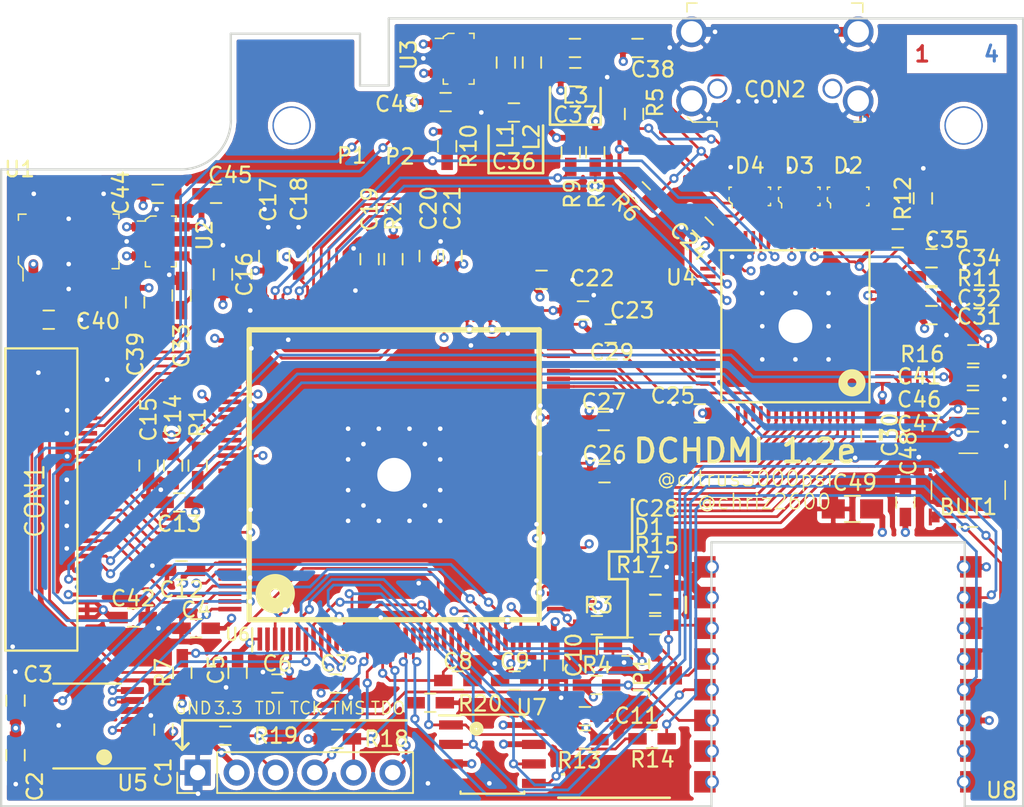
<source format=kicad_pcb>
(kicad_pcb (version 4) (host pcbnew 4.0.7)
  (layers (0 F.Cu signal) (1 In1.Cu power) (2 In2.Cu power) (31 B.Cu signal) (34 B.Paste user) (35 F.Paste user) (36 B.SilkS user) (37 F.SilkS user) (38 B.Mask user) (39 F.Mask user) (44 Edge.Cuts user))
  (net 0 "")
  (net 1 GND)
  (net 2 "Net-(BUT1-Pad3)")
  (net 3 +3V3)
  (net 4 +2.5)
  (net 5 +1.2)
  (net 6 "Net-(C24-Pad1)")
  (net 7 "Net-(C32-Pad1)")
  (net 8 "Net-(C33-Pad2)")
  (net 9 "Net-(C34-Pad1)")
  (net 10 "Net-(CON2-Pad9)")
  (net 11 "Net-(CON2-Pad8)")
  (net 12 "Net-(CON2-Pad6)")
  (net 13 "Net-(CON2-Pad5)")
  (net 14 "Net-(CON2-Pad3)")
  (net 15 "Net-(CON2-Pad2)")
  (net 16 "Net-(CON2-Pad11)")
  (net 17 "Net-(CON2-Pad12)")
  (net 18 /SCL)
  (net 19 /SDA)
  (net 20 "Net-(CON2-Pad17)")
  (net 21 "Net-(CON2-Pad19)")
  (net 22 /TDI)
  (net 23 /TCK)
  (net 24 /TMS)
  (net 25 /TDO)
  (net 26 "Net-(D1-Pad1)")
  (net 27 /nConf)
  (net 28 +1.8)
  (net 29 "Net-(R1-Pad1)")
  (net 30 "Net-(R2-Pad2)")
  (net 31 "Net-(R3-Pad1)")
  (net 32 /INT)
  (net 33 "Net-(R11-Pad1)")
  (net 34 /CS)
  (net 35 "Net-(R14-Pad1)")
  (net 36 "Net-(U3-Pad4)")
  (net 37 "Net-(U4-Pad2)")
  (net 38 "Net-(U4-Pad3)")
  (net 39 "Net-(U4-Pad4)")
  (net 40 /ADAT)
  (net 41 "Net-(U4-Pad6)")
  (net 42 "Net-(U4-Pad7)")
  (net 43 "Net-(U4-Pad8)")
  (net 44 /ABCK)
  (net 45 /ALRK)
  (net 46 "Net-(U4-Pad37)")
  (net 47 "Net-(U4-Pad38)")
  (net 48 "Net-(U4-Pad39)")
  (net 49 "Net-(U4-Pad40)")
  (net 50 "Net-(U4-Pad41)")
  (net 51 "Net-(U4-Pad42)")
  (net 52 "Net-(U4-Pad43)")
  (net 53 "Net-(U4-Pad44)")
  (net 54 "Net-(U4-Pad45)")
  (net 55 "Net-(U4-Pad46)")
  (net 56 "Net-(U4-Pad47)")
  (net 57 "Net-(U4-Pad48)")
  (net 58 "Net-(U4-Pad49)")
  (net 59 "Net-(U4-Pad50)")
  (net 60 "Net-(U4-Pad52)")
  (net 61 /ADVCLK)
  (net 62 "Net-(U4-Pad54)")
  (net 63 "Net-(U4-Pad55)")
  (net 64 "Net-(U4-Pad56)")
  (net 65 "Net-(U4-Pad57)")
  (net 66 "Net-(U4-Pad58)")
  (net 67 "Net-(U4-Pad59)")
  (net 68 "Net-(U4-Pad60)")
  (net 69 "Net-(U4-Pad61)")
  (net 70 "Net-(U4-Pad62)")
  (net 71 "Net-(U4-Pad63)")
  (net 72 "Net-(U4-Pad64)")
  (net 73 /X1)
  (net 74 "Net-(U5-Pad16)")
  (net 75 /S0)
  (net 76 /S3)
  (net 77 /S2)
  (net 78 /CLK)
  (net 79 /S1)
  (net 80 "Net-(U5-Pad15)")
  (net 81 /MOSI)
  (net 82 /DCLK)
  (net 83 /MISO)
  (net 84 /VCLK)
  (net 85 "Net-(U6-Pad24)")
  (net 86 "Net-(U6-Pad52)")
  (net 87 "Net-(U6-Pad53)")
  (net 88 "Net-(U6-Pad54)")
  (net 89 "Net-(U6-Pad55)")
  (net 90 "Net-(U6-Pad89)")
  (net 91 "Net-(U6-Pad90)")
  (net 92 "Net-(U6-Pad91)")
  (net 93 "Net-(CON1-Pad3)")
  (net 94 "Net-(CON1-Pad4)")
  (net 95 "Net-(CON1-Pad6)")
  (net 96 "Net-(CON1-Pad7)")
  (net 97 "Net-(CON1-Pad9)")
  (net 98 "Net-(CON1-Pad10)")
  (net 99 "Net-(CON1-Pad12)")
  (net 100 "Net-(CON1-Pad13)")
  (net 101 "Net-(U6-Pad126)")
  (net 102 "Net-(U6-Pad127)")
  (net 103 "Net-(U6-Pad128)")
  (net 104 "Net-(U6-Pad129)")
  (net 105 "Net-(CON1-Pad15)")
  (net 106 "Net-(CON1-Pad16)")
  (net 107 "Net-(CON1-Pad18)")
  (net 108 "Net-(CON1-Pad19)")
  (net 109 "Net-(CON1-Pad21)")
  (net 110 "Net-(CON1-Pad22)")
  (net 111 "Net-(CON1-Pad28)")
  (net 112 "Net-(U8-Pad2)")
  (net 113 "Net-(U6-Pad25)")
  (net 114 /SCL_H)
  (net 115 /SDA_H)
  (net 116 "Net-(R16-Pad2)")
  (net 117 /+5)
  (net 118 /PAD1)
  (net 119 /PAD2)
  (net 120 /ESP_SCL)
  (net 121 /ESP_SDA)
  (net 122 "Net-(U8-Pad16)")
  (net 123 "Net-(U8-Pad15)")
  (net 124 "Net-(R7-Pad2)")
  (net 125 /nCE)
  (module Capacitors_SMD:C_0603_HandSoldering (layer F.Cu) (at 180.9 105.2 90)
    (fp_text reference C48 (at 3.2 0.2 90) (layer F.SilkS))
    (fp_text value .1u)
    (pad 1 smd rect (at -0.95 0 90) (size 1.2 0.75) (layers F.Cu F.Paste F.Mask) (net 3 +3V3))
    (pad 2 smd rect (at 0.95 0 90) (size 1.2 0.75) (layers F.Cu F.Paste F.Mask) (net 1 GND))
  )
  (module Analog:LQFP-64_10x10mm_Pitch0.5mm_PAD (layer F.Cu) (at 173.736 93.726 180)
    (fp_text reference U4 (at 7.436 3.176 180) (layer F.SilkS))
    (fp_text value ADV7513)
    (pad 1 smd rect (at -5.7 -3.75 180) (size 1 0.25) (layers F.Cu F.Paste F.Mask) (net 6 "Net-(C24-Pad1)"))
    (pad 2 smd rect (at -5.7 -3.25 180) (size 1 0.25) (layers F.Cu F.Paste F.Mask) (net 37 "Net-(U4-Pad2)"))
    (pad 3 smd rect (at -5.7 -2.75 180) (size 1 0.25) (layers F.Cu F.Paste F.Mask) (net 38 "Net-(U4-Pad3)"))
    (pad 4 smd rect (at -5.7 -2.25 180) (size 1 0.25) (layers F.Cu F.Paste F.Mask) (net 39 "Net-(U4-Pad4)"))
    (pad 5 smd rect (at -5.7 -1.75 180) (size 1 0.25) (layers F.Cu F.Paste F.Mask) (net 40 /ADAT))
    (pad 6 smd rect (at -5.7 -1.25 180) (size 1 0.25) (layers F.Cu F.Paste F.Mask) (net 41 "Net-(U4-Pad6)"))
    (pad 7 smd rect (at -5.7 -0.75 180) (size 1 0.25) (layers F.Cu F.Paste F.Mask) (net 42 "Net-(U4-Pad7)"))
    (pad 8 smd rect (at -5.7 -0.25 180) (size 1 0.25) (layers F.Cu F.Paste F.Mask) (net 43 "Net-(U4-Pad8)"))
    (pad 9 smd rect (at -5.7 0.25 180) (size 1 0.25) (layers F.Cu F.Paste F.Mask) (net 44 /ABCK))
    (pad 10 smd rect (at -5.7 0.75 180) (size 1 0.25) (layers F.Cu F.Paste F.Mask) (net 45 /ALRK))
    (pad 11 smd rect (at -5.7 1.25 180) (size 1 0.25) (layers F.Cu F.Paste F.Mask) (net 6 "Net-(C24-Pad1)"))
    (pad 12 smd rect (at -5.7 1.75 180) (size 1 0.25) (layers F.Cu F.Paste F.Mask) (net 7 "Net-(C32-Pad1)"))
    (pad 13 smd rect (at -5.7 2.25 180) (size 1 0.25) (layers F.Cu F.Paste F.Mask) (net 7 "Net-(C32-Pad1)"))
    (pad 14 smd rect (at -5.7 2.75 180) (size 1 0.25) (layers F.Cu F.Paste F.Mask) (net 33 "Net-(R11-Pad1)"))
    (pad 15 smd rect (at -5.7 3.25 180) (size 1 0.25) (layers F.Cu F.Paste F.Mask) (net 9 "Net-(C34-Pad1)"))
    (pad 16 smd rect (at -5.7 3.75 180) (size 1 0.25) (layers F.Cu F.Paste F.Mask) (net 21 "Net-(CON2-Pad19)"))
    (pad 17 smd rect (at -3.75 5.7 270) (size 1 0.25) (layers F.Cu F.Paste F.Mask) (net 17 "Net-(CON2-Pad12)"))
    (pad 18 smd rect (at -3.25 5.7 270) (size 1 0.25) (layers F.Cu F.Paste F.Mask) (net 16 "Net-(CON2-Pad11)"))
    (pad 19 smd rect (at -2.75 5.7 270) (size 1 0.25) (layers F.Cu F.Paste F.Mask) (net 9 "Net-(C34-Pad1)"))
    (pad 20 smd rect (at -2.25 5.7 270) (size 1 0.25) (layers F.Cu F.Paste F.Mask) (net 10 "Net-(CON2-Pad9)"))
    (pad 21 smd rect (at -1.75 5.7 270) (size 1 0.25) (layers F.Cu F.Paste F.Mask) (net 11 "Net-(CON2-Pad8)"))
    (pad 22 smd rect (at -1.25 5.7 270) (size 1 0.25) (layers F.Cu F.Paste F.Mask) (net 116 "Net-(R16-Pad2)"))
    (pad 23 smd rect (at -0.75 5.7 270) (size 1 0.25) (layers F.Cu F.Paste F.Mask) (net 12 "Net-(CON2-Pad6)"))
    (pad 24 smd rect (at -0.25 5.7 270) (size 1 0.25) (layers F.Cu F.Paste F.Mask) (net 13 "Net-(CON2-Pad5)"))
    (pad 25 smd rect (at 0.25 5.7 270) (size 1 0.25) (layers F.Cu F.Paste F.Mask) (net 9 "Net-(C34-Pad1)"))
    (pad 26 smd rect (at 0.75 5.7 270) (size 1 0.25) (layers F.Cu F.Paste F.Mask) (net 14 "Net-(CON2-Pad3)"))
    (pad 27 smd rect (at 1.25 5.7 270) (size 1 0.25) (layers F.Cu F.Paste F.Mask) (net 15 "Net-(CON2-Pad2)"))
    (pad 28 smd rect (at 1.75 5.7 270) (size 1 0.25) (layers F.Cu F.Paste F.Mask) (net 32 /INT))
    (pad 29 smd rect (at 2.25 5.7 270) (size 1 0.25) (layers F.Cu F.Paste F.Mask) (net 3 +3V3))
    (pad 30 smd rect (at 2.75 5.7 270) (size 1 0.25) (layers F.Cu F.Paste F.Mask) (net 1 GND))
    (pad 31 smd rect (at 3.25 5.7 270) (size 1 0.25) (layers F.Cu F.Paste F.Mask) (net 6 "Net-(C24-Pad1)"))
    (pad 32 smd rect (at 3.75 5.7 270) (size 1 0.25) (layers F.Cu F.Paste F.Mask) (net 1 GND))
    (pad 33 smd rect (at 5.7 3.75 180) (size 1 0.25) (layers F.Cu F.Paste F.Mask) (net 114 /SCL_H))
    (pad 34 smd rect (at 5.7 3.25 180) (size 1 0.25) (layers F.Cu F.Paste F.Mask) (net 115 /SDA_H))
    (pad 35 smd rect (at 5.7 2.75 180) (size 1 0.25) (layers F.Cu F.Paste F.Mask) (net 18 /SCL))
    (pad 36 smd rect (at 5.7 2.25 180) (size 1 0.25) (layers F.Cu F.Paste F.Mask) (net 19 /SDA))
    (pad 37 smd rect (at 5.7 1.75 180) (size 1 0.25) (layers F.Cu F.Paste F.Mask) (net 46 "Net-(U4-Pad37)"))
    (pad 38 smd rect (at 5.7 1.25 180) (size 1 0.25) (layers F.Cu F.Paste F.Mask) (net 47 "Net-(U4-Pad38)"))
    (pad 39 smd rect (at 5.7 0.75 180) (size 1 0.25) (layers F.Cu F.Paste F.Mask) (net 48 "Net-(U4-Pad39)"))
    (pad 40 smd rect (at 5.7 0.25 180) (size 1 0.25) (layers F.Cu F.Paste F.Mask) (net 49 "Net-(U4-Pad40)"))
    (pad 41 smd rect (at 5.7 -0.25 180) (size 1 0.25) (layers F.Cu F.Paste F.Mask) (net 50 "Net-(U4-Pad41)"))
    (pad 42 smd rect (at 5.7 -0.75 180) (size 1 0.25) (layers F.Cu F.Paste F.Mask) (net 51 "Net-(U4-Pad42)"))
    (pad 43 smd rect (at 5.7 -1.25 180) (size 1 0.25) (layers F.Cu F.Paste F.Mask) (net 52 "Net-(U4-Pad43)"))
    (pad 44 smd rect (at 5.7 -1.75 180) (size 1 0.25) (layers F.Cu F.Paste F.Mask) (net 53 "Net-(U4-Pad44)"))
    (pad 45 smd rect (at 5.7 -2.25 180) (size 1 0.25) (layers F.Cu F.Paste F.Mask) (net 54 "Net-(U4-Pad45)"))
    (pad 46 smd rect (at 5.7 -2.75 180) (size 1 0.25) (layers F.Cu F.Paste F.Mask) (net 55 "Net-(U4-Pad46)"))
    (pad 47 smd rect (at 5.7 -3.25 180) (size 1 0.25) (layers F.Cu F.Paste F.Mask) (net 56 "Net-(U4-Pad47)"))
    (pad 48 smd rect (at 5.7 -3.75 180) (size 1 0.25) (layers F.Cu F.Paste F.Mask) (net 57 "Net-(U4-Pad48)"))
    (pad 49 smd rect (at 3.75 -5.7 270) (size 1 0.25) (layers F.Cu F.Paste F.Mask) (net 58 "Net-(U4-Pad49)"))
    (pad 50 smd rect (at 3.25 -5.7 270) (size 1 0.25) (layers F.Cu F.Paste F.Mask) (net 59 "Net-(U4-Pad50)"))
    (pad 51 smd rect (at 2.75 -5.7 270) (size 1 0.25) (layers F.Cu F.Paste F.Mask) (net 6 "Net-(C24-Pad1)"))
    (pad 52 smd rect (at 2.25 -5.7 270) (size 1 0.25) (layers F.Cu F.Paste F.Mask) (net 60 "Net-(U4-Pad52)"))
    (pad 53 smd rect (at 1.75 -5.7 270) (size 1 0.25) (layers F.Cu F.Paste F.Mask) (net 61 /ADVCLK))
    (pad 54 smd rect (at 1.25 -5.7 270) (size 1 0.25) (layers F.Cu F.Paste F.Mask) (net 62 "Net-(U4-Pad54)"))
    (pad 55 smd rect (at 0.75 -5.7 270) (size 1 0.25) (layers F.Cu F.Paste F.Mask) (net 63 "Net-(U4-Pad55)"))
    (pad 56 smd rect (at 0.25 -5.7 270) (size 1 0.25) (layers F.Cu F.Paste F.Mask) (net 64 "Net-(U4-Pad56)"))
    (pad 57 smd rect (at -0.25 -5.7 270) (size 1 0.25) (layers F.Cu F.Paste F.Mask) (net 65 "Net-(U4-Pad57)"))
    (pad 58 smd rect (at -0.75 -5.7 270) (size 1 0.25) (layers F.Cu F.Paste F.Mask) (net 66 "Net-(U4-Pad58)"))
    (pad 59 smd rect (at -1.25 -5.7 270) (size 1 0.25) (layers F.Cu F.Paste F.Mask) (net 67 "Net-(U4-Pad59)"))
    (pad 60 smd rect (at -1.75 -5.7 270) (size 1 0.25) (layers F.Cu F.Paste F.Mask) (net 68 "Net-(U4-Pad60)"))
    (pad 61 smd rect (at -2.25 -5.7 270) (size 1 0.25) (layers F.Cu F.Paste F.Mask) (net 69 "Net-(U4-Pad61)"))
    (pad 62 smd rect (at -2.75 -5.7 270) (size 1 0.25) (layers F.Cu F.Paste F.Mask) (net 70 "Net-(U4-Pad62)"))
    (pad 63 smd rect (at -3.25 -5.7 270) (size 1 0.25) (layers F.Cu F.Paste F.Mask) (net 71 "Net-(U4-Pad63)"))
    (pad 64 smd rect (at -3.75 -5.7 270) (size 1 0.25) (layers F.Cu F.Paste F.Mask) (net 72 "Net-(U4-Pad64)"))
    (pad 65 smd rect (at 0 0 180) (size 4.8 4.8) (layers F.Cu F.Paste F.Mask) (net 1 GND))
    (pad 65 thru_hole circle (at -2.159 -2.159 180) (size 0.6 0.6) (drill 0.3) (layers *.Cu *.Mask) (net 1 GND))
    (pad 65 thru_hole circle (at 2.159 -2.159 180) (size 0.6 0.6) (drill 0.3) (layers *.Cu *.Mask) (net 1 GND))
    (pad 65 thru_hole circle (at 0 -2.159 180) (size 0.6 0.6) (drill 0.3) (layers *.Cu *.Mask) (net 1 GND))
    (pad 65 thru_hole circle (at -2.159 0 180) (size 0.6 0.6) (drill 0.3) (layers *.Cu *.Mask) (net 1 GND))
    (pad 65 thru_hole circle (at -2.159 2.159 180) (size 0.6 0.6) (drill 0.3) (layers *.Cu *.Mask) (net 1 GND))
    (pad 65 thru_hole circle (at 0 2.159 180) (size 0.6 0.6) (drill 0.3) (layers *.Cu *.Mask) (net 1 GND))
    (pad 65 thru_hole circle (at 2.159 2.159 180) (size 0.6 0.6) (drill 0.3) (layers *.Cu *.Mask) (net 1 GND))
    (pad 65 thru_hole circle (at 2.159 0 180) (size 0.6 0.6) (drill 0.3) (layers *.Cu *.Mask) (net 1 GND))
    (pad 65 thru_hole circle (at 0 0 180) (size 3.3 3.3) (drill 2.2) (layers *.Cu *.Mask) (net 1 GND))
  )
  (module digikey-footprints:UFDFN-10_2.5x1mm (layer F.Cu) (at 177.173 85.2678)
    (fp_text reference D2 (at 0 -2) (layer F.SilkS))
    (fp_text value SP3012-04UTG)
    (pad 8 smd rect (at 0 -0.3875) (size 0.4 0.775) (layers F.Cu F.Paste F.Mask) (net 1 GND))
    (pad 10 smd rect (at -1 -0.4375) (size 0.2 0.675) (layers F.Cu F.Paste F.Mask) (net 10 "Net-(CON2-Pad9)"))
    (pad 9 smd rect (at -0.5 -0.4375) (size 0.2 0.675) (layers F.Cu F.Paste F.Mask) (net 16 "Net-(CON2-Pad11)"))
    (pad 7 smd rect (at 0.5 -0.4375) (size 0.2 0.675) (layers F.Cu F.Paste F.Mask) (net 17 "Net-(CON2-Pad12)"))
    (pad 6 smd rect (at 1 -0.4375) (size 0.2 0.675) (layers F.Cu F.Paste F.Mask) (net 21 "Net-(CON2-Pad19)"))
    (pad 5 smd rect (at 1 0.4375) (size 0.2 0.675) (layers F.Cu F.Paste F.Mask) (net 21 "Net-(CON2-Pad19)"))
    (pad 4 smd rect (at 0.5 0.4375) (size 0.2 0.675) (layers F.Cu F.Paste F.Mask) (net 17 "Net-(CON2-Pad12)"))
    (pad 2 smd rect (at -0.5 0.4375) (size 0.2 0.675) (layers F.Cu F.Paste F.Mask) (net 16 "Net-(CON2-Pad11)"))
    (pad 3 smd rect (at 0 0.3875) (size 0.4 0.775) (layers F.Cu F.Paste F.Mask) (net 1 GND))
    (pad 1 smd rect (at -1 0.4375) (size 0.2 0.675) (layers F.Cu F.Paste F.Mask) (net 10 "Net-(CON2-Pad9)"))
  )
  (module Capacitors_SMD:C_0603_HandSoldering (layer F.Cu) (at 162.8 114.6)
    (fp_text reference R17 (at 0.69 -5.32 180) (layer F.SilkS))
    (fp_text value 10K)
    (pad 1 smd rect (at -0.95 0) (size 1.2 0.75) (layers F.Cu F.Paste F.Mask) (net 3 +3V3))
    (pad 2 smd rect (at 0.95 0) (size 1.2 0.75) (layers F.Cu F.Paste F.Mask) (net 120 /ESP_SCL))
  )
  (module pads:FPC_32 (layer F.Cu) (at 127.6 97.2 270)
    (fp_text reference CON1 (at 7.9 3.4 270) (layer F.SilkS) (effects (font (size 1.2 1.2))))
    (fp_text value 3-1775333-2)
    (pad 1 smd rect (at -0.003 0 270) (size 0.3 1.3) (layers F.Cu F.Paste F.Mask) (net 84 /VCLK))
    (pad 2 smd rect (at 0.497 0 270) (size 0.3 1.3) (layers F.Cu F.Paste F.Mask) (net 1 GND))
    (pad 3 smd rect (at 0.997 0 270) (size 0.3 1.3) (layers F.Cu F.Paste F.Mask) (net 93 "Net-(CON1-Pad3)"))
    (pad 4 smd rect (at 1.497 0 270) (size 0.3 1.3) (layers F.Cu F.Paste F.Mask) (net 94 "Net-(CON1-Pad4)"))
    (pad 5 smd rect (at 1.997 0 270) (size 0.3 1.3) (layers F.Cu F.Paste F.Mask) (net 1 GND))
    (pad 6 smd rect (at 2.497 0 270) (size 0.3 1.3) (layers F.Cu F.Paste F.Mask) (net 95 "Net-(CON1-Pad6)"))
    (pad 7 smd rect (at 2.997 0 270) (size 0.3 1.3) (layers F.Cu F.Paste F.Mask) (net 96 "Net-(CON1-Pad7)"))
    (pad 8 smd rect (at 3.497 0 270) (size 0.3 1.3) (layers F.Cu F.Paste F.Mask) (net 1 GND))
    (pad 9 smd rect (at 3.997 0 270) (size 0.3 1.3) (layers F.Cu F.Paste F.Mask) (net 97 "Net-(CON1-Pad9)"))
    (pad 10 smd rect (at 4.497 0 270) (size 0.3 1.3) (layers F.Cu F.Paste F.Mask) (net 98 "Net-(CON1-Pad10)"))
    (pad 11 smd rect (at 4.997 0 270) (size 0.3 1.3) (layers F.Cu F.Paste F.Mask) (net 1 GND))
    (pad 12 smd rect (at 5.497 0 270) (size 0.3 1.3) (layers F.Cu F.Paste F.Mask) (net 99 "Net-(CON1-Pad12)"))
    (pad 13 smd rect (at 5.997 0 270) (size 0.3 1.3) (layers F.Cu F.Paste F.Mask) (net 100 "Net-(CON1-Pad13)"))
    (pad 14 smd rect (at 6.497 0 270) (size 0.3 1.3) (layers F.Cu F.Paste F.Mask) (net 1 GND))
    (pad 15 smd rect (at 6.997 0 270) (size 0.3 1.3) (layers F.Cu F.Paste F.Mask) (net 105 "Net-(CON1-Pad15)"))
    (pad 16 smd rect (at 7.497 0 270) (size 0.3 1.3) (layers F.Cu F.Paste F.Mask) (net 106 "Net-(CON1-Pad16)"))
    (pad 17 smd rect (at 7.997 0 270) (size 0.3 1.3) (layers F.Cu F.Paste F.Mask) (net 1 GND))
    (pad 18 smd rect (at 8.497 0 270) (size 0.3 1.3) (layers F.Cu F.Paste F.Mask) (net 107 "Net-(CON1-Pad18)"))
    (pad 19 smd rect (at 8.997 0 270) (size 0.3 1.3) (layers F.Cu F.Paste F.Mask) (net 108 "Net-(CON1-Pad19)"))
    (pad 20 smd rect (at 9.497 0 270) (size 0.3 1.3) (layers F.Cu F.Paste F.Mask) (net 1 GND))
    (pad 21 smd rect (at 9.997 0 270) (size 0.3 1.3) (layers F.Cu F.Paste F.Mask) (net 109 "Net-(CON1-Pad21)"))
    (pad 22 smd rect (at 10.497 0 270) (size 0.3 1.3) (layers F.Cu F.Paste F.Mask) (net 110 "Net-(CON1-Pad22)"))
    (pad 23 smd rect (at 10.997 0 270) (size 0.3 1.3) (layers F.Cu F.Paste F.Mask) (net 1 GND))
    (pad 24 smd rect (at 11.497 0 270) (size 0.3 1.3) (layers F.Cu F.Paste F.Mask) (net 44 /ABCK))
    (pad 25 smd rect (at 11.997 0 270) (size 0.3 1.3) (layers F.Cu F.Paste F.Mask) (net 40 /ADAT))
    (pad 26 smd rect (at 12.497 0 270) (size 0.3 1.3) (layers F.Cu F.Paste F.Mask) (net 1 GND))
    (pad 27 smd rect (at 12.997 0 270) (size 0.3 1.3) (layers F.Cu F.Paste F.Mask) (net 45 /ALRK))
    (pad 28 smd rect (at 13.497 0 270) (size 0.3 1.3) (layers F.Cu F.Paste F.Mask) (net 111 "Net-(CON1-Pad28)"))
    (pad 29 smd rect (at 13.997 0 270) (size 0.3 1.3) (layers F.Cu F.Paste F.Mask) (net 117 /+5))
    (pad 30 smd rect (at 14.497 0 270) (size 0.3 1.3) (layers F.Cu F.Paste F.Mask) (net 3 +3V3))
    (pad 31 smd rect (at 14.997 0 270) (size 0.3 1.3) (layers F.Cu F.Paste F.Mask) (net 3 +3V3))
    (pad 32 smd rect (at 15.497 0 270) (size 0.3 1.3) (layers F.Cu F.Paste F.Mask) (net 3 +3V3))
    (pad 2 smd rect (at -1.9 3.25 270) (size 1.8 2.2) (layers F.Cu F.Paste F.Mask) (net 1 GND))
    (pad 2 smd rect (at 17.4 3.25 270) (size 1.8 2.2) (layers F.Cu F.Paste F.Mask) (net 1 GND))
  )
  (module pads:.6Cast (layer F.Cu) (at 184.7 123.4)
    (fp_text reference "" hide)
    (fp_text value "")
    (pad 1 thru_hole circle (at 0 0) (size 0.9 0.9) (drill 0.6) (layers *.Cu) (net 2 "Net-(BUT1-Pad3)"))
  )
  (module pads:.6Cast (layer F.Cu) (at 184.7 121.4)
    (fp_text reference "" hide)
    (fp_text value "")
    (pad 1 thru_hole circle (at 0 0) (size 0.9 0.9) (drill 0.6) (layers *.Cu) (net 112 "Net-(U8-Pad2)"))
  )
  (module pads:.6Cast (layer F.Cu) (at 184.7 119.4)
    (fp_text reference "" hide)
    (fp_text value "")
    (pad 1 thru_hole circle (at 0 0) (size 0.9 0.9) (drill 0.6) (layers *.Cu) (net 3 +3V3))
  )
  (module pads:.6Cast (layer F.Cu) (at 184.7 117.4)
    (fp_text reference "" hide)
    (fp_text value "")
    (pad 1 thru_hole circle (at 0 0) (size 0.9 0.9) (drill 0.6) (layers *.Cu) (net 35 "Net-(R14-Pad1)"))
  )
  (module pads:.6Cast (layer F.Cu) (at 184.7 115.4)
    (fp_text reference "" hide)
    (fp_text value "")
    (pad 1 thru_hole circle (at 0 0) (size 0.9 0.9) (drill 0.6) (layers *.Cu) (net 82 /DCLK))
  )
  (module pads:.6Cast (layer F.Cu) (at 184.7 113.4)
    (fp_text reference "" hide)
    (fp_text value "")
    (pad 1 thru_hole circle (at 0 0) (size 0.9 0.9) (drill 0.6) (layers *.Cu) (net 83 /MISO))
  )
  (module pads:.6Cast (layer F.Cu) (at 184.7 111.4)
    (fp_text reference "" hide)
    (fp_text value "")
    (pad 1 thru_hole circle (at 0 0) (size 0.9 0.9) (drill 0.6) (layers *.Cu) (net 81 /MOSI))
  )
  (module pads:.6Cast (layer F.Cu) (at 184.7 109.4)
    (fp_text reference "" hide)
    (fp_text value "")
    (pad 1 thru_hole circle (at 0 0) (size 0.9 0.9) (drill 0.6) (layers *.Cu) (net 3 +3V3))
  )
  (module pads:.6Cast (layer F.Cu) (at 168.3 123.4)
    (fp_text reference "" hide)
    (fp_text value "")
    (pad 1 thru_hole circle (at 0 0) (size 0.9 0.9) (drill 0.6) (layers *.Cu) (net 122 "Net-(U8-Pad16)"))
  )
  (module pads:.6Cast (layer F.Cu) (at 168.3 121.4)
    (fp_text reference "" hide)
    (fp_text value "")
    (pad 1 thru_hole circle (at 0 0) (size 0.9 0.9) (drill 0.6) (layers *.Cu) (net 123 "Net-(U8-Pad15)"))
  )
  (module pads:.6Cast (layer F.Cu) (at 168.3 119.4)
    (fp_text reference "" hide)
    (fp_text value "")
    (pad 1 thru_hole circle (at 0 0) (size 0.9 0.9) (drill 0.6) (layers *.Cu) (net 27 /nConf))
  )
  (module pads:.6Cast (layer F.Cu) (at 168.3 117.4)
    (fp_text reference "" hide)
    (fp_text value "")
    (pad 1 thru_hole circle (at 0 0) (size 0.9 0.9) (drill 0.6) (layers *.Cu) (net 125 /nCE))
  )
  (module pads:.6Cast (layer F.Cu) (at 168.3 115.4)
    (fp_text reference "" hide)
    (fp_text value "")
    (pad 1 thru_hole circle (at 0 0) (size 0.9 0.9) (drill 0.6) (layers *.Cu) (net 120 /ESP_SCL))
  )
  (module pads:.6Cast (layer F.Cu) (at 168.3 113.4)
    (fp_text reference "" hide)
    (fp_text value "")
    (pad 1 thru_hole circle (at 0 0) (size 0.9 0.9) (drill 0.6) (layers *.Cu) (net 121 /ESP_SDA))
  )
  (module pads:.6Cast (layer F.Cu) (at 168.3 111.4)
    (fp_text reference "" hide)
    (fp_text value "")
    (pad 1 thru_hole circle (at 0 0) (size 0.9 0.9) (drill 0.6) (layers *.Cu) (net 1 GND))
  )
  (module pads:2.3_hole_mount (layer F.Cu) (at 184.69 84.39)
    (fp_text reference "" (at 0 0.5) (layer F.SilkS))
    (fp_text value "")
    (pad "" thru_hole circle (at 0 -3.74) (size 2.5 2.5) (drill 2.3) (layers *.Cu *.Mask))
  )
  (module digikey-footprints:Switch_4.5x4.5mm_SMD_TL3315NF160Q (layer F.Cu) (at 185 104.4)
    (fp_text reference BUT1 (at 0 1.1) (layer F.SilkS))
    (fp_text value TL3315NF100Q)
    (pad 1 smd rect (at -2.475 -1.75) (size 0.2 1.1) (layers F.Cu F.Paste F.Mask) (net 1 GND))
    (pad 4 smd rect (at 2.475 1.75) (size 0.2 1.1) (layers F.Cu F.Paste F.Mask) (net 2 "Net-(BUT1-Pad3)"))
    (pad 3 smd rect (at -2.475 1.75) (size 0.2 1.1) (layers F.Cu F.Paste F.Mask) (net 2 "Net-(BUT1-Pad3)"))
    (pad 2 smd rect (at 2.475 -1.75) (size 0.2 1.1) (layers F.Cu F.Paste F.Mask) (net 1 GND))
    (pad 1 smd rect (at -2.125 -1.75) (size 0.5 0.7) (layers F.Cu F.Paste F.Mask) (net 1 GND))
    (pad 2 smd rect (at 2.125 -1.75) (size 0.5 0.7) (layers F.Cu F.Paste F.Mask) (net 1 GND))
    (pad 3 smd rect (at -2.125 1.75) (size 0.5 0.7) (layers F.Cu F.Paste F.Mask) (net 2 "Net-(BUT1-Pad3)"))
    (pad 4 smd rect (at 2.125 1.75) (size 0.5 0.7) (layers F.Cu F.Paste F.Mask) (net 2 "Net-(BUT1-Pad3)"))
  )
  (module Capacitors_SMD:C_0603_HandSoldering (layer F.Cu) (at 132.575 120 90)
    (fp_text reference C1 (at -2.794 0 90) (layer F.SilkS))
    (fp_text value .1u)
    (pad 1 smd rect (at -0.95 0 90) (size 1.2 0.75) (layers F.Cu F.Paste F.Mask) (net 3 +3V3))
    (pad 2 smd rect (at 0.95 0 90) (size 1.2 0.75) (layers F.Cu F.Paste F.Mask) (net 1 GND))
  )
  (module Capacitors_SMD:C_0603_HandSoldering (layer F.Cu) (at 122.936 121.666 270)
    (fp_text reference C2 (at 2.034 -1.264 450) (layer F.SilkS))
    (fp_text value .1u)
    (pad 1 smd rect (at -0.95 0 270) (size 1.2 0.75) (layers F.Cu F.Paste F.Mask) (net 3 +3V3))
    (pad 2 smd rect (at 0.95 0 270) (size 1.2 0.75) (layers F.Cu F.Paste F.Mask) (net 1 GND))
  )
  (module Capacitors_SMD:C_0603_HandSoldering (layer F.Cu) (at 122.936 118.11 90)
    (fp_text reference C3 (at 1.71 1.464 180) (layer F.SilkS))
    (fp_text value .1u)
    (pad 1 smd rect (at -0.95 0 90) (size 1.2 0.75) (layers F.Cu F.Paste F.Mask) (net 3 +3V3))
    (pad 2 smd rect (at 0.95 0 90) (size 1.2 0.75) (layers F.Cu F.Paste F.Mask) (net 1 GND))
  )
  (module Capacitors_SMD:C_0603_HandSoldering (layer F.Cu) (at 134.7 113.4 180)
    (fp_text reference C4 (at 0 1.2 180) (layer F.SilkS))
    (fp_text value .1u)
    (pad 1 smd rect (at -0.95 0 180) (size 1.2 0.75) (layers F.Cu F.Paste F.Mask) (net 4 +2.5))
    (pad 2 smd rect (at 0.95 0 180) (size 1.2 0.75) (layers F.Cu F.Paste F.Mask) (net 1 GND))
  )
  (module Capacitors_SMD:C_0603_HandSoldering (layer F.Cu) (at 137.4 116.3 270)
    (fp_text reference C5 (at -0.2 1.4 270) (layer F.SilkS))
    (fp_text value .1u)
    (pad 1 smd rect (at -0.95 0 270) (size 1.2 0.75) (layers F.Cu F.Paste F.Mask) (net 5 +1.2))
    (pad 2 smd rect (at 0.95 0 270) (size 1.2 0.75) (layers F.Cu F.Paste F.Mask) (net 1 GND))
  )
  (module Capacitors_SMD:C_0603_HandSoldering (layer F.Cu) (at 140 117 180)
    (fp_text reference C6 (at 0.01 1.3 180) (layer F.SilkS))
    (fp_text value .1u)
    (pad 1 smd rect (at -0.95 0 180) (size 1.2 0.75) (layers F.Cu F.Paste F.Mask) (net 5 +1.2))
    (pad 2 smd rect (at 0.95 0 180) (size 1.2 0.75) (layers F.Cu F.Paste F.Mask) (net 1 GND))
  )
  (module Capacitors_SMD:C_0603_HandSoldering (layer F.Cu) (at 143.8 117)
    (fp_text reference C7 (at -0.06 -1.31) (layer F.SilkS))
    (fp_text value .1u)
    (pad 1 smd rect (at -0.95 0) (size 1.2 0.75) (layers F.Cu F.Paste F.Mask) (net 3 +3V3))
    (pad 2 smd rect (at 0.95 0) (size 1.2 0.75) (layers F.Cu F.Paste F.Mask) (net 1 GND))
  )
  (module Capacitors_SMD:C_0603_HandSoldering (layer F.Cu) (at 151.75 116.8)
    (fp_text reference C8 (at 0 -1.25) (layer F.SilkS))
    (fp_text value .1u)
    (pad 1 smd rect (at -0.95 0) (size 1.2 0.75) (layers F.Cu F.Paste F.Mask) (net 3 +3V3))
    (pad 2 smd rect (at 0.95 0) (size 1.2 0.75) (layers F.Cu F.Paste F.Mask) (net 1 GND))
  )
  (module Capacitors_SMD:C_0603_HandSoldering (layer F.Cu) (at 155.45 116.8)
    (fp_text reference C9 (at 0 -1.25) (layer F.SilkS))
    (fp_text value .1u)
    (pad 1 smd rect (at -0.95 0) (size 1.2 0.75) (layers F.Cu F.Paste F.Mask) (net 5 +1.2))
    (pad 2 smd rect (at 0.95 0) (size 1.2 0.75) (layers F.Cu F.Paste F.Mask) (net 1 GND))
  )
  (module Capacitors_SMD:C_0603_HandSoldering (layer F.Cu) (at 158 115.8 270)
    (fp_text reference C10 (at -0.65 -1.3 450) (layer F.SilkS))
    (fp_text value .1u)
    (pad 1 smd rect (at -0.95 0 270) (size 1.2 0.75) (layers F.Cu F.Paste F.Mask) (net 4 +2.5))
    (pad 2 smd rect (at 0.95 0 270) (size 1.2 0.75) (layers F.Cu F.Paste F.Mask) (net 1 GND))
  )
  (module Capacitors_SMD:C_0603_HandSoldering (layer F.Cu) (at 160.02 119.126)
    (fp_text reference C11 (at 3.38 -0.026) (layer F.SilkS))
    (fp_text value .1u)
    (pad 1 smd rect (at -0.95 0) (size 1.2 0.75) (layers F.Cu F.Paste F.Mask) (net 3 +3V3))
    (pad 2 smd rect (at 0.95 0) (size 1.2 0.75) (layers F.Cu F.Paste F.Mask) (net 1 GND))
  )
  (module Capacitors_SMD:C_0603_HandSoldering (layer F.Cu) (at 133.75 109.625 180)
    (fp_text reference C12 (at 0 -1.25 180) (layer F.SilkS))
    (fp_text value .1u)
    (pad 1 smd rect (at -0.95 0 180) (size 1.2 0.75) (layers F.Cu F.Paste F.Mask) (net 5 +1.2))
    (pad 2 smd rect (at 0.95 0 180) (size 1.2 0.75) (layers F.Cu F.Paste F.Mask) (net 1 GND))
  )
  (module Capacitors_SMD:C_0603_HandSoldering (layer F.Cu) (at 133.6 105.2 180)
    (fp_text reference C13 (at 0 -1.4 180) (layer F.SilkS))
    (fp_text value .1u)
    (pad 1 smd rect (at -0.95 0 180) (size 1.2 0.75) (layers F.Cu F.Paste F.Mask) (net 3 +3V3))
    (pad 2 smd rect (at 0.95 0 180) (size 1.2 0.75) (layers F.Cu F.Paste F.Mask) (net 1 GND))
  )
  (module Capacitors_SMD:C_0603_HandSoldering (layer F.Cu) (at 133.2 102.8 270)
    (fp_text reference C14 (at -3.2 0 270) (layer F.SilkS))
    (fp_text value .1u)
    (pad 1 smd rect (at -0.95 0 270) (size 1.2 0.75) (layers F.Cu F.Paste F.Mask) (net 5 +1.2))
    (pad 2 smd rect (at 0.95 0 270) (size 1.2 0.75) (layers F.Cu F.Paste F.Mask) (net 1 GND))
  )
  (module Capacitors_SMD:C_0603_HandSoldering (layer F.Cu) (at 131.6 102.8 270)
    (fp_text reference C15 (at -3 0 270) (layer F.SilkS))
    (fp_text value .1u)
    (pad 1 smd rect (at -0.95 0 270) (size 1.2 0.75) (layers F.Cu F.Paste F.Mask) (net 3 +3V3))
    (pad 2 smd rect (at 0.95 0 270) (size 1.2 0.75) (layers F.Cu F.Paste F.Mask) (net 1 GND))
  )
  (module Capacitors_SMD:C_0603_HandSoldering (layer F.Cu) (at 136.45 90.35 90)
    (fp_text reference C16 (at 0 1.4 90) (layer F.SilkS))
    (fp_text value .1u)
    (pad 1 smd rect (at -0.95 0 90) (size 1.2 0.75) (layers F.Cu F.Paste F.Mask) (net 5 +1.2))
    (pad 2 smd rect (at 0.95 0 90) (size 1.2 0.75) (layers F.Cu F.Paste F.Mask) (net 1 GND))
  )
  (module Capacitors_SMD:C_0603_HandSoldering (layer F.Cu) (at 139.4 89.15 90)
    (fp_text reference C17 (at 3.65 0 90) (layer F.SilkS))
    (fp_text value .1u)
    (pad 1 smd rect (at -0.95 0 90) (size 1.2 0.75) (layers F.Cu F.Paste F.Mask) (net 4 +2.5))
    (pad 2 smd rect (at 0.95 0 90) (size 1.2 0.75) (layers F.Cu F.Paste F.Mask) (net 1 GND))
  )
  (module Capacitors_SMD:C_0603_HandSoldering (layer F.Cu) (at 141.375 89.15 90)
    (fp_text reference C18 (at 3.7 0.025 90) (layer F.SilkS))
    (fp_text value .1u)
    (pad 1 smd rect (at -0.95 0 90) (size 1.2 0.75) (layers F.Cu F.Paste F.Mask) (net 5 +1.2))
    (pad 2 smd rect (at 0.95 0 90) (size 1.2 0.75) (layers F.Cu F.Paste F.Mask) (net 1 GND))
  )
  (module Capacitors_SMD:C_0603_HandSoldering (layer F.Cu) (at 146 89.3572 90)
    (fp_text reference C19 (at 3.2572 0 90) (layer F.SilkS))
    (fp_text value .1u)
    (pad 1 smd rect (at -0.95 0 90) (size 1.2 0.75) (layers F.Cu F.Paste F.Mask) (net 3 +3V3))
    (pad 2 smd rect (at 0.95 0 90) (size 1.2 0.75) (layers F.Cu F.Paste F.Mask) (net 1 GND))
  )
  (module Capacitors_SMD:C_0603_HandSoldering (layer F.Cu) (at 149.85 89.15 90)
    (fp_text reference C20 (at 3.1 0 90) (layer F.SilkS))
    (fp_text value .1u)
    (pad 1 smd rect (at -0.95 0 90) (size 1.2 0.75) (layers F.Cu F.Paste F.Mask) (net 5 +1.2))
    (pad 2 smd rect (at 0.95 0 90) (size 1.2 0.75) (layers F.Cu F.Paste F.Mask) (net 1 GND))
  )
  (module Capacitors_SMD:C_0603_HandSoldering (layer F.Cu) (at 151.4 89.15 90)
    (fp_text reference C21 (at 3.1 0 90) (layer F.SilkS))
    (fp_text value .1u)
    (pad 1 smd rect (at -0.95 0 90) (size 1.2 0.75) (layers F.Cu F.Paste F.Mask) (net 3 +3V3))
    (pad 2 smd rect (at 0.95 0 90) (size 1.2 0.75) (layers F.Cu F.Paste F.Mask) (net 1 GND))
  )
  (module Capacitors_SMD:C_0603_HandSoldering (layer F.Cu) (at 157.2 90.7)
    (fp_text reference C22 (at 3.3 -0.1) (layer F.SilkS))
    (fp_text value .1u)
    (pad 1 smd rect (at -0.95 0) (size 1.2 0.75) (layers F.Cu F.Paste F.Mask) (net 4 +2.5))
    (pad 2 smd rect (at 0.95 0) (size 1.2 0.75) (layers F.Cu F.Paste F.Mask) (net 1 GND))
  )
  (module Capacitors_SMD:C_0603_HandSoldering (layer F.Cu) (at 159.9 92.7)
    (fp_text reference C23 (at 3.2 0) (layer F.SilkS))
    (fp_text value .1u)
    (pad 1 smd rect (at -0.95 0) (size 1.2 0.75) (layers F.Cu F.Paste F.Mask) (net 5 +1.2))
    (pad 2 smd rect (at 0.95 0) (size 1.2 0.75) (layers F.Cu F.Paste F.Mask) (net 1 GND))
  )
  (module Capacitors_SMD:C_0603_HandSoldering (layer F.Cu) (at 167.7 87.3 135)
    (fp_text reference C24 (at 0 -1.25 135) (layer F.SilkS))
    (fp_text value .1u)
    (pad 1 smd rect (at -0.95 0 135) (size 1.2 0.75) (layers F.Cu F.Paste F.Mask) (net 6 "Net-(C24-Pad1)"))
    (pad 2 smd rect (at 0.95 0 135) (size 1.2 0.75) (layers F.Cu F.Paste F.Mask) (net 1 GND))
  )
  (module Capacitors_SMD:C_0603_HandSoldering (layer F.Cu) (at 167.5 99.4 180)
    (fp_text reference C25 (at 1.75 1.15 180) (layer F.SilkS))
    (fp_text value .1u)
    (pad 1 smd rect (at -0.95 0 180) (size 1.2 0.75) (layers F.Cu F.Paste F.Mask) (net 6 "Net-(C24-Pad1)"))
    (pad 2 smd rect (at 0.95 0 180) (size 1.2 0.75) (layers F.Cu F.Paste F.Mask) (net 1 GND))
  )
  (module Capacitors_SMD:C_0603_HandSoldering (layer F.Cu) (at 161.3 103.3)
    (fp_text reference C26 (at 0 -1.25) (layer F.SilkS))
    (fp_text value .1u)
    (pad 1 smd rect (at -0.95 0) (size 1.2 0.75) (layers F.Cu F.Paste F.Mask) (net 3 +3V3))
    (pad 2 smd rect (at 0.95 0) (size 1.2 0.75) (layers F.Cu F.Paste F.Mask) (net 1 GND))
  )
  (module Capacitors_SMD:C_0603_HandSoldering (layer F.Cu) (at 161.25 99.9)
    (fp_text reference C27 (at 0 -1.25) (layer F.SilkS))
    (fp_text value .1u)
    (pad 1 smd rect (at -0.95 0) (size 1.2 0.75) (layers F.Cu F.Paste F.Mask) (net 5 +1.2))
    (pad 2 smd rect (at 0.95 0) (size 1.2 0.75) (layers F.Cu F.Paste F.Mask) (net 1 GND))
  )
  (module Capacitors_SMD:C_0603_HandSoldering (layer F.Cu) (at 164.625 110.625)
    (fp_text reference C28 (at 0.075 -5.025) (layer F.SilkS))
    (fp_text value .1u)
    (pad 1 smd rect (at -0.95 0) (size 1.2 0.75) (layers F.Cu F.Paste F.Mask) (net 3 +3V3))
    (pad 2 smd rect (at 0.95 0) (size 1.2 0.75) (layers F.Cu F.Paste F.Mask) (net 1 GND))
  )
  (module Capacitors_SMD:C_0603_HandSoldering (layer F.Cu) (at 161.7 94.2)
    (fp_text reference C29 (at 0.075 1.225) (layer F.SilkS))
    (fp_text value .1u)
    (pad 1 smd rect (at -0.95 0) (size 1.2 0.75) (layers F.Cu F.Paste F.Mask) (net 5 +1.2))
    (pad 2 smd rect (at 0.95 0) (size 1.2 0.75) (layers F.Cu F.Paste F.Mask) (net 1 GND))
  )
  (module Capacitors_SMD:C_0603_HandSoldering (layer F.Cu) (at 178.625 100.8 270)
    (fp_text reference C30 (at 0 -1.275 450) (layer F.SilkS))
    (fp_text value .1u)
    (pad 1 smd rect (at -0.95 0 270) (size 1.2 0.75) (layers F.Cu F.Paste F.Mask) (net 6 "Net-(C24-Pad1)"))
    (pad 2 smd rect (at 0.95 0 270) (size 1.2 0.75) (layers F.Cu F.Paste F.Mask) (net 1 GND))
  )
  (module Capacitors_SMD:C_0603_HandSoldering (layer F.Cu) (at 182.6 93)
    (fp_text reference C31 (at 3.1 0.1) (layer F.SilkS))
    (fp_text value .1u)
    (pad 1 smd rect (at -0.95 0) (size 1.2 0.75) (layers F.Cu F.Paste F.Mask) (net 6 "Net-(C24-Pad1)"))
    (pad 2 smd rect (at 0.95 0) (size 1.2 0.75) (layers F.Cu F.Paste F.Mask) (net 1 GND))
  )
  (module Capacitors_SMD:C_0603_HandSoldering (layer F.Cu) (at 182.6 91.8)
    (fp_text reference C32 (at 3.1 0.1) (layer F.SilkS))
    (fp_text value .1u)
    (pad 1 smd rect (at -0.95 0) (size 1.2 0.75) (layers F.Cu F.Paste F.Mask) (net 7 "Net-(C32-Pad1)"))
    (pad 2 smd rect (at 0.95 0) (size 1.2 0.75) (layers F.Cu F.Paste F.Mask) (net 1 GND))
  )
  (module Capacitors_SMD:C_0603_HandSoldering (layer F.Cu) (at 133.75 91.725 270)
    (fp_text reference C33 (at 3.275 0 270) (layer F.SilkS))
    (fp_text value 470p)
    (pad 1 smd rect (at -0.95 0 270) (size 1.2 0.75) (layers F.Cu F.Paste F.Mask) (net 1 GND))
    (pad 2 smd rect (at 0.95 0 270) (size 1.2 0.75) (layers F.Cu F.Paste F.Mask) (net 8 "Net-(C33-Pad2)"))
  )
  (module Capacitors_SMD:C_0603_HandSoldering (layer F.Cu) (at 182.6 89.3)
    (fp_text reference C34 (at 3.1 0) (layer F.SilkS))
    (fp_text value .1u)
    (pad 1 smd rect (at -0.95 0) (size 1.2 0.75) (layers F.Cu F.Paste F.Mask) (net 9 "Net-(C34-Pad1)"))
    (pad 2 smd rect (at 0.95 0) (size 1.2 0.75) (layers F.Cu F.Paste F.Mask) (net 1 GND))
  )
  (module Capacitors_SMD:C_0603_HandSoldering (layer F.Cu) (at 180.4 88)
    (fp_text reference C35 (at 3.2 0.1) (layer F.SilkS))
    (fp_text value .1u)
    (pad 1 smd rect (at -0.95 0) (size 1.2 0.75) (layers F.Cu F.Paste F.Mask) (net 9 "Net-(C34-Pad1)"))
    (pad 2 smd rect (at 0.95 0) (size 1.2 0.75) (layers F.Cu F.Paste F.Mask) (net 1 GND))
  )
  (module Capacitors_SMD:C_0603_HandSoldering (layer F.Cu) (at 155.4 79.8 180)
    (fp_text reference C36 (at 0 -3.2 180) (layer F.SilkS))
    (fp_text value 10u)
    (pad 1 smd rect (at -0.95 0 180) (size 1.2 0.75) (layers F.Cu F.Paste F.Mask) (net 6 "Net-(C24-Pad1)"))
    (pad 2 smd rect (at 0.95 0 180) (size 1.2 0.75) (layers F.Cu F.Paste F.Mask) (net 1 GND))
  )
  (module Capacitors_SMD:C_0603_HandSoldering (layer F.Cu) (at 159.4 77.5)
    (fp_text reference C37 (at 0 2.45) (layer F.SilkS))
    (fp_text value 10u)
    (pad 1 smd rect (at -0.95 0) (size 1.2 0.75) (layers F.Cu F.Paste F.Mask) (net 9 "Net-(C34-Pad1)"))
    (pad 2 smd rect (at 0.95 0) (size 1.2 0.75) (layers F.Cu F.Paste F.Mask) (net 1 GND))
  )
  (module Capacitors_SMD:C_0603_HandSoldering (layer F.Cu) (at 163.45 75.6)
    (fp_text reference C38 (at 1 1.4) (layer F.SilkS))
    (fp_text value 10u)
    (pad 1 smd rect (at -0.95 0) (size 1.2 0.75) (layers F.Cu F.Paste F.Mask) (net 7 "Net-(C32-Pad1)"))
    (pad 2 smd rect (at 0.95 0) (size 1.2 0.75) (layers F.Cu F.Paste F.Mask) (net 1 GND))
  )
  (module Capacitors_SMD:C_0603_HandSoldering (layer F.Cu) (at 130.725 92.175 270)
    (fp_text reference C39 (at 3.375 -0.025 270) (layer F.SilkS))
    (fp_text value 10u)
    (pad 1 smd rect (at -0.95 0 270) (size 1.2 0.75) (layers F.Cu F.Paste F.Mask) (net 5 +1.2))
    (pad 2 smd rect (at 0.95 0 270) (size 1.2 0.75) (layers F.Cu F.Paste F.Mask) (net 1 GND))
  )
  (module Capacitors_SMD:C_0603_HandSoldering (layer F.Cu) (at 125.1 93.3)
    (fp_text reference C40 (at 3.2 0.1) (layer F.SilkS))
    (fp_text value 10u)
    (pad 1 smd rect (at -0.95 0) (size 1.2 0.75) (layers F.Cu F.Paste F.Mask) (net 3 +3V3))
    (pad 2 smd rect (at 0.95 0) (size 1.2 0.75) (layers F.Cu F.Paste F.Mask) (net 1 GND))
  )
  (module Capacitors_SMD:C_0603_HandSoldering (layer F.Cu) (at 130.6 112.7)
    (fp_text reference C42 (at 0 -1.25) (layer F.SilkS))
    (fp_text value 10u)
    (pad 1 smd rect (at -0.95 0) (size 1.2 0.75) (layers F.Cu F.Paste F.Mask) (net 3 +3V3))
    (pad 2 smd rect (at 0.95 0) (size 1.2 0.75) (layers F.Cu F.Paste F.Mask) (net 1 GND))
  )
  (module Capacitors_SMD:C_0603_HandSoldering (layer F.Cu) (at 150.95 79.125)
    (fp_text reference C43 (at -3.15 0.125) (layer F.SilkS))
    (fp_text value 10u)
    (pad 1 smd rect (at -0.95 0) (size 1.2 0.75) (layers F.Cu F.Paste F.Mask) (net 3 +3V3))
    (pad 2 smd rect (at 0.95 0) (size 1.2 0.75) (layers F.Cu F.Paste F.Mask) (net 1 GND))
  )
  (module Capacitors_SMD:C_0603_HandSoldering (layer F.Cu) (at 132.2 85.1)
    (fp_text reference C44 (at -2.4 -0.075 90) (layer F.SilkS))
    (fp_text value 10u)
    (pad 1 smd rect (at -0.95 0) (size 1.2 0.75) (layers F.Cu F.Paste F.Mask) (net 3 +3V3))
    (pad 2 smd rect (at 0.95 0) (size 1.2 0.75) (layers F.Cu F.Paste F.Mask) (net 1 GND))
  )
  (module Capacitors_SMD:C_0603_HandSoldering (layer F.Cu) (at 136 85.1)
    (fp_text reference C45 (at 0.925 -1.225) (layer F.SilkS))
    (fp_text value 10u)
    (pad 1 smd rect (at -0.95 0) (size 1.2 0.75) (layers F.Cu F.Paste F.Mask) (net 4 +2.5))
    (pad 2 smd rect (at 0.95 0) (size 1.2 0.75) (layers F.Cu F.Paste F.Mask) (net 1 GND))
  )
  (module digikey-footprints:HDMI_Mini_Female_2001-1-2-21-00-BK (layer F.Cu) (at 172.4 80.2 180)
    (fp_text reference CON2 (at 0 1.9 180) (layer F.SilkS))
    (fp_text value 2001-1-2-21-00-BK)
    (pad 20 thru_hole circle (at -5.425 1.15 180) (size 2 2) (drill 1.4) (layers *.Cu *.Mask) (net 1 GND))
    (pad 20 thru_hole circle (at 5.425 1.15 180) (size 2 2) (drill 1.4) (layers *.Cu *.Mask) (net 1 GND))
    (pad 20 thru_hole circle (at 5.425 5.65 180) (size 2 2) (drill 1.4) (layers *.Cu *.Mask) (net 1 GND))
    (pad 20 thru_hole circle (at -5.425 5.65 180) (size 2 2) (drill 1.4) (layers *.Cu *.Mask) (net 1 GND))
    (pad "" thru_hole circle (at -3.75 1.95 180) (size 1.3 1.3) (drill 1) (layers *.Cu *.Mask))
    (pad "" thru_hole circle (at 3.75 1.95 180) (size 1.3 1.3) (drill 1) (layers *.Cu *.Mask))
    (pad 10 smd rect (at 0 0 180) (size 0.23 1.2) (layers F.Cu F.Paste F.Mask) (net 1 GND))
    (pad 9 smd rect (at 0.4 0 180) (size 0.23 1.2) (layers F.Cu F.Paste F.Mask) (net 10 "Net-(CON2-Pad9)"))
    (pad 8 smd rect (at 0.8 0 180) (size 0.23 1.2) (layers F.Cu F.Paste F.Mask) (net 11 "Net-(CON2-Pad8)"))
    (pad 7 smd rect (at 1.2 0 180) (size 0.23 1.2) (layers F.Cu F.Paste F.Mask) (net 1 GND))
    (pad 6 smd rect (at 1.6 0 180) (size 0.23 1.2) (layers F.Cu F.Paste F.Mask) (net 12 "Net-(CON2-Pad6)"))
    (pad 5 smd rect (at 2 0 180) (size 0.23 1.2) (layers F.Cu F.Paste F.Mask) (net 13 "Net-(CON2-Pad5)"))
    (pad 4 smd rect (at 2.4 0 180) (size 0.23 1.2) (layers F.Cu F.Paste F.Mask) (net 1 GND))
    (pad 3 smd rect (at 2.8 0 180) (size 0.23 1.2) (layers F.Cu F.Paste F.Mask) (net 14 "Net-(CON2-Pad3)"))
    (pad 2 smd rect (at 3.2 0 180) (size 0.23 1.2) (layers F.Cu F.Paste F.Mask) (net 15 "Net-(CON2-Pad2)"))
    (pad 1 smd rect (at 3.6 0 180) (size 0.23 1.2) (layers F.Cu F.Paste F.Mask) (net 1 GND))
    (pad 11 smd rect (at -0.4 0 180) (size 0.23 1.2) (layers F.Cu F.Paste F.Mask) (net 16 "Net-(CON2-Pad11)"))
    (pad 12 smd rect (at -0.8 0 180) (size 0.23 1.2) (layers F.Cu F.Paste F.Mask) (net 17 "Net-(CON2-Pad12)"))
    (pad 13 smd rect (at -1.2 0 180) (size 0.23 1.2) (layers F.Cu F.Paste F.Mask) (net 1 GND))
    (pad 14 smd rect (at -1.6 0 180) (size 0.23 1.2) (layers F.Cu F.Paste F.Mask) (net 1 GND))
    (pad 15 smd rect (at -2 0 180) (size 0.23 1.2) (layers F.Cu F.Paste F.Mask) (net 114 /SCL_H))
    (pad 16 smd rect (at -2.4 0 180) (size 0.23 1.2) (layers F.Cu F.Paste F.Mask) (net 115 /SDA_H))
    (pad 17 smd rect (at -2.8 0 180) (size 0.23 1.2) (layers F.Cu F.Paste F.Mask) (net 20 "Net-(CON2-Pad17)"))
    (pad 18 smd rect (at -3.2 0 180) (size 0.23 1.2) (layers F.Cu F.Paste F.Mask) (net 117 /+5))
    (pad 19 smd rect (at -3.6 0 180) (size 0.23 1.2) (layers F.Cu F.Paste F.Mask) (net 21 "Net-(CON2-Pad19)"))
  )
  (module digikey-footprints:UFDFN-10_2.5x1mm (layer F.Cu) (at 173.99 85.2678)
    (fp_text reference D3 (at 0 -2) (layer F.SilkS))
    (fp_text value SP3012-04UTG)
    (pad 8 smd rect (at 0 -0.3875) (size 0.4 0.775) (layers F.Cu F.Paste F.Mask) (net 1 GND))
    (pad 10 smd rect (at -1 -0.4375) (size 0.2 0.675) (layers F.Cu F.Paste F.Mask) (net 14 "Net-(CON2-Pad3)"))
    (pad 9 smd rect (at -0.5 -0.4375) (size 0.2 0.675) (layers F.Cu F.Paste F.Mask) (net 13 "Net-(CON2-Pad5)"))
    (pad 7 smd rect (at 0.5 -0.4375) (size 0.2 0.675) (layers F.Cu F.Paste F.Mask) (net 12 "Net-(CON2-Pad6)"))
    (pad 6 smd rect (at 1 -0.4375) (size 0.2 0.675) (layers F.Cu F.Paste F.Mask) (net 11 "Net-(CON2-Pad8)"))
    (pad 5 smd rect (at 1 0.4375) (size 0.2 0.675) (layers F.Cu F.Paste F.Mask) (net 11 "Net-(CON2-Pad8)"))
    (pad 4 smd rect (at 0.5 0.4375) (size 0.2 0.675) (layers F.Cu F.Paste F.Mask) (net 12 "Net-(CON2-Pad6)"))
    (pad 2 smd rect (at -0.5 0.4375) (size 0.2 0.675) (layers F.Cu F.Paste F.Mask) (net 13 "Net-(CON2-Pad5)"))
    (pad 3 smd rect (at 0 0.3875) (size 0.4 0.775) (layers F.Cu F.Paste F.Mask) (net 1 GND))
    (pad 1 smd rect (at -1 0.4375) (size 0.2 0.675) (layers F.Cu F.Paste F.Mask) (net 14 "Net-(CON2-Pad3)"))
  )
  (module digikey-footprints:UFDFN-10_2.5x1mm (layer F.Cu) (at 170.7642 85.2678)
    (fp_text reference D4 (at 0 -2) (layer F.SilkS))
    (fp_text value SP3012-04UTG)
    (pad 8 smd rect (at 0 -0.3875) (size 0.4 0.775) (layers F.Cu F.Paste F.Mask) (net 1 GND))
    (pad 10 smd rect (at -1 -0.4375) (size 0.2 0.675) (layers F.Cu F.Paste F.Mask) (net 117 /+5))
    (pad 9 smd rect (at -0.5 -0.4375) (size 0.2 0.675) (layers F.Cu F.Paste F.Mask) (net 115 /SDA_H))
    (pad 7 smd rect (at 0.5 -0.4375) (size 0.2 0.675) (layers F.Cu F.Paste F.Mask) (net 114 /SCL_H))
    (pad 6 smd rect (at 1 -0.4375) (size 0.2 0.675) (layers F.Cu F.Paste F.Mask) (net 15 "Net-(CON2-Pad2)"))
    (pad 5 smd rect (at 1 0.4375) (size 0.2 0.675) (layers F.Cu F.Paste F.Mask) (net 15 "Net-(CON2-Pad2)"))
    (pad 4 smd rect (at 0.5 0.4375) (size 0.2 0.675) (layers F.Cu F.Paste F.Mask) (net 114 /SCL_H))
    (pad 2 smd rect (at -0.5 0.4375) (size 0.2 0.675) (layers F.Cu F.Paste F.Mask) (net 115 /SDA_H))
    (pad 3 smd rect (at 0 0.3875) (size 0.4 0.775) (layers F.Cu F.Paste F.Mask) (net 1 GND))
    (pad 1 smd rect (at -1 0.4375) (size 0.2 0.675) (layers F.Cu F.Paste F.Mask) (net 117 /+5))
  )
  (module jumper:jumper_small (layer F.Cu) (at 165.44 118.37 180)
    (fp_text reference JP1 (at 1.69 1.77 270) (layer F.SilkS))
    (fp_text value Jumper_NO_Small hide)
    (pad 1 smd rect (at -0.508 1.905 180) (size 0.8 1.2) (layers F.Cu F.Paste F.Mask) (net 120 /ESP_SCL))
    (pad 2 smd rect (at 0.508 1.905 180) (size 0.8 1.2) (layers F.Cu F.Paste F.Mask) (net 1 GND))
  )
  (module Capacitors_SMD:C_0603_HandSoldering (layer F.Cu) (at 154.875 76.55 270)
    (fp_text reference L1 (at 4.75 0.025 270) (layer F.SilkS))
    (fp_text value 10u)
    (pad 1 smd rect (at -0.95 0 270) (size 1.2 0.75) (layers F.Cu F.Paste F.Mask) (net 28 +1.8))
    (pad 2 smd rect (at 0.95 0 270) (size 1.2 0.75) (layers F.Cu F.Paste F.Mask) (net 6 "Net-(C24-Pad1)"))
  )
  (module Capacitors_SMD:C_0603_HandSoldering (layer F.Cu) (at 156.575 76.55 90)
    (fp_text reference L2 (at -4.85 -0.025 90) (layer F.SilkS))
    (fp_text value 10u)
    (pad 1 smd rect (at -0.95 0 90) (size 1.2 0.75) (layers F.Cu F.Paste F.Mask) (net 9 "Net-(C34-Pad1)"))
    (pad 2 smd rect (at 0.95 0 90) (size 1.2 0.75) (layers F.Cu F.Paste F.Mask) (net 28 +1.8))
  )
  (module Capacitors_SMD:C_0603_HandSoldering (layer F.Cu) (at 159.375 75.6 180)
    (fp_text reference L3 (at -0.025 -3.1 180) (layer F.SilkS))
    (fp_text value 10u)
    (pad 1 smd rect (at -0.95 0 180) (size 1.2 0.75) (layers F.Cu F.Paste F.Mask) (net 7 "Net-(C32-Pad1)"))
    (pad 2 smd rect (at 0.95 0 180) (size 1.2 0.75) (layers F.Cu F.Paste F.Mask) (net 28 +1.8))
  )
  (module digikey-footprints:SOT-223 (layer F.Cu) (at 126.4 88.2)
    (fp_text reference U1 (at -3.2 -4.7) (layer F.SilkS))
    (fp_text value MCP1826S-1202E/DB)
    (pad 3 smd rect (at 2.3 3.1) (size 1.2 2.2) (layers F.Cu F.Paste F.Mask) (net 5 +1.2))
    (pad 2 smd rect (at 0 3.1) (size 1.2 2.2) (layers F.Cu F.Paste F.Mask) (net 1 GND))
    (pad 1 smd rect (at -2.3 3.1) (size 1.2 2.2) (layers F.Cu F.Paste F.Mask) (net 3 +3V3))
    (pad 4 smd rect (at 0 -3.1) (size 3.5 2.2) (layers F.Cu F.Paste F.Mask) (net 1 GND))
  )
  (module digikey-footprints:SOT-753 (layer F.Cu) (at 132.4 88.2 270)
    (fp_text reference U2 (at -0.4 -2.85 270) (layer F.SilkS))
    (fp_text value MIC5219-2.5YM5-TR)
    (pad 5 smd rect (at -0.95 -1.35 270) (size 0.6 1.05) (layers F.Cu F.Paste F.Mask) (net 4 +2.5))
    (pad 4 smd rect (at 0.95 -1.35 270) (size 0.6 1.05) (layers F.Cu F.Paste F.Mask) (net 8 "Net-(C33-Pad2)"))
    (pad 3 smd rect (at 0.95 1.35 270) (size 0.6 1.05) (layers F.Cu F.Paste F.Mask) (net 3 +3V3))
    (pad 2 smd rect (at 0 1.35 270) (size 0.6 1.05) (layers F.Cu F.Paste F.Mask) (net 1 GND))
    (pad 1 smd rect (at -0.95 1.35 270) (size 0.6 1.05) (layers F.Cu F.Paste F.Mask) (net 3 +3V3))
  )
  (module digikey-footprints:SOT-753 (layer F.Cu) (at 151.8 76.3 270)
    (fp_text reference U3 (at -0.25 3.25 270) (layer F.SilkS))
    (fp_text value LP5907MFX-1.8/NOPB)
    (pad 5 smd rect (at -0.95 -1.35 270) (size 0.6 1.05) (layers F.Cu F.Paste F.Mask) (net 28 +1.8))
    (pad 4 smd rect (at 0.95 -1.35 270) (size 0.6 1.05) (layers F.Cu F.Paste F.Mask) (net 36 "Net-(U3-Pad4)"))
    (pad 3 smd rect (at 0.95 1.35 270) (size 0.6 1.05) (layers F.Cu F.Paste F.Mask) (net 3 +3V3))
    (pad 2 smd rect (at 0 1.35 270) (size 0.6 1.05) (layers F.Cu F.Paste F.Mask) (net 1 GND))
    (pad 1 smd rect (at -0.95 1.35 270) (size 0.6 1.05) (layers F.Cu F.Paste F.Mask) (net 3 +3V3))
  )
  (module ESP12FLAT:ESP-12_FLAT (layer F.Cu) (at 176.4 123.4 180)
    (fp_text reference U8 (at -10.75 -0.55 180) (layer F.SilkS))
    (fp_text value ESP-12E)
    (pad 1 smd rect (at -8.7615 0 180) (size 1.4 1.4) (layers F.Cu F.Paste F.Mask) (net 2 "Net-(BUT1-Pad3)"))
    (pad 2 smd rect (at -8.7615 2 180) (size 1.4 1.4) (layers F.Cu F.Paste F.Mask) (net 112 "Net-(U8-Pad2)"))
    (pad 3 smd rect (at -8.7615 4 180) (size 1.4 1.4) (layers F.Cu F.Paste F.Mask) (net 3 +3V3))
    (pad 4 smd rect (at -8.7615 6 180) (size 1.4 1.4) (layers F.Cu F.Paste F.Mask) (net 35 "Net-(R14-Pad1)"))
    (pad 5 smd rect (at -8.7615 8 180) (size 1.4 1.4) (layers F.Cu F.Paste F.Mask) (net 82 /DCLK))
    (pad 6 smd rect (at -8.7615 10 180) (size 1.4 1.4) (layers F.Cu F.Paste F.Mask) (net 83 /MISO))
    (pad 7 smd rect (at -8.7615 12 180) (size 1.4 1.4) (layers F.Cu F.Paste F.Mask) (net 81 /MOSI))
    (pad 8 smd rect (at -8.7615 14 180) (size 1.4 1.4) (layers F.Cu F.Paste F.Mask) (net 3 +3V3))
    (pad 16 smd rect (at 8.5615 0 180) (size 1.4 1.4) (layers F.Cu F.Paste F.Mask) (net 122 "Net-(U8-Pad16)"))
    (pad 15 smd rect (at 8.5615 2 180) (size 1.4 1.4) (layers F.Cu F.Paste F.Mask) (net 123 "Net-(U8-Pad15)"))
    (pad 14 smd rect (at 8.5615 4 180) (size 1.4 1.4) (layers F.Cu F.Paste F.Mask) (net 27 /nConf))
    (pad 13 smd rect (at 8.5615 6 180) (size 1.4 1.4) (layers F.Cu F.Paste F.Mask) (net 125 /nCE))
    (pad 12 smd rect (at 8.5615 8 180) (size 1.4 1.4) (layers F.Cu F.Paste F.Mask) (net 120 /ESP_SCL))
    (pad 11 smd rect (at 8.5615 10 180) (size 1.4 1.4) (layers F.Cu F.Paste F.Mask) (net 121 /ESP_SDA))
    (pad 10 smd rect (at 8.5615 12 180) (size 1.4 1.4) (layers F.Cu F.Paste F.Mask) (net 1 GND))
    (pad 9 smd rect (at 8.5615 14 180) (size 1.4 1.4) (layers F.Cu F.Paste F.Mask) (net 1 GND))
  )
  (module Capacitors_SMD:C_0603_HandSoldering (layer F.Cu) (at 164.6 111.8)
    (fp_text reference D1 (at -0.4 -5) (layer F.SilkS))
    (fp_text value LED)
    (pad 1 smd rect (at -0.95 0) (size 1.2 0.75) (layers F.Cu F.Paste F.Mask) (net 26 "Net-(D1-Pad1)"))
    (pad 2 smd rect (at 0.95 0) (size 1.2 0.75) (layers F.Cu F.Paste F.Mask) (net 3 +3V3))
  )
  (module Capacitors_SMD:C_0603_HandSoldering (layer F.Cu) (at 134.8 102.8 90)
    (fp_text reference R1 (at 2.8 0 90) (layer F.SilkS))
    (fp_text value 10K)
    (pad 1 smd rect (at -0.95 0 90) (size 1.2 0.75) (layers F.Cu F.Paste F.Mask) (net 29 "Net-(R1-Pad1)"))
    (pad 2 smd rect (at 0.95 0 90) (size 1.2 0.75) (layers F.Cu F.Paste F.Mask) (net 3 +3V3))
  )
  (module Capacitors_SMD:C_0603_HandSoldering (layer F.Cu) (at 147.55 89.3572 270)
    (fp_text reference R2 (at -2.8072 0 270) (layer F.SilkS))
    (fp_text value 10K)
    (pad 1 smd rect (at -0.95 0 270) (size 1.2 0.75) (layers F.Cu F.Paste F.Mask) (net 3 +3V3))
    (pad 2 smd rect (at 0.95 0 270) (size 1.2 0.75) (layers F.Cu F.Paste F.Mask) (net 30 "Net-(R2-Pad2)"))
  )
  (module Capacitors_SMD:C_0603_HandSoldering (layer F.Cu) (at 160.8 113.2)
    (fp_text reference R3 (at 0.1 -1.3) (layer F.SilkS))
    (fp_text value 10K)
    (pad 1 smd rect (at -0.95 0) (size 1.2 0.75) (layers F.Cu F.Paste F.Mask) (net 31 "Net-(R3-Pad1)"))
    (pad 2 smd rect (at 0.95 0) (size 1.2 0.75) (layers F.Cu F.Paste F.Mask) (net 26 "Net-(D1-Pad1)"))
  )
  (module Capacitors_SMD:C_0603_HandSoldering (layer F.Cu) (at 160.782 117.094)
    (fp_text reference R4 (at 0.018 -1.294 180) (layer F.SilkS))
    (fp_text value 10K)
    (pad 1 smd rect (at -0.95 0) (size 1.2 0.75) (layers F.Cu F.Paste F.Mask) (net 3 +3V3))
    (pad 2 smd rect (at 0.95 0) (size 1.2 0.75) (layers F.Cu F.Paste F.Mask) (net 27 /nConf))
  )
  (module Capacitors_SMD:C_0603_HandSoldering (layer F.Cu) (at 163.225 79.9 270)
    (fp_text reference R5 (at -0.75 -1.375 270) (layer F.SilkS))
    (fp_text value 2K)
    (pad 1 smd rect (at -0.95 0 270) (size 1.2 0.75) (layers F.Cu F.Paste F.Mask) (net 117 /+5))
    (pad 2 smd rect (at 0.95 0 270) (size 1.2 0.75) (layers F.Cu F.Paste F.Mask) (net 114 /SCL_H))
  )
  (module Capacitors_SMD:C_0603_HandSoldering (layer F.Cu) (at 163.6 85 315)
    (fp_text reference R6 (at 0.070711 1.343503 315) (layer F.SilkS))
    (fp_text value 2K)
    (pad 1 smd rect (at -0.95 0 315) (size 1.2 0.75) (layers F.Cu F.Paste F.Mask) (net 117 /+5))
    (pad 2 smd rect (at 0.95 0 315) (size 1.2 0.75) (layers F.Cu F.Paste F.Mask) (net 115 /SDA_H))
  )
  (module Capacitors_SMD:C_0603_HandSoldering (layer F.Cu) (at 160.7 82.4 90)
    (fp_text reference R8 (at -2.7 0.1 90) (layer F.SilkS))
    (fp_text value 2K)
    (pad 1 smd rect (at -0.95 0 90) (size 1.2 0.75) (layers F.Cu F.Paste F.Mask) (net 19 /SDA))
    (pad 2 smd rect (at 0.95 0 90) (size 1.2 0.75) (layers F.Cu F.Paste F.Mask) (net 6 "Net-(C24-Pad1)"))
  )
  (module Capacitors_SMD:C_0603_HandSoldering (layer F.Cu) (at 159.1 82.4 90)
    (fp_text reference R9 (at -2.7 0.1 90) (layer F.SilkS))
    (fp_text value 2K)
    (pad 1 smd rect (at -0.95 0 90) (size 1.2 0.75) (layers F.Cu F.Paste F.Mask) (net 18 /SCL))
    (pad 2 smd rect (at 0.95 0 90) (size 1.2 0.75) (layers F.Cu F.Paste F.Mask) (net 6 "Net-(C24-Pad1)"))
  )
  (module Capacitors_SMD:C_0603_HandSoldering (layer F.Cu) (at 151.05 82 90)
    (fp_text reference R10 (at 0 1.4 90) (layer F.SilkS))
    (fp_text value 2K)
    (pad 1 smd rect (at -0.95 0 90) (size 1.2 0.75) (layers F.Cu F.Paste F.Mask) (net 32 /INT))
    (pad 2 smd rect (at 0.95 0 90) (size 1.2 0.75) (layers F.Cu F.Paste F.Mask) (net 3 +3V3))
  )
  (module Capacitors_SMD:C_0603_HandSoldering (layer F.Cu) (at 182.6 90.5)
    (fp_text reference R11 (at 3.1 0.1) (layer F.SilkS))
    (fp_text value 880)
    (pad 1 smd rect (at -0.95 0) (size 1.2 0.75) (layers F.Cu F.Paste F.Mask) (net 33 "Net-(R11-Pad1)"))
    (pad 2 smd rect (at 0.95 0) (size 1.2 0.75) (layers F.Cu F.Paste F.Mask) (net 1 GND))
  )
  (module Capacitors_SMD:C_0603_HandSoldering (layer F.Cu) (at 182.0418 85.3948 90)
    (fp_text reference R12 (at 0 -1.3 90) (layer F.SilkS))
    (fp_text value 10K)
    (pad 1 smd rect (at -0.95 0 90) (size 1.2 0.75) (layers F.Cu F.Paste F.Mask) (net 21 "Net-(CON2-Pad19)"))
    (pad 2 smd rect (at 0.95 0 90) (size 1.2 0.75) (layers F.Cu F.Paste F.Mask) (net 1 GND))
  )
  (module Capacitors_SMD:C_0603_HandSoldering (layer F.Cu) (at 160.02 120.65 180)
    (fp_text reference R13 (at 0.35 -1.36 360) (layer F.SilkS))
    (fp_text value 10K)
    (pad 1 smd rect (at -0.95 0 180) (size 1.2 0.75) (layers F.Cu F.Paste F.Mask) (net 3 +3V3))
    (pad 2 smd rect (at 0.95 0 180) (size 1.2 0.75) (layers F.Cu F.Paste F.Mask) (net 34 /CS))
  )
  (module Capacitors_SMD:C_0603_HandSoldering (layer F.Cu) (at 164.4 120.6 180)
    (fp_text reference R14 (at -0.02 -1.35 180) (layer F.SilkS))
    (fp_text value 22)
    (pad 1 smd rect (at -0.95 0 180) (size 1.2 0.75) (layers F.Cu F.Paste F.Mask) (net 35 "Net-(R14-Pad1)"))
    (pad 2 smd rect (at 0.95 0 180) (size 1.2 0.75) (layers F.Cu F.Paste F.Mask) (net 34 /CS))
  )
  (module Capacitors_SMD:C_0603_HandSoldering (layer F.Cu) (at 164.6 113.2)
    (fp_text reference R15 (at 0.1 -5.2) (layer F.SilkS))
    (fp_text value 10K)
    (pad 1 smd rect (at -0.95 0) (size 1.2 0.75) (layers F.Cu F.Paste F.Mask) (net 3 +3V3))
    (pad 2 smd rect (at 0.95 0) (size 1.2 0.75) (layers F.Cu F.Paste F.Mask) (net 121 /ESP_SDA))
  )
  (module Housings_SSOP:TSSOP-16_4.4x5mm_Pitch0.65mm (layer F.Cu) (at 127.6 119.73 180)
    (fp_text reference U5 (at -2.96 -3.75 180) (layer F.SilkS))
    (fp_text value 664G-03LF)
    (pad 1 smd rect (at -2.95 -2.275 180) (size 1.5 0.45) (layers F.Cu F.Paste F.Mask) (net 73 /X1))
    (pad 2 smd rect (at -2.95 -1.625 180) (size 1.5 0.45) (layers F.Cu F.Paste F.Mask) (net 3 +3V3))
    (pad 3 smd rect (at -2.95 -0.975 180) (size 1.5 0.45) (layers F.Cu F.Paste F.Mask) (net 3 +3V3))
    (pad 4 smd rect (at -2.95 -0.325 180) (size 1.5 0.45) (layers F.Cu F.Paste F.Mask) (net 75 /S0))
    (pad 5 smd rect (at -2.95 0.325 180) (size 1.5 0.45) (layers F.Cu F.Paste F.Mask) (net 1 GND))
    (pad 6 smd rect (at -2.95 0.975 180) (size 1.5 0.45) (layers F.Cu F.Paste F.Mask) (net 1 GND))
    (pad 7 smd rect (at -2.95 1.625 180) (size 1.5 0.45) (layers F.Cu F.Paste F.Mask) (net 76 /S3))
    (pad 8 smd rect (at -2.95 2.275 180) (size 1.5 0.45) (layers F.Cu F.Paste F.Mask) (net 77 /S2))
    (pad 9 smd rect (at 2.95 2.275 180) (size 1.5 0.45) (layers F.Cu F.Paste F.Mask) (net 78 /CLK))
    (pad 10 smd rect (at 2.95 1.625 180) (size 1.5 0.45) (layers F.Cu F.Paste F.Mask) (net 79 /S1))
    (pad 11 smd rect (at 2.95 0.975 180) (size 1.5 0.45) (layers F.Cu F.Paste F.Mask) (net 3 +3V3))
    (pad 12 smd rect (at 2.95 0.325 180) (size 1.5 0.45) (layers F.Cu F.Paste F.Mask) (net 1 GND))
    (pad 13 smd rect (at 2.95 -0.325 180) (size 1.5 0.45) (layers F.Cu F.Paste F.Mask) (net 1 GND))
    (pad 14 smd rect (at 2.95 -0.975 180) (size 1.5 0.45) (layers F.Cu F.Paste F.Mask) (net 3 +3V3))
    (pad 15 smd rect (at 2.95 -1.625 180) (size 1.5 0.45) (layers F.Cu F.Paste F.Mask) (net 80 "Net-(U5-Pad15)"))
    (pad 16 smd rect (at 2.95 -2.275 180) (size 1.5 0.45) (layers F.Cu F.Paste F.Mask) (net 74 "Net-(U5-Pad16)"))
  )
  (module Housings_SOIC:SOIC-8_3.9x4.9mm_Pitch1.27mm (layer F.Cu) (at 154 121.6)
    (fp_text reference U7 (at 2.55 -3.05) (layer F.SilkS))
    (fp_text value MX25L1606EM1I-12G)
    (pad 1 smd rect (at -2.7 -1.905) (size 1.55 0.6) (layers F.Cu F.Paste F.Mask) (net 34 /CS))
    (pad 2 smd rect (at -2.7 -0.635) (size 1.55 0.6) (layers F.Cu F.Paste F.Mask) (net 83 /MISO))
    (pad 3 smd rect (at -2.7 0.635) (size 1.55 0.6) (layers F.Cu F.Paste F.Mask) (net 3 +3V3))
    (pad 4 smd rect (at -2.7 1.905) (size 1.55 0.6) (layers F.Cu F.Paste F.Mask) (net 1 GND))
    (pad 5 smd rect (at 2.7 1.905) (size 1.55 0.6) (layers F.Cu F.Paste F.Mask) (net 81 /MOSI))
    (pad 6 smd rect (at 2.7 0.635) (size 1.55 0.6) (layers F.Cu F.Paste F.Mask) (net 82 /DCLK))
    (pad 7 smd rect (at 2.7 -0.635) (size 1.55 0.6) (layers F.Cu F.Paste F.Mask) (net 3 +3V3))
    (pad 8 smd rect (at 2.7 -1.905) (size 1.55 0.6) (layers F.Cu F.Paste F.Mask) (net 3 +3V3))
  )
  (module Pin_Headers:Pin_Header_Straight_1x06_Pitch2.54mm (layer F.Cu) (at 134.8 122.8 90)
    (fp_text reference "")
    (fp_text value "")
    (pad 1 thru_hole rect (at 0 0 90) (size 1.7 1.7) (drill 1) (layers *.Cu *.Mask) (net 1 GND))
    (pad 2 thru_hole oval (at 0 2.54 90) (size 1.7 1.7) (drill 1) (layers *.Cu *.Mask) (net 3 +3V3))
    (pad 3 thru_hole oval (at 0 5.08 90) (size 1.7 1.7) (drill 1) (layers *.Cu *.Mask) (net 22 /TDI))
    (pad 4 thru_hole oval (at 0 7.62 90) (size 1.7 1.7) (drill 1) (layers *.Cu *.Mask) (net 23 /TCK))
    (pad 5 thru_hole oval (at 0 10.16 90) (size 1.7 1.7) (drill 1) (layers *.Cu *.Mask) (net 24 /TMS))
    (pad 6 thru_hole oval (at 0 12.7 90) (size 1.7 1.7) (drill 1) (layers *.Cu *.Mask) (net 25 /TDO))
  )
  (module pads:2.3_hole_mount (layer F.Cu) (at 140.92 80.65)
    (fp_text reference "" (at 0 0.5) (layer F.SilkS))
    (fp_text value "")
    (pad "" thru_hole circle (at 0 0) (size 2.5 2.5) (drill 2.3) (layers *.Cu *.Mask))
  )
  (module Capacitors_SMD:C_0603_HandSoldering (layer F.Cu) (at 185.33 95.55)
    (fp_text reference R16 (at -3.33 0) (layer F.SilkS))
    (fp_text value 2K)
    (pad 1 smd rect (at -0.95 0) (size 1.2 0.75) (layers F.Cu F.Paste F.Mask) (net 1 GND))
    (pad 2 smd rect (at 0.95 0) (size 1.2 0.75) (layers F.Cu F.Paste F.Mask) (net 116 "Net-(R16-Pad2)"))
  )
  (module pads:2_Pads_Small (layer F.Cu) (at 147.975 79.076)
    (fp_text reference "")
    (fp_text value "")
    (pad 1 smd rect (at -2.032 1.524) (size 1.5 1.5) (layers F.Cu F.Paste F.Mask) (net 118 /PAD1))
    (pad 2 smd rect (at 0 1.524) (size 1.5 1.5) (layers F.Cu F.Paste F.Mask) (net 119 /PAD2))
  )
  (module Altera:altera144_wcenterpad (layer F.Cu) (at 147.6 103.4 90)
    (fp_text reference U6 (at -10.4 -10.2 180) (layer F.SilkS) (effects (font (size 0.8 0.8))))
    (fp_text value 10CL025)
    (pad 1 smd rect (at -10.7 -8.75 90) (size 1.5 0.3) (layers F.Cu F.Paste F.Mask) (net 5 +1.2))
    (pad 2 smd rect (at -10.7 -8.25 90) (size 1.5 0.3) (layers F.Cu F.Paste F.Mask) (net 1 GND))
    (pad 3 smd rect (at -10.7 -7.75 90) (size 1.5 0.3) (layers F.Cu F.Paste F.Mask) (net 4 +2.5))
    (pad 4 smd rect (at -10.7 -7.25 90) (size 1.5 0.3) (layers F.Cu F.Paste F.Mask) (net 1 GND))
    (pad 5 smd rect (at -10.7 -6.75 90) (size 1.5 0.3) (layers F.Cu F.Paste F.Mask) (net 5 +1.2))
    (pad 6 smd rect (at -10.7 -6.25 90) (size 1.5 0.3) (layers F.Cu F.Paste F.Mask) (net 81 /MOSI))
    (pad 7 smd rect (at -10.7 -5.75 90) (size 1.5 0.3) (layers F.Cu F.Paste F.Mask) (net 75 /S0))
    (pad 8 smd rect (at -10.7 -5.25 90) (size 1.5 0.3) (layers F.Cu F.Paste F.Mask) (net 34 /CS))
    (pad 9 smd rect (at -10.7 -4.75 90) (size 1.5 0.3) (layers F.Cu F.Paste F.Mask) (net 124 "Net-(R7-Pad2)"))
    (pad 10 smd rect (at -10.7 -4.25 90) (size 1.5 0.3) (layers F.Cu F.Paste F.Mask) (net 79 /S1))
    (pad 11 smd rect (at -10.7 -3.75 90) (size 1.5 0.3) (layers F.Cu F.Paste F.Mask) (net 120 /ESP_SCL))
    (pad 12 smd rect (at -10.7 -3.25 90) (size 1.5 0.3) (layers F.Cu F.Paste F.Mask) (net 82 /DCLK))
    (pad 13 smd rect (at -10.7 -2.75 90) (size 1.5 0.3) (layers F.Cu F.Paste F.Mask) (net 83 /MISO))
    (pad 14 smd rect (at -10.7 -2.25 90) (size 1.5 0.3) (layers F.Cu F.Paste F.Mask) (net 27 /nConf))
    (pad 15 smd rect (at -10.7 -1.75 90) (size 1.5 0.3) (layers F.Cu F.Paste F.Mask) (net 22 /TDI))
    (pad 16 smd rect (at -10.7 -1.25 90) (size 1.5 0.3) (layers F.Cu F.Paste F.Mask) (net 23 /TCK))
    (pad 17 smd rect (at -10.7 -0.75 90) (size 1.5 0.3) (layers F.Cu F.Paste F.Mask) (net 3 +3V3))
    (pad 18 smd rect (at -10.7 -0.25 90) (size 1.5 0.3) (layers F.Cu F.Paste F.Mask) (net 24 /TMS))
    (pad 19 smd rect (at -10.7 0.25 90) (size 1.5 0.3) (layers F.Cu F.Paste F.Mask) (net 1 GND))
    (pad 20 smd rect (at -10.7 0.75 90) (size 1.5 0.3) (layers F.Cu F.Paste F.Mask) (net 25 /TDO))
    (pad 21 smd rect (at -10.7 1.25 90) (size 1.5 0.3) (layers F.Cu F.Paste F.Mask) (net 125 /nCE))
    (pad 22 smd rect (at -10.7 1.75 90) (size 1.5 0.3) (layers F.Cu F.Paste F.Mask) (net 1 GND))
    (pad 23 smd rect (at -10.7 2.25 90) (size 1.5 0.3) (layers F.Cu F.Paste F.Mask) (net 84 /VCLK))
    (pad 24 smd rect (at -10.7 2.75 90) (size 1.5 0.3) (layers F.Cu F.Paste F.Mask) (net 85 "Net-(U6-Pad24)"))
    (pad 25 smd rect (at -10.7 3.25 90) (size 1.5 0.3) (layers F.Cu F.Paste F.Mask) (net 113 "Net-(U6-Pad25)"))
    (pad 26 smd rect (at -10.7 3.75 90) (size 1.5 0.3) (layers F.Cu F.Paste F.Mask) (net 3 +3V3))
    (pad 27 smd rect (at -10.7 4.25 90) (size 1.5 0.3) (layers F.Cu F.Paste F.Mask) (net 1 GND))
    (pad 28 smd rect (at -10.7 4.75 90) (size 1.5 0.3) (layers F.Cu F.Paste F.Mask) (net 121 /ESP_SDA))
    (pad 29 smd rect (at -10.7 5.25 90) (size 1.5 0.3) (layers F.Cu F.Paste F.Mask) (net 5 +1.2))
    (pad 30 smd rect (at -10.7 5.75 90) (size 1.5 0.3) (layers F.Cu F.Paste F.Mask) (net 1 GND))
    (pad 31 smd rect (at -10.7 6.25 90) (size 1.5 0.3) (layers F.Cu F.Paste F.Mask) (net 118 /PAD1))
    (pad 32 smd rect (at -10.7 6.75 90) (size 1.5 0.3) (layers F.Cu F.Paste F.Mask) (net 119 /PAD2))
    (pad 33 smd rect (at -10.7 7.25 90) (size 1.5 0.3) (layers F.Cu F.Paste F.Mask) (net 31 "Net-(R3-Pad1)"))
    (pad 34 smd rect (at -10.7 7.75 90) (size 1.5 0.3) (layers F.Cu F.Paste F.Mask) (net 5 +1.2))
    (pad 35 smd rect (at -10.7 8.25 90) (size 1.5 0.3) (layers F.Cu F.Paste F.Mask) (net 4 +2.5))
    (pad 36 smd rect (at -10.7 8.75 90) (size 1.5 0.3) (layers F.Cu F.Paste F.Mask) (net 1 GND))
    (pad 37 smd rect (at -8.75 10.7 90) (size 0.3 1.5) (layers F.Cu F.Paste F.Mask) (net 5 +1.2))
    (pad 38 smd rect (at -8.25 10.7 90) (size 0.3 1.5) (layers F.Cu F.Paste F.Mask) (net 5 +1.2))
    (pad 39 smd rect (at -7.75 10.7 90) (size 0.3 1.5) (layers F.Cu F.Paste F.Mask) (net 37 "Net-(U4-Pad2)"))
    (pad 40 smd rect (at -7.25 10.7 90) (size 0.3 1.5) (layers F.Cu F.Paste F.Mask) (net 3 +3V3))
    (pad 41 smd rect (at -6.75 10.7 90) (size 0.3 1.5) (layers F.Cu F.Paste F.Mask) (net 1 GND))
    (pad 42 smd rect (at -6.25 10.7 90) (size 0.3 1.5) (layers F.Cu F.Paste F.Mask) (net 72 "Net-(U4-Pad64)"))
    (pad 43 smd rect (at -5.75 10.7 90) (size 0.3 1.5) (layers F.Cu F.Paste F.Mask) (net 73 /X1))
    (pad 44 smd rect (at -5.25 10.7 90) (size 0.3 1.5) (layers F.Cu F.Paste F.Mask) (net 71 "Net-(U4-Pad63)"))
    (pad 45 smd rect (at -4.75 10.7 90) (size 0.3 1.5) (layers F.Cu F.Paste F.Mask) (net 5 +1.2))
    (pad 46 smd rect (at -4.25 10.7 90) (size 0.3 1.5) (layers F.Cu F.Paste F.Mask) (net 70 "Net-(U4-Pad62)"))
    (pad 47 smd rect (at -3.75 10.7 90) (size 0.3 1.5) (layers F.Cu F.Paste F.Mask) (net 3 +3V3))
    (pad 48 smd rect (at -3.25 10.7 90) (size 0.3 1.5) (layers F.Cu F.Paste F.Mask) (net 1 GND))
    (pad 49 smd rect (at -2.75 10.7 90) (size 0.3 1.5) (layers F.Cu F.Paste F.Mask) (net 69 "Net-(U4-Pad61)"))
    (pad 50 smd rect (at -2.25 10.7 90) (size 0.3 1.5) (layers F.Cu F.Paste F.Mask) (net 68 "Net-(U4-Pad60)"))
    (pad 51 smd rect (at -1.75 10.7 90) (size 0.3 1.5) (layers F.Cu F.Paste F.Mask) (net 67 "Net-(U4-Pad59)"))
    (pad 52 smd rect (at -1.25 10.7 90) (size 0.3 1.5) (layers F.Cu F.Paste F.Mask) (net 86 "Net-(U6-Pad52)"))
    (pad 53 smd rect (at -0.75 10.7 90) (size 0.3 1.5) (layers F.Cu F.Paste F.Mask) (net 87 "Net-(U6-Pad53)"))
    (pad 54 smd rect (at -0.25 10.7 90) (size 0.3 1.5) (layers F.Cu F.Paste F.Mask) (net 88 "Net-(U6-Pad54)"))
    (pad 55 smd rect (at 0.25 10.7 90) (size 0.3 1.5) (layers F.Cu F.Paste F.Mask) (net 89 "Net-(U6-Pad55)"))
    (pad 56 smd rect (at 0.75 10.7 90) (size 0.3 1.5) (layers F.Cu F.Paste F.Mask) (net 3 +3V3))
    (pad 57 smd rect (at 1.25 10.7 90) (size 0.3 1.5) (layers F.Cu F.Paste F.Mask) (net 1 GND))
    (pad 58 smd rect (at 1.75 10.7 90) (size 0.3 1.5) (layers F.Cu F.Paste F.Mask) (net 66 "Net-(U4-Pad58)"))
    (pad 59 smd rect (at 2.25 10.7 90) (size 0.3 1.5) (layers F.Cu F.Paste F.Mask) (net 65 "Net-(U4-Pad57)"))
    (pad 60 smd rect (at 2.75 10.7 90) (size 0.3 1.5) (layers F.Cu F.Paste F.Mask) (net 64 "Net-(U4-Pad56)"))
    (pad 61 smd rect (at 3.25 10.7 90) (size 0.3 1.5) (layers F.Cu F.Paste F.Mask) (net 5 +1.2))
    (pad 62 smd rect (at 3.75 10.7 90) (size 0.3 1.5) (layers F.Cu F.Paste F.Mask) (net 3 +3V3))
    (pad 63 smd rect (at 4.25 10.7 90) (size 0.3 1.5) (layers F.Cu F.Paste F.Mask) (net 1 GND))
    (pad 64 smd rect (at 4.75 10.7 90) (size 0.3 1.5) (layers F.Cu F.Paste F.Mask) (net 1 GND))
    (pad 65 smd rect (at 5.25 10.7 90) (size 0.3 1.5) (layers F.Cu F.Paste F.Mask) (net 63 "Net-(U4-Pad55)"))
    (pad 66 smd rect (at 5.75 10.7 90) (size 0.3 1.5) (layers F.Cu F.Paste F.Mask) (net 62 "Net-(U4-Pad54)"))
    (pad 67 smd rect (at 6.25 10.7 90) (size 0.3 1.5) (layers F.Cu F.Paste F.Mask) (net 60 "Net-(U4-Pad52)"))
    (pad 68 smd rect (at 6.75 10.7 90) (size 0.3 1.5) (layers F.Cu F.Paste F.Mask) (net 59 "Net-(U4-Pad50)"))
    (pad 69 smd rect (at 7.25 10.7 90) (size 0.3 1.5) (layers F.Cu F.Paste F.Mask) (net 58 "Net-(U4-Pad49)"))
    (pad 70 smd rect (at 7.75 10.7 90) (size 0.3 1.5) (layers F.Cu F.Paste F.Mask) (net 5 +1.2))
    (pad 71 smd rect (at 8.25 10.7 90) (size 0.3 1.5) (layers F.Cu F.Paste F.Mask) (net 61 /ADVCLK))
    (pad 72 smd rect (at 8.75 10.7 90) (size 0.3 1.5) (layers F.Cu F.Paste F.Mask) (net 57 "Net-(U4-Pad48)"))
    (pad 73 smd rect (at 10.7 8.75 90) (size 1.5 0.3) (layers F.Cu F.Paste F.Mask) (net 5 +1.2))
    (pad 74 smd rect (at 10.7 8.25 90) (size 1.5 0.3) (layers F.Cu F.Paste F.Mask) (net 1 GND))
    (pad 75 smd rect (at 10.7 7.75 90) (size 1.5 0.3) (layers F.Cu F.Paste F.Mask) (net 4 +2.5))
    (pad 76 smd rect (at 10.7 7.25 90) (size 1.5 0.3) (layers F.Cu F.Paste F.Mask) (net 56 "Net-(U4-Pad47)"))
    (pad 77 smd rect (at 10.7 6.75 90) (size 1.5 0.3) (layers F.Cu F.Paste F.Mask) (net 55 "Net-(U4-Pad46)"))
    (pad 78 smd rect (at 10.7 6.25 90) (size 1.5 0.3) (layers F.Cu F.Paste F.Mask) (net 5 +1.2))
    (pad 79 smd rect (at 10.7 5.75 90) (size 1.5 0.3) (layers F.Cu F.Paste F.Mask) (net 1 GND))
    (pad 80 smd rect (at 10.7 5.25 90) (size 1.5 0.3) (layers F.Cu F.Paste F.Mask) (net 54 "Net-(U4-Pad45)"))
    (pad 81 smd rect (at 10.7 4.75 90) (size 1.5 0.3) (layers F.Cu F.Paste F.Mask) (net 3 +3V3))
    (pad 82 smd rect (at 10.7 4.25 90) (size 1.5 0.3) (layers F.Cu F.Paste F.Mask) (net 1 GND))
    (pad 83 smd rect (at 10.7 3.75 90) (size 1.5 0.3) (layers F.Cu F.Paste F.Mask) (net 53 "Net-(U4-Pad44)"))
    (pad 84 smd rect (at 10.7 3.25 90) (size 1.5 0.3) (layers F.Cu F.Paste F.Mask) (net 5 +1.2))
    (pad 85 smd rect (at 10.7 2.75 90) (size 1.5 0.3) (layers F.Cu F.Paste F.Mask) (net 52 "Net-(U4-Pad43)"))
    (pad 86 smd rect (at 10.7 2.25 90) (size 1.5 0.3) (layers F.Cu F.Paste F.Mask) (net 51 "Net-(U4-Pad42)"))
    (pad 87 smd rect (at 10.7 1.75 90) (size 1.5 0.3) (layers F.Cu F.Paste F.Mask) (net 50 "Net-(U4-Pad41)"))
    (pad 88 smd rect (at 10.7 1.25 90) (size 1.5 0.3) (layers F.Cu F.Paste F.Mask) (net 78 /CLK))
    (pad 89 smd rect (at 10.7 0.75 90) (size 1.5 0.3) (layers F.Cu F.Paste F.Mask) (net 90 "Net-(U6-Pad89)"))
    (pad 90 smd rect (at 10.7 0.25 90) (size 1.5 0.3) (layers F.Cu F.Paste F.Mask) (net 91 "Net-(U6-Pad90)"))
    (pad 91 smd rect (at 10.7 -0.25 90) (size 1.5 0.3) (layers F.Cu F.Paste F.Mask) (net 92 "Net-(U6-Pad91)"))
    (pad 92 smd rect (at 10.7 -0.75 90) (size 1.5 0.3) (layers F.Cu F.Paste F.Mask) (net 30 "Net-(R2-Pad2)"))
    (pad 93 smd rect (at 10.7 -1.25 90) (size 1.5 0.3) (layers F.Cu F.Paste F.Mask) (net 3 +3V3))
    (pad 94 smd rect (at 10.7 -1.75 90) (size 1.5 0.3) (layers F.Cu F.Paste F.Mask) (net 3 +3V3))
    (pad 95 smd rect (at 10.7 -2.25 90) (size 1.5 0.3) (layers F.Cu F.Paste F.Mask) (net 1 GND))
    (pad 96 smd rect (at 10.7 -2.75 90) (size 1.5 0.3) (layers F.Cu F.Paste F.Mask) (net 1 GND))
    (pad 97 smd rect (at 10.7 -3.25 90) (size 1.5 0.3) (layers F.Cu F.Paste F.Mask) (net 3 +3V3))
    (pad 98 smd rect (at 10.7 -3.75 90) (size 1.5 0.3) (layers F.Cu F.Paste F.Mask) (net 49 "Net-(U4-Pad40)"))
    (pad 99 smd rect (at 10.7 -4.25 90) (size 1.5 0.3) (layers F.Cu F.Paste F.Mask) (net 48 "Net-(U4-Pad39)"))
    (pad 100 smd rect (at 10.7 -4.75 90) (size 1.5 0.3) (layers F.Cu F.Paste F.Mask) (net 47 "Net-(U4-Pad38)"))
    (pad 101 smd rect (at 10.7 -5.25 90) (size 1.5 0.3) (layers F.Cu F.Paste F.Mask) (net 46 "Net-(U4-Pad37)"))
    (pad 102 smd rect (at 10.7 -5.75 90) (size 1.5 0.3) (layers F.Cu F.Paste F.Mask) (net 5 +1.2))
    (pad 103 smd rect (at 10.7 -6.25 90) (size 1.5 0.3) (layers F.Cu F.Paste F.Mask) (net 19 /SDA))
    (pad 104 smd rect (at 10.7 -6.75 90) (size 1.5 0.3) (layers F.Cu F.Paste F.Mask) (net 1 GND))
    (pad 105 smd rect (at 10.7 -7.25 90) (size 1.5 0.3) (layers F.Cu F.Paste F.Mask) (net 18 /SCL))
    (pad 106 smd rect (at 10.7 -7.75 90) (size 1.5 0.3) (layers F.Cu F.Paste F.Mask) (net 32 /INT))
    (pad 107 smd rect (at 10.7 -8.25 90) (size 1.5 0.3) (layers F.Cu F.Paste F.Mask) (net 4 +2.5))
    (pad 108 smd rect (at 10.7 -8.75 90) (size 1.5 0.3) (layers F.Cu F.Paste F.Mask) (net 1 GND))
    (pad 109 smd rect (at 8.75 -10.7 90) (size 0.3 1.5) (layers F.Cu F.Paste F.Mask) (net 5 +1.2))
    (pad 110 smd rect (at 8.25 -10.7 90) (size 0.3 1.5) (layers F.Cu F.Paste F.Mask) (net 1 GND))
    (pad 111 smd rect (at 7.75 -10.7 90) (size 0.3 1.5) (layers F.Cu F.Paste F.Mask) (net 93 "Net-(CON1-Pad3)"))
    (pad 112 smd rect (at 7.25 -10.7 90) (size 0.3 1.5) (layers F.Cu F.Paste F.Mask) (net 94 "Net-(CON1-Pad4)"))
    (pad 113 smd rect (at 6.75 -10.7 90) (size 0.3 1.5) (layers F.Cu F.Paste F.Mask) (net 95 "Net-(CON1-Pad6)"))
    (pad 114 smd rect (at 6.25 -10.7 90) (size 0.3 1.5) (layers F.Cu F.Paste F.Mask) (net 96 "Net-(CON1-Pad7)"))
    (pad 115 smd rect (at 5.75 -10.7 90) (size 0.3 1.5) (layers F.Cu F.Paste F.Mask) (net 97 "Net-(CON1-Pad9)"))
    (pad 116 smd rect (at 5.25 -10.7 90) (size 0.3 1.5) (layers F.Cu F.Paste F.Mask) (net 5 +1.2))
    (pad 117 smd rect (at 4.75 -10.7 90) (size 0.3 1.5) (layers F.Cu F.Paste F.Mask) (net 3 +3V3))
    (pad 118 smd rect (at 4.25 -10.7 90) (size 0.3 1.5) (layers F.Cu F.Paste F.Mask) (net 1 GND))
    (pad 119 smd rect (at 3.75 -10.7 90) (size 0.3 1.5) (layers F.Cu F.Paste F.Mask) (net 98 "Net-(CON1-Pad10)"))
    (pad 120 smd rect (at 3.25 -10.7 90) (size 0.3 1.5) (layers F.Cu F.Paste F.Mask) (net 99 "Net-(CON1-Pad12)"))
    (pad 121 smd rect (at 2.75 -10.7 90) (size 0.3 1.5) (layers F.Cu F.Paste F.Mask) (net 100 "Net-(CON1-Pad13)"))
    (pad 122 smd rect (at 2.25 -10.7 90) (size 0.3 1.5) (layers F.Cu F.Paste F.Mask) (net 3 +3V3))
    (pad 123 smd rect (at 1.75 -10.7 90) (size 0.3 1.5) (layers F.Cu F.Paste F.Mask) (net 1 GND))
    (pad 124 smd rect (at 1.25 -10.7 90) (size 0.3 1.5) (layers F.Cu F.Paste F.Mask) (net 5 +1.2))
    (pad 125 smd rect (at 0.75 -10.7 90) (size 0.3 1.5) (layers F.Cu F.Paste F.Mask) (net 29 "Net-(R1-Pad1)"))
    (pad 126 smd rect (at 0.25 -10.7 90) (size 0.3 1.5) (layers F.Cu F.Paste F.Mask) (net 101 "Net-(U6-Pad126)"))
    (pad 127 smd rect (at -0.25 -10.7 90) (size 0.3 1.5) (layers F.Cu F.Paste F.Mask) (net 102 "Net-(U6-Pad127)"))
    (pad 128 smd rect (at -0.75 -10.7 90) (size 0.3 1.5) (layers F.Cu F.Paste F.Mask) (net 103 "Net-(U6-Pad128)"))
    (pad 129 smd rect (at -1.25 -10.7 90) (size 0.3 1.5) (layers F.Cu F.Paste F.Mask) (net 104 "Net-(U6-Pad129)"))
    (pad 130 smd rect (at -1.75 -10.7 90) (size 0.3 1.5) (layers F.Cu F.Paste F.Mask) (net 3 +3V3))
    (pad 131 smd rect (at -2.25 -10.7 90) (size 0.3 1.5) (layers F.Cu F.Paste F.Mask) (net 1 GND))
    (pad 132 smd rect (at -2.75 -10.7 90) (size 0.3 1.5) (layers F.Cu F.Paste F.Mask) (net 105 "Net-(CON1-Pad15)"))
    (pad 133 smd rect (at -3.25 -10.7 90) (size 0.3 1.5) (layers F.Cu F.Paste F.Mask) (net 106 "Net-(CON1-Pad16)"))
    (pad 134 smd rect (at -3.75 -10.7 90) (size 0.3 1.5) (layers F.Cu F.Paste F.Mask) (net 5 +1.2))
    (pad 135 smd rect (at -4.25 -10.7 90) (size 0.3 1.5) (layers F.Cu F.Paste F.Mask) (net 107 "Net-(CON1-Pad18)"))
    (pad 136 smd rect (at -4.75 -10.7 90) (size 0.3 1.5) (layers F.Cu F.Paste F.Mask) (net 108 "Net-(CON1-Pad19)"))
    (pad 137 smd rect (at -5.25 -10.7 90) (size 0.3 1.5) (layers F.Cu F.Paste F.Mask) (net 109 "Net-(CON1-Pad21)"))
    (pad 138 smd rect (at -5.75 -10.7 90) (size 0.3 1.5) (layers F.Cu F.Paste F.Mask) (net 5 +1.2))
    (pad 139 smd rect (at -6.25 -10.7 90) (size 0.3 1.5) (layers F.Cu F.Paste F.Mask) (net 3 +3V3))
    (pad 140 smd rect (at -6.75 -10.7 90) (size 0.3 1.5) (layers F.Cu F.Paste F.Mask) (net 1 GND))
    (pad 141 smd rect (at -7.25 -10.7 90) (size 0.3 1.5) (layers F.Cu F.Paste F.Mask) (net 110 "Net-(CON1-Pad22)"))
    (pad 142 smd rect (at -7.75 -10.7 90) (size 0.3 1.5) (layers F.Cu F.Paste F.Mask) (net 111 "Net-(CON1-Pad28)"))
    (pad 143 smd rect (at -8.25 -10.7 90) (size 0.3 1.5) (layers F.Cu F.Paste F.Mask) (net 77 /S2))
    (pad 144 smd rect (at -8.75 -10.7 90) (size 0.3 1.5) (layers F.Cu F.Paste F.Mask) (net 76 /S3))
    (pad 145 smd rect (at 0 0 90) (size 6.7 6.7) (layers F.Cu F.Paste F.Mask) (net 1 GND))
    (pad 145 thru_hole circle (at 0 0 90) (size 3.3 3.3) (drill 2.2) (layers *.Cu *.Mask) (net 1 GND))
    (pad 145 thru_hole circle (at -2 -2 90) (size 0.6 0.6) (drill 0.3) (layers *.Cu *.Mask) (net 1 GND))
    (pad 145 thru_hole circle (at 3 -3 90) (size 0.6 0.6) (drill 0.3) (layers *.Cu *.Mask) (net 1 GND))
    (pad 145 thru_hole circle (at 2 -2 90) (size 0.6 0.6) (drill 0.3) (layers *.Cu *.Mask) (net 1 GND))
    (pad 145 thru_hole circle (at -3 -3 90) (size 0.6 0.6) (drill 0.3) (layers *.Cu *.Mask) (net 1 GND))
    (pad 145 thru_hole circle (at -1 -3 90) (size 0.6 0.6) (drill 0.3) (layers *.Cu *.Mask) (net 1 GND))
    (pad 145 thru_hole circle (at 1 -3 90) (size 0.6 0.6) (drill 0.3) (layers *.Cu *.Mask) (net 1 GND))
    (pad 145 thru_hole circle (at 3 -1 90) (size 0.6 0.6) (drill 0.3) (layers *.Cu *.Mask) (net 1 GND))
    (pad 145 thru_hole circle (at 2 2 90) (size 0.6 0.6) (drill 0.3) (layers *.Cu *.Mask) (net 1 GND))
    (pad 145 thru_hole circle (at 3 1 90) (size 0.6 0.6) (drill 0.3) (layers *.Cu *.Mask) (net 1 GND))
    (pad 145 thru_hole circle (at 3 3 90) (size 0.6 0.6) (drill 0.3) (layers *.Cu *.Mask) (net 1 GND))
    (pad 145 thru_hole circle (at 1 3 90) (size 0.6 0.6) (drill 0.3) (layers *.Cu *.Mask) (net 1 GND))
    (pad 145 thru_hole circle (at -1 3 90) (size 0.6 0.6) (drill 0.3) (layers *.Cu *.Mask) (net 1 GND))
    (pad 145 thru_hole circle (at -2 2 90) (size 0.6 0.6) (drill 0.3) (layers *.Cu *.Mask) (net 1 GND))
    (pad 145 thru_hole circle (at -3 3 90) (size 0.6 0.6) (drill 0.3) (layers *.Cu *.Mask) (net 1 GND))
    (pad 145 thru_hole circle (at -3 1 90) (size 0.6 0.6) (drill 0.3) (layers *.Cu *.Mask) (net 1 GND))
    (pad 145 thru_hole circle (at -3 -1 90) (size 0.6 0.6) (drill 0.3) (layers *.Cu *.Mask) (net 1 GND))
  )
  (module Capacitors_SMD:C_0603_HandSoldering (layer F.Cu) (at 185.3 97 180)
    (fp_text reference C41 (at 3.5 0 180) (layer F.SilkS))
    (fp_text value 47p)
    (pad 1 smd rect (at -0.95 0 180) (size 1.2 0.75) (layers F.Cu F.Paste F.Mask) (net 1 GND))
    (pad 2 smd rect (at 0.95 0 180) (size 1.2 0.75) (layers F.Cu F.Paste F.Mask) (net 45 /ALRK))
  )
  (module Capacitors_SMD:C_0603_HandSoldering (layer F.Cu) (at 185.3 98.5 180)
    (fp_text reference C46 (at 3.5 0 180) (layer F.SilkS))
    (fp_text value 47p)
    (pad 1 smd rect (at -0.95 0 180) (size 1.2 0.75) (layers F.Cu F.Paste F.Mask) (net 1 GND))
    (pad 2 smd rect (at 0.95 0 180) (size 1.2 0.75) (layers F.Cu F.Paste F.Mask) (net 44 /ABCK))
  )
  (module Capacitors_SMD:C_0603_HandSoldering (layer F.Cu) (at 185.3 100 180)
    (fp_text reference C47 (at 3.5 -0.1 180) (layer F.SilkS))
    (fp_text value 47p)
    (pad 1 smd rect (at -0.95 0 180) (size 1.2 0.75) (layers F.Cu F.Paste F.Mask) (net 1 GND))
    (pad 2 smd rect (at 0.95 0 180) (size 1.2 0.75) (layers F.Cu F.Paste F.Mask) (net 40 /ADAT))
  )
  (module Capacitors_SMD:C_0603_HandSoldering (layer F.Cu) (at 133.8 116.3 90)
    (fp_text reference R7 (at 0 -1.25 90) (layer F.SilkS))
    (fp_text value 10K)
    (pad 1 smd rect (at -0.95 0 90) (size 1.2 0.75) (layers F.Cu F.Paste F.Mask) (net 3 +3V3))
    (pad 2 smd rect (at 0.95 0 90) (size 1.2 0.75) (layers F.Cu F.Paste F.Mask) (net 124 "Net-(R7-Pad2)"))
  )
  (module Capacitors_SMD:C_0603_HandSoldering (layer F.Cu) (at 143.9 120.6 180)
    (fp_text reference R18 (at -3.2 0 180) (layer F.SilkS))
    (fp_text value 10K)
    (pad 1 smd rect (at -0.95 0 180) (size 1.2 0.75) (layers F.Cu F.Paste F.Mask) (net 24 /TMS))
    (pad 2 smd rect (at 0.95 0 180) (size 1.2 0.75) (layers F.Cu F.Paste F.Mask) (net 3 +3V3))
  )
  (module Capacitors_SMD:C_0603_HandSoldering (layer F.Cu) (at 136.6 120.4 180)
    (fp_text reference R19 (at -3.3 0 180) (layer F.SilkS))
    (fp_text value 10K)
    (pad 1 smd rect (at -0.95 0 180) (size 1.2 0.75) (layers F.Cu F.Paste F.Mask) (net 22 /TDI))
    (pad 2 smd rect (at 0.95 0 180) (size 1.2 0.75) (layers F.Cu F.Paste F.Mask) (net 3 +3V3))
  )
  (module pads:.6Cast (layer F.Cu) (at 168.3 109.4)
    (fp_text reference "" hide)
    (fp_text value "")
    (pad 1 thru_hole circle (at 0 0) (size 0.9 0.9) (drill 0.6) (layers *.Cu) (net 1 GND))
  )
  (module Capacitors_SMD:C_0603_HandSoldering (layer F.Cu) (at 149.95 118.25)
    (fp_text reference R20 (at 3.25 0.05) (layer F.SilkS))
    (fp_text value 10K)
    (pad 1 smd rect (at -0.95 0) (size 1.2 0.75) (layers F.Cu F.Paste F.Mask) (net 125 /nCE))
    (pad 2 smd rect (at 0.95 0) (size 1.2 0.75) (layers F.Cu F.Paste F.Mask) (net 1 GND))
  )
  (module Capacitors_SMD:C_0805_HandSoldering (layer F.Cu) (at 177.45 105.625 180)
    (fp_text reference C49 (at -0.15 1.7 180) (layer F.SilkS))
    (fp_text value 22u)
    (pad 1 smd rect (at -1.25 0 180) (size 1.5 1.25) (layers F.Cu F.Paste F.Mask) (net 3 +3V3))
    (pad 2 smd rect (at 1.25 0 180) (size 1.5 1.25) (layers F.Cu F.Paste F.Mask) (net 1 GND))
  )
  (gr_line (start 161.05 80.6) (end 161.05 78.2) (layer F.SilkS) (width 0.17))
  (gr_line (start 157.75 80.6) (end 161.05 80.6) (layer F.SilkS) (width 0.17))
  (gr_line (start 157.75 78.15) (end 157.75 80.6) (layer F.SilkS) (width 0.17))
  (gr_line (start 157.3 83.75) (end 157.3 80.65) (layer F.SilkS) (width 0.17))
  (gr_line (start 153.75 83.75) (end 157.3 83.75) (layer F.SilkS) (width 0.17))
  (gr_line (start 153.75 80.65) (end 153.75 83.75) (layer F.SilkS) (width 0.17))
  (gr_text 4 (at 186.5 76) (layer B.Cu) (effects (font (size 1 1) (thickness 0.2))))
  (gr_text 1 (at 182 76) (layer F.Cu) (effects (font (size 1 1) (thickness 0.2))))
  (gr_text @chriz2600 (at 171.7 105.15) (layer F.SilkS) (effects (font (size 1 1) (thickness 0.1))))
  (gr_line (start 133.8 121.3) (end 133.4 120.9) (angle 90) (layer F.SilkS) (width 0.17))
  (gr_line (start 134.2 120.9) (end 133.8 121.3) (angle 90) (layer F.SilkS) (width 0.17))
  (gr_line (start 133.8 121.3) (end 134.2 120.9) (angle 90) (layer F.SilkS) (width 0.17))
  (gr_line (start 133.8 119.5) (end 133.8 121.3) (angle 90) (layer F.SilkS) (width 0.17))
  (gr_line (start 133.8 119.4) (end 133.8 119.5) (angle 90) (layer F.SilkS) (width 0.17))
  (gr_line (start 148.4 119.4) (end 133.8 119.4) (angle 90) (layer F.SilkS) (width 0.17))
  (gr_line (start 166.6 111.35) (end 166.6 112.4) (angle 90) (layer F.SilkS) (width 0.17))
  (gr_line (start 158.29 124.44) (end 165.55 124.44) (angle 90) (layer F.SilkS) (width 0.17))
  (gr_text P2 (at 147.975 82.675) (layer F.SilkS) (effects (font (size 1 1))))
  (gr_text P1 (at 144.84 82.616) (layer F.SilkS) (effects (font (size 1 1))))
  (gr_text "@citrus3000psi\n" (at 170.45 103.65) (layer F.SilkS) (effects (font (size 1 1) (thickness 0.1))))
  (gr_text "DCHDMI 1.2e" (at 170.45 101.85) (layer F.SilkS) (effects (font (size 1.5 1.5) (thickness 0.25))))
  (gr_circle (center 152.96 119.94) (end 153.08 120.17) (layer F.SilkS) (width 0.4))
  (gr_circle (center 128.71 121.8) (end 129.05 122.07) (layer F.SilkS) (width 0.17))
  (gr_line (start 158.53 122.91) (end 158.67 122.91) (angle 90) (layer F.SilkS) (width 0.17))
  (gr_text TDO (at 147.2 118.6) (layer F.SilkS) (effects (font (size 0.8 0.8) (thickness 0.1))))
  (gr_text TMS (at 144.6 118.6) (layer F.SilkS) (effects (font (size 0.8 0.8) (thickness 0.1))))
  (gr_text TCK (at 141.9 118.6) (layer F.SilkS) (effects (font (size 0.8 0.8) (thickness 0.1))))
  (gr_text TDI (at 139.4 118.6) (layer F.SilkS) (effects (font (size 0.8 0.8) (thickness 0.1))))
  (gr_text "3.3\n" (at 136.8 118.6) (layer F.SilkS) (effects (font (size 0.8 0.8) (thickness 0.1))))
  (gr_text GND (at 134.5 118.6) (layer F.SilkS) (effects (font (size 0.8 0.8) (thickness 0.1))))
  (gr_line (start 163.1 105) (end 163.2 105) (angle 90) (layer F.SilkS) (width 0.17))
  (gr_line (start 163.1 108.4) (end 163.1 105) (angle 90) (layer F.SilkS) (width 0.17))
  (gr_line (start 161.6 108.4) (end 163.1 108.4) (angle 90) (layer F.SilkS) (width 0.17))
  (gr_line (start 161.6 110.2) (end 161.6 108.4) (angle 90) (layer F.SilkS) (width 0.17))
  (gr_line (start 162.8 110.2) (end 161.6 110.2) (angle 90) (layer F.SilkS) (width 0.17))
  (gr_line (start 162.8 114) (end 162.8 110.2) (angle 90) (layer F.SilkS) (width 0.17))
  (gr_line (start 160.8 114) (end 162.8 114) (angle 90) (layer F.SilkS) (width 0.17))
  (gr_line (start 160.8 115.1) (end 160.8 114) (angle 90) (layer F.SilkS) (width 0.17))
  (gr_arc (start 133.718 80.26) (end 136.968 80.31) (angle 90) (layer Edge.Cuts) (width 0.15))
  (gr_line (start 122 83.508) (end 133.65 83.508) (angle 90) (layer Edge.Cuts) (width 0.15))
  (gr_line (start 122 125) (end 122 83.508) (angle 90) (layer Edge.Cuts) (width 0.15))
  (gr_line (start 136.959 74.672) (end 136.959 80.3) (angle 90) (layer Edge.Cuts) (width 0.15))
  (gr_line (start 145.375 74.672) (end 136.959 74.672) (angle 90) (layer Edge.Cuts) (width 0.15))
  (gr_line (start 145.375 78.047) (end 145.375 74.672) (angle 90) (layer Edge.Cuts) (width 0.15))
  (gr_line (start 147.25 78.047) (end 145.375 78.047) (angle 90) (layer Edge.Cuts) (width 0.15))
  (gr_line (start 147.25 73.672) (end 147.25 78.047) (angle 90) (layer Edge.Cuts) (width 0.15))
  (gr_line (start 188.568 73.672) (end 147.25 73.672) (angle 90) (layer Edge.Cuts) (width 0.15))
  (gr_line (start 188.568 125) (end 188.568 73.672) (angle 90) (layer Edge.Cuts) (width 0.15))
  (gr_line (start 184.767 125) (end 188.568 125) (angle 90) (layer Edge.Cuts) (width 0.15))
  (gr_line (start 184.767 107.797) (end 184.767 125) (angle 90) (layer Edge.Cuts) (width 0.15))
  (gr_line (start 168.267 107.797) (end 184.767 107.797) (angle 90) (layer Edge.Cuts) (width 0.15))
  (gr_line (start 168.267 125) (end 168.267 107.797) (angle 90) (layer Edge.Cuts) (width 0.15))
  (gr_line (start 122 125) (end 168.267 125) (angle 90) (layer Edge.Cuts) (width 0.15))
  (segment (start 182.875 102.65) (end 183.506 102.65) (width 0.381) (layer F.Cu) (net 1))
  (segment (start 183.506 102.65) (end 187.125 102.65) (width 0.381) (layer F.Cu) (net 1))
  (segment (start 179.4 103.375) (end 179.4 103.425) (width 0.635) (layer F.Cu) (net 1))
  (segment (start 179.4 103.425) (end 178.6 104.225) (width 0.635) (layer F.Cu) (net 1))
  (segment (start 178.6 104.225) (end 178.6 104.25) (width 0.635) (layer F.Cu) (net 1))
  (segment (start 176.315 104.25) (end 178.6 104.25) (width 0.635) (layer F.Cu) (net 1))
  (segment (start 178.6 104.25) (end 179.4 104.25) (width 0.635) (layer F.Cu) (net 1))
  (segment (start 176.2 105.625) (end 176.2 104.365) (width 0.635) (layer F.Cu) (net 1))
  (segment (start 176.2 104.365) (end 176.315 104.25) (width 0.635) (layer F.Cu) (net 1))
  (segment (start 179.4 104.25) (end 179.775 104.25) (width 0.635) (layer F.Cu) (net 1))
  (segment (start 179.4 104.25) (end 180.9 104.25) (width 0.635) (layer F.Cu) (net 1))
  (segment (start 179.4 103.375) (end 179.4 104.25) (width 0.635) (layer F.Cu) (net 1))
  (segment (start 180.525 102.25) (end 179.4 103.375) (width 0.635) (layer F.Cu) (net 1))
  (segment (start 181.775 102.25) (end 180.525 102.25) (width 0.635) (layer F.Cu) (net 1))
  (segment (start 180.9 104.25) (end 180.9 103.125) (width 0.635) (layer F.Cu) (net 1))
  (segment (start 180.9 103.125) (end 181.775 102.25) (width 0.635) (layer F.Cu) (net 1))
  (segment (start 138.185 86.11) (end 139.14 86.11) (width 0.635) (layer F.Cu) (net 1))
  (segment (start 137.175 85.1) (end 138.185 86.11) (width 0.635) (layer F.Cu) (net 1))
  (segment (start 139.14 86.11) (end 139.15 86.1) (width 0.635) (layer F.Cu) (net 1))
  (segment (start 136.95 85.1) (end 137.175 85.1) (width 0.635) (layer F.Cu) (net 1))
  (via (at 139.15 86.1) (size 0.6) (drill 0.3) (layers F.Cu B.Cu) (net 1))
  (segment (start 132.424999 85.800001) (end 132.125 86.1) (width 0.635) (layer F.Cu) (net 1))
  (via (at 132.125 86.1) (size 0.6) (drill 0.3) (layers F.Cu B.Cu) (net 1))
  (segment (start 133.15 85.1) (end 133.125 85.1) (width 0.635) (layer F.Cu) (net 1))
  (segment (start 133.125 85.1) (end 132.424999 85.800001) (width 0.635) (layer F.Cu) (net 1))
  (segment (start 127.6 97.697) (end 126.772 97.697) (width 0.178) (layer F.Cu) (net 1))
  (segment (start 126.299998 98.169002) (end 126.299998 98.775736) (width 0.178) (layer F.Cu) (net 1))
  (segment (start 126.772 97.697) (end 126.299998 98.169002) (width 0.178) (layer F.Cu) (net 1))
  (segment (start 126.299998 98.775736) (end 126.299998 99.2) (width 0.178) (layer F.Cu) (net 1))
  (segment (start 132.151399 109.621599) (end 131.8514 109.3216) (width 0.635) (layer F.Cu) (net 1))
  (segment (start 132.1548 109.625) (end 132.151399 109.621599) (width 0.635) (layer F.Cu) (net 1))
  (segment (start 133.1 109.625) (end 132.1548 109.625) (width 0.635) (layer F.Cu) (net 1))
  (via (at 131.8514 109.3216) (size 0.6) (drill 0.3) (layers F.Cu B.Cu) (net 1))
  (segment (start 140.85 92.7) (end 140.85 94.4556) (width 0.178) (layer F.Cu) (net 1))
  (segment (start 140.85 94.4556) (end 140.699898 94.605702) (width 0.178) (layer F.Cu) (net 1))
  (via (at 140.699898 94.605702) (size 0.6) (drill 0.3) (layers F.Cu B.Cu) (net 1))
  (segment (start 127.6 97.697) (end 128.4138 97.697) (width 0.178) (layer F.Cu) (net 1))
  (via (at 128.905 97.2058) (size 0.6) (drill 0.3) (layers F.Cu B.Cu) (net 1))
  (segment (start 128.4138 97.697) (end 128.905 97.2058) (width 0.178) (layer F.Cu) (net 1))
  (via (at 156.867598 110.289622) (size 0.6) (drill 0.3) (layers F.Cu B.Cu) (net 1))
  (segment (start 158.3 110.15) (end 157.00722 110.15) (width 0.178) (layer F.Cu) (net 1))
  (segment (start 157.00722 110.15) (end 156.867598 110.289622) (width 0.178) (layer F.Cu) (net 1))
  (segment (start 177.173 85.6553) (end 177.173 84.8803) (width 0.178) (layer F.Cu) (net 1))
  (segment (start 173.99 85.6553) (end 173.99 84.8803) (width 0.178) (layer F.Cu) (net 1))
  (segment (start 170.7642 85.6553) (end 170.7642 84.8803) (width 0.178) (layer F.Cu) (net 1))
  (segment (start 170.986 88.026) (end 170.986 88.957602) (width 0.178) (layer F.Cu) (net 1))
  (via (at 170.738802 89.2048) (size 0.6) (drill 0.3) (layers F.Cu B.Cu) (net 1))
  (segment (start 170.986 88.957602) (end 170.738802 89.2048) (width 0.178) (layer F.Cu) (net 1))
  (segment (start 169.986 88.401) (end 169.609988 88.777012) (width 0.178) (layer F.Cu) (net 1))
  (segment (start 169.609988 88.777012) (end 169.609988 88.780536) (width 0.178) (layer F.Cu) (net 1))
  (segment (start 169.986 88.026) (end 169.986 88.401) (width 0.178) (layer F.Cu) (net 1))
  (segment (start 169.609988 88.780536) (end 169.609988 89.2048) (width 0.178) (layer F.Cu) (net 1))
  (via (at 169.609988 89.2048) (size 0.6) (drill 0.3) (layers F.Cu B.Cu) (net 1))
  (segment (start 170.7642 84.8803) (end 170.7642 84.3148) (width 0.178) (layer F.Cu) (net 1))
  (segment (start 170.7642 84.3148) (end 169.8122 83.3628) (width 0.178) (layer F.Cu) (net 1))
  (segment (start 169.8122 83.3628) (end 169.5196 83.3628) (width 0.178) (layer F.Cu) (net 1))
  (via (at 169.5196 83.3628) (size 0.6) (drill 0.3) (layers F.Cu B.Cu) (net 1))
  (segment (start 173.99 84.8803) (end 173.99 84.125062) (width 0.178) (layer F.Cu) (net 1))
  (segment (start 173.99 84.125062) (end 173.341169 83.476231) (width 0.178) (layer F.Cu) (net 1))
  (via (at 173.341169 83.476231) (size 0.6) (drill 0.3) (layers F.Cu B.Cu) (net 1))
  (segment (start 177.173 83.5994) (end 177.1396 83.566) (width 0.178) (layer F.Cu) (net 1))
  (via (at 177.1396 83.566) (size 0.6) (drill 0.3) (layers F.Cu B.Cu) (net 1))
  (segment (start 177.173 84.8803) (end 177.173 83.5994) (width 0.178) (layer F.Cu) (net 1))
  (segment (start 182.0418 84.4448) (end 182.0418 83.4644) (width 0.635) (layer F.Cu) (net 1))
  (segment (start 182.0418 83.4644) (end 182.0672 83.439) (width 0.635) (layer F.Cu) (net 1))
  (via (at 182.0672 83.439) (size 0.6) (drill 0.3) (layers F.Cu B.Cu) (net 1))
  (segment (start 133.75 90.775) (end 133.35 90.775) (width 0.508) (layer F.Cu) (net 1))
  (segment (start 133.35 90.775) (end 132.95 90.375) (width 0.508) (layer F.Cu) (net 1))
  (via (at 132.95 90.375) (size 0.6) (drill 0.3) (layers F.Cu B.Cu) (net 1))
  (segment (start 158.3 99.15) (end 157.7 99.15) (width 0.178) (layer F.Cu) (net 1))
  (segment (start 157.7 99.15) (end 157.372 98.822) (width 0.178) (layer F.Cu) (net 1))
  (segment (start 157.203 98.822) (end 157.125 98.9) (width 0.178) (layer F.Cu) (net 1))
  (segment (start 157.372 98.822) (end 157.203 98.822) (width 0.178) (layer F.Cu) (net 1))
  (segment (start 157.372 98.65) (end 157.125 98.897) (width 0.178) (layer F.Cu) (net 1))
  (segment (start 158.3 98.65) (end 157.372 98.65) (width 0.178) (layer F.Cu) (net 1))
  (via (at 157.125 98.9) (size 0.6) (drill 0.3) (layers F.Cu B.Cu) (net 1))
  (segment (start 157.125 98.897) (end 157.125 98.9) (width 0.178) (layer F.Cu) (net 1))
  (segment (start 157.225 102.15) (end 157.1 102.025) (width 0.178) (layer F.Cu) (net 1))
  (segment (start 158.3 102.15) (end 157.225 102.15) (width 0.178) (layer F.Cu) (net 1))
  (via (at 157.1 102.025) (size 0.6) (drill 0.3) (layers F.Cu B.Cu) (net 1))
  (segment (start 149.35 114.1) (end 149.35 112.697722) (width 0.178) (layer F.Cu) (net 1))
  (segment (start 149.35 112.697722) (end 149.914001 112.133721) (width 0.178) (layer F.Cu) (net 1))
  (segment (start 149.914001 112.133721) (end 149.914001 111.178001) (width 0.178) (layer F.Cu) (net 1))
  (segment (start 149.914001 111.178001) (end 149.2 110.464) (width 0.178) (layer F.Cu) (net 1))
  (via (at 149.2 110.464) (size 0.6) (drill 0.3) (layers F.Cu B.Cu) (net 1))
  (segment (start 151.85 92.7) (end 151.85 93.475) (width 0.178) (layer F.Cu) (net 1))
  (segment (start 151.85 93.475) (end 151.525 93.8) (width 0.178) (layer F.Cu) (net 1))
  (segment (start 151.525 93.8) (end 151.525 94.325) (width 0.178) (layer F.Cu) (net 1))
  (segment (start 151.525 94.325) (end 152.175 94.975) (width 0.178) (layer F.Cu) (net 1))
  (segment (start 152.175 94.975) (end 152.6 94.975) (width 0.178) (layer F.Cu) (net 1))
  (segment (start 152.6 94.975) (end 153.1 94.975) (width 0.178) (layer F.Cu) (net 1))
  (segment (start 154.575736 94.199996) (end 155 94.199996) (width 0.178) (layer F.Cu) (net 1))
  (segment (start 153.1 94.975) (end 153.575 94.5) (width 0.178) (layer F.Cu) (net 1))
  (segment (start 153.575 94.5) (end 154.275732 94.5) (width 0.178) (layer F.Cu) (net 1))
  (segment (start 154.275732 94.5) (end 154.575736 94.199996) (width 0.178) (layer F.Cu) (net 1))
  (segment (start 153.35 92.7) (end 153.35 94.725) (width 0.178) (layer F.Cu) (net 1))
  (segment (start 152.575 95) (end 152.6 94.975) (width 0.178) (layer F.Cu) (net 1))
  (segment (start 155.85 93.628) (end 155.278004 94.199996) (width 0.178) (layer F.Cu) (net 1))
  (segment (start 155.278004 94.199996) (end 155 94.199996) (width 0.178) (layer F.Cu) (net 1))
  (segment (start 155.85 92.7) (end 155.85 93.628) (width 0.178) (layer F.Cu) (net 1))
  (via (at 155 94.199996) (size 0.6) (drill 0.3) (layers F.Cu B.Cu) (net 1))
  (via (at 152.6 94.975) (size 0.6) (drill 0.3) (layers F.Cu B.Cu) (net 1))
  (segment (start 156.4 115.725) (end 156.375 115.7) (width 0.635) (layer F.Cu) (net 1))
  (segment (start 156.4 116.8) (end 156.4 115.725) (width 0.635) (layer F.Cu) (net 1))
  (via (at 156.375 115.7) (size 0.6) (drill 0.3) (layers F.Cu B.Cu) (net 1))
  (segment (start 162.25 103.3) (end 162.25 102.55) (width 0.635) (layer F.Cu) (net 1))
  (via (at 162.25 102.55) (size 0.6) (drill 0.3) (layers F.Cu B.Cu) (net 1))
  (segment (start 133.2 103.75) (end 133.175 103.75) (width 0.381) (layer F.Cu) (net 1))
  (segment (start 133.175 103.75) (end 132.55 104.375) (width 0.381) (layer F.Cu) (net 1))
  (segment (start 132.55 104.375) (end 132.4 104.375) (width 0.381) (layer F.Cu) (net 1))
  (segment (start 131.6 103.75) (end 131.775 103.75) (width 0.381) (layer F.Cu) (net 1))
  (segment (start 131.775 103.75) (end 132.4 104.375) (width 0.381) (layer F.Cu) (net 1))
  (segment (start 132.65 105.2) (end 132.65 104.625) (width 0.381) (layer F.Cu) (net 1))
  (segment (start 132.65 104.625) (end 132.4 104.375) (width 0.381) (layer F.Cu) (net 1))
  (via (at 132.4 104.375) (size 0.6) (drill 0.3) (layers F.Cu B.Cu) (net 1))
  (segment (start 131.6 103.75) (end 131.6 104.15) (width 0.381) (layer F.Cu) (net 1))
  (segment (start 176.400002 74.539215) (end 176.400002 74.5) (width 0.635) (layer F.Cu) (net 1))
  (segment (start 176.410787 74.55) (end 176.400002 74.539215) (width 0.635) (layer F.Cu) (net 1))
  (segment (start 177.825 74.55) (end 176.410787 74.55) (width 0.635) (layer F.Cu) (net 1))
  (via (at 176.400002 74.5) (size 0.6) (drill 0.3) (layers F.Cu B.Cu) (net 1))
  (segment (start 178.215409 79.860327) (end 178.215409 80.284591) (width 0.635) (layer F.Cu) (net 1))
  (via (at 178.215409 80.284591) (size 0.6) (drill 0.3) (layers F.Cu B.Cu) (net 1))
  (segment (start 178.215409 79.440409) (end 178.215409 79.860327) (width 0.635) (layer F.Cu) (net 1))
  (segment (start 177.825 79.05) (end 178.215409 79.440409) (width 0.635) (layer F.Cu) (net 1))
  (segment (start 158.15 90.7) (end 159.225004 90.7) (width 0.635) (layer F.Cu) (net 1))
  (via (at 159.225004 90.7) (size 0.6) (drill 0.3) (layers F.Cu B.Cu) (net 1))
  (segment (start 153.275 79.8) (end 154.45 79.8) (width 0.635) (layer F.Cu) (net 1))
  (segment (start 153.275 79.8) (end 152.575 79.8) (width 0.635) (layer F.Cu) (net 1))
  (segment (start 152.575 79.8) (end 151.9 79.125) (width 0.635) (layer F.Cu) (net 1))
  (segment (start 160.35 77.5) (end 161.475 77.5) (width 0.635) (layer F.Cu) (net 1))
  (via (at 161.475 77.5) (size 0.6) (drill 0.3) (layers F.Cu B.Cu) (net 1))
  (segment (start 164.4 75.6) (end 165.525 75.6) (width 0.635) (layer F.Cu) (net 1))
  (segment (start 165.525 75.6) (end 165.55 75.575) (width 0.635) (layer F.Cu) (net 1))
  (via (at 165.55 75.575) (size 0.6) (drill 0.3) (layers F.Cu B.Cu) (net 1))
  (segment (start 166.975 74.55) (end 168.500002 74.55) (width 0.635) (layer B.Cu) (net 1))
  (via (at 168.500002 74.55) (size 0.6) (drill 0.3) (layers F.Cu B.Cu) (net 1))
  (segment (start 124.425002 96.325736) (end 124.425002 96.75) (width 0.635) (layer F.Cu) (net 1))
  (segment (start 124.35 95.3) (end 124.425002 95.375002) (width 0.635) (layer F.Cu) (net 1))
  (segment (start 124.425002 95.375002) (end 124.425002 96.325736) (width 0.635) (layer F.Cu) (net 1))
  (via (at 124.425002 96.75) (size 0.6) (drill 0.3) (layers F.Cu B.Cu) (net 1))
  (segment (start 131.55 112.7) (end 132.25 113.4) (width 0.635) (layer F.Cu) (net 1))
  (via (at 132.25 113.4) (size 0.6) (drill 0.3) (layers F.Cu B.Cu) (net 1))
  (segment (start 133.75 113.4) (end 132.25 113.4) (width 0.635) (layer F.Cu) (net 1))
  (segment (start 137.4 117.25) (end 138.8 117.25) (width 0.635) (layer F.Cu) (net 1))
  (segment (start 138.8 117.25) (end 139.05 117) (width 0.635) (layer F.Cu) (net 1))
  (segment (start 137.4 117.25) (end 136.65 117.25) (width 0.635) (layer F.Cu) (net 1))
  (via (at 136.65 117.25) (size 0.6) (drill 0.3) (layers F.Cu B.Cu) (net 1))
  (segment (start 134.8 122.8) (end 134.8 124.15) (width 0.635) (layer B.Cu) (net 1))
  (segment (start 134.8 124.15) (end 134.825 124.175) (width 0.635) (layer B.Cu) (net 1))
  (via (at 134.825 124.175) (size 0.6) (drill 0.3) (layers F.Cu B.Cu) (net 1))
  (segment (start 122.936 122.616) (end 122.936 123.536) (width 0.635) (layer F.Cu) (net 1))
  (segment (start 122.936 123.536) (end 122.95 123.55) (width 0.635) (layer F.Cu) (net 1))
  (via (at 122.95 123.55) (size 0.6) (drill 0.3) (layers F.Cu B.Cu) (net 1))
  (segment (start 122.936 117.16) (end 122.936 116.236) (width 0.635) (layer F.Cu) (net 1))
  (segment (start 122.936 116.236) (end 122.925 116.225) (width 0.635) (layer F.Cu) (net 1))
  (via (at 122.925 116.225) (size 0.6) (drill 0.3) (layers F.Cu B.Cu) (net 1))
  (segment (start 124.65 120.055) (end 125.42 120.055) (width 0.178) (layer F.Cu) (net 1))
  (segment (start 125.42 120.055) (end 125.75 119.725) (width 0.178) (layer F.Cu) (net 1))
  (segment (start 124.65 119.405) (end 125.43 119.405) (width 0.178) (layer F.Cu) (net 1))
  (segment (start 125.43 119.405) (end 125.75 119.725) (width 0.178) (layer F.Cu) (net 1))
  (via (at 125.75 119.725) (size 0.6) (drill 0.3) (layers F.Cu B.Cu) (net 1))
  (segment (start 130.55 119.405) (end 131.42 119.405) (width 0.178) (layer F.Cu) (net 1))
  (segment (start 131.42 119.405) (end 131.75 119.075) (width 0.178) (layer F.Cu) (net 1))
  (segment (start 130.55 118.755) (end 131.43 118.755) (width 0.178) (layer F.Cu) (net 1))
  (segment (start 131.43 118.755) (end 131.75 119.075) (width 0.178) (layer F.Cu) (net 1))
  (segment (start 132.575 119.05) (end 131.775 119.05) (width 0.635) (layer F.Cu) (net 1))
  (segment (start 131.775 119.05) (end 131.75 119.075) (width 0.635) (layer F.Cu) (net 1))
  (via (at 131.75 119.075) (size 0.6) (drill 0.3) (layers F.Cu B.Cu) (net 1))
  (segment (start 144.956131 88.656131) (end 144.956131 91.281131) (width 0.635) (layer F.Cu) (net 1))
  (segment (start 144.956131 91.281131) (end 145.075 91.4) (width 0.635) (layer F.Cu) (net 1))
  (segment (start 146 88.2) (end 145.412262 88.2) (width 0.635) (layer F.Cu) (net 1))
  (segment (start 145.412262 88.2) (end 144.956131 88.656131) (width 0.635) (layer F.Cu) (net 1))
  (segment (start 136.45 89.4) (end 136.45 88.45) (width 0.635) (layer F.Cu) (net 1))
  (via (at 136.45 88.45) (size 0.6) (drill 0.3) (layers F.Cu B.Cu) (net 1))
  (segment (start 141.375 88.2) (end 141.375 87.275) (width 0.635) (layer F.Cu) (net 1))
  (via (at 141.375 87.275) (size 0.6) (drill 0.3) (layers F.Cu B.Cu) (net 1))
  (segment (start 139.4 88.2) (end 139.4 87.275) (width 0.635) (layer F.Cu) (net 1))
  (via (at 139.4 87.275) (size 0.6) (drill 0.3) (layers F.Cu B.Cu) (net 1))
  (segment (start 131.05 88.2) (end 130.175 88.2) (width 0.635) (layer F.Cu) (net 1))
  (via (at 130.175 88.2) (size 0.6) (drill 0.3) (layers F.Cu B.Cu) (net 1))
  (segment (start 149.85 88.2) (end 150.625 88.2) (width 0.635) (layer F.Cu) (net 1))
  (segment (start 151.4 88.2) (end 150.625 88.2) (width 0.635) (layer F.Cu) (net 1))
  (via (at 150.625 88.2) (size 0.6) (drill 0.3) (layers F.Cu B.Cu) (net 1))
  (segment (start 181.35 88) (end 182.525 88) (width 0.635) (layer F.Cu) (net 1))
  (via (at 182.525 88) (size 0.6) (drill 0.3) (layers F.Cu B.Cu) (net 1))
  (segment (start 167.028249 86.628249) (end 166.971751 86.628249) (width 0.635) (layer F.Cu) (net 1))
  (segment (start 166.971751 86.628249) (end 166.325 87.275) (width 0.635) (layer F.Cu) (net 1))
  (via (at 166.325 87.275) (size 0.6) (drill 0.3) (layers F.Cu B.Cu) (net 1))
  (segment (start 150.45 76.3) (end 149.525 76.3) (width 0.635) (layer F.Cu) (net 1))
  (segment (start 149.525 76.3) (end 149.5 76.275) (width 0.635) (layer F.Cu) (net 1))
  (via (at 149.5 76.275) (size 0.6) (drill 0.3) (layers F.Cu B.Cu) (net 1))
  (via (at 153.275 79.8) (size 0.6) (drill 0.3) (layers F.Cu B.Cu) (net 1))
  (segment (start 166.975 79.05) (end 166.975 79.075) (width 0.178) (layer F.Cu) (net 1))
  (via (at 168.1 80.2) (size 0.6) (drill 0.3) (layers F.Cu B.Cu) (net 1))
  (segment (start 166.975 79.075) (end 168.1 80.2) (width 0.178) (layer F.Cu) (net 1))
  (segment (start 170.025 79.075) (end 171.2 79.075) (width 0.178) (layer F.Cu) (net 1))
  (segment (start 172.4 79.075) (end 171.2 79.075) (width 0.178) (layer F.Cu) (net 1))
  (segment (start 173.6 80.2) (end 173.6 79.422) (width 0.178) (layer F.Cu) (net 1))
  (segment (start 173.36 79.182) (end 173.36 79.075) (width 0.178) (layer F.Cu) (net 1))
  (segment (start 173.6 79.422) (end 173.36 79.182) (width 0.178) (layer F.Cu) (net 1))
  (segment (start 174 80.2) (end 174 79.715) (width 0.178) (layer F.Cu) (net 1))
  (segment (start 174 79.715) (end 173.36 79.075) (width 0.178) (layer F.Cu) (net 1))
  (segment (start 173.36 79.075) (end 172.824264 79.075) (width 0.178) (layer F.Cu) (net 1))
  (segment (start 172.824264 79.075) (end 172.4 79.075) (width 0.178) (layer F.Cu) (net 1))
  (segment (start 172.4 80.2) (end 172.4 79.075) (width 0.178) (layer F.Cu) (net 1))
  (via (at 172.4 79.075) (size 0.6) (drill 0.3) (layers F.Cu B.Cu) (net 1))
  (segment (start 171.2 79.422) (end 171.2 79.075) (width 0.178) (layer F.Cu) (net 1))
  (via (at 171.2 79.075) (size 0.6) (drill 0.3) (layers F.Cu B.Cu) (net 1))
  (segment (start 171.2 80.2) (end 171.2 79.422) (width 0.178) (layer F.Cu) (net 1))
  (segment (start 170 80.2) (end 170 79.1) (width 0.178) (layer F.Cu) (net 1))
  (segment (start 170 79.1) (end 170.025 79.075) (width 0.178) (layer F.Cu) (net 1))
  (segment (start 168.8 80.2) (end 168.8 79.422) (width 0.178) (layer F.Cu) (net 1))
  (segment (start 169.147 79.075) (end 170.025 79.075) (width 0.178) (layer F.Cu) (net 1))
  (segment (start 168.8 79.422) (end 169.147 79.075) (width 0.178) (layer F.Cu) (net 1))
  (via (at 170.025 79.075) (size 0.6) (drill 0.3) (layers F.Cu B.Cu) (net 1))
  (segment (start 183.55 93) (end 184.05 93) (width 0.635) (layer F.Cu) (net 1))
  (segment (start 184.05 93) (end 184.725 92.325) (width 0.635) (layer F.Cu) (net 1))
  (segment (start 183.55 91.8) (end 184.2 91.8) (width 0.635) (layer F.Cu) (net 1))
  (segment (start 184.2 91.8) (end 184.725 92.325) (width 0.635) (layer F.Cu) (net 1))
  (via (at 184.725 92.325) (size 0.6) (drill 0.3) (layers F.Cu B.Cu) (net 1))
  (segment (start 183.55 90.5) (end 184.125 90.5) (width 0.635) (layer F.Cu) (net 1))
  (segment (start 184.125 90.5) (end 184.75 89.875) (width 0.635) (layer F.Cu) (net 1))
  (segment (start 183.55 89.3) (end 184.175 89.3) (width 0.635) (layer F.Cu) (net 1))
  (segment (start 184.175 89.3) (end 184.75 89.875) (width 0.635) (layer F.Cu) (net 1))
  (via (at 184.75 89.875) (size 0.6) (drill 0.3) (layers F.Cu B.Cu) (net 1))
  (segment (start 183.55 89.3) (end 183.55 90.5) (width 0.635) (layer F.Cu) (net 1))
  (segment (start 183.55 91.8) (end 183.55 90.5) (width 0.635) (layer F.Cu) (net 1))
  (segment (start 183.55 93) (end 183.55 91.8) (width 0.635) (layer F.Cu) (net 1))
  (segment (start 183.575 94.3) (end 183.575 93.025) (width 0.635) (layer F.Cu) (net 1))
  (segment (start 183.575 93.025) (end 183.55 93) (width 0.635) (layer F.Cu) (net 1))
  (segment (start 184.38 95.55) (end 184.38 95.105) (width 0.635) (layer F.Cu) (net 1))
  (segment (start 184.38 95.105) (end 183.575 94.3) (width 0.635) (layer F.Cu) (net 1))
  (via (at 183.575 94.3) (size 0.6) (drill 0.3) (layers F.Cu B.Cu) (net 1))
  (segment (start 186.25 97) (end 187.35 97) (width 0.635) (layer F.Cu) (net 1))
  (via (at 187.35 97) (size 0.6) (drill 0.3) (layers F.Cu B.Cu) (net 1))
  (segment (start 186.25 98.5) (end 187.325 98.5) (width 0.635) (layer F.Cu) (net 1))
  (segment (start 187.325 98.5) (end 187.35 98.475) (width 0.635) (layer F.Cu) (net 1))
  (via (at 187.35 98.475) (size 0.6) (drill 0.3) (layers F.Cu B.Cu) (net 1))
  (segment (start 186.25 100) (end 187.3 100) (width 0.635) (layer F.Cu) (net 1))
  (segment (start 187.3 100) (end 187.325 99.975) (width 0.635) (layer F.Cu) (net 1))
  (via (at 187.325 99.975) (size 0.6) (drill 0.3) (layers F.Cu B.Cu) (net 1))
  (segment (start 187.125 102.65) (end 187.125 101.875) (width 0.635) (layer F.Cu) (net 1))
  (segment (start 187.125 101.875) (end 187.475 101.525) (width 0.635) (layer F.Cu) (net 1))
  (via (at 187.475 101.525) (size 0.6) (drill 0.3) (layers F.Cu B.Cu) (net 1))
  (segment (start 182.875 102.65) (end 182.175 102.65) (width 0.635) (layer F.Cu) (net 1))
  (segment (start 182.175 102.65) (end 181.775 102.25) (width 0.635) (layer F.Cu) (net 1))
  (via (at 181.775 102.25) (size 0.6) (drill 0.3) (layers F.Cu B.Cu) (net 1))
  (segment (start 178.625 101.75) (end 178.175 101.75) (width 0.635) (layer F.Cu) (net 1))
  (segment (start 178.175 101.75) (end 177.625 102.3) (width 0.635) (layer F.Cu) (net 1))
  (via (at 177.625 102.3) (size 0.6) (drill 0.3) (layers F.Cu B.Cu) (net 1))
  (segment (start 166.55 99.4) (end 166.425 99.4) (width 0.635) (layer F.Cu) (net 1))
  (segment (start 166.425 99.4) (end 165.8 98.775) (width 0.635) (layer F.Cu) (net 1))
  (via (at 165.8 98.775) (size 0.6) (drill 0.3) (layers F.Cu B.Cu) (net 1))
  (segment (start 161.9 93.45) (end 161.15 92.7) (width 0.635) (layer F.Cu) (net 1))
  (segment (start 162.65 94.2) (end 161.9 93.45) (width 0.635) (layer F.Cu) (net 1))
  (via (at 161.9 93.45) (size 0.6) (drill 0.3) (layers F.Cu B.Cu) (net 1))
  (segment (start 161.15 92.7) (end 160.85 92.7) (width 0.635) (layer F.Cu) (net 1))
  (segment (start 160.85 92.7) (end 160.85 91.95) (width 0.635) (layer F.Cu) (net 1))
  (segment (start 160.85 91.95) (end 160.6 91.7) (width 0.635) (layer F.Cu) (net 1))
  (via (at 160.6 91.7) (size 0.6) (drill 0.3) (layers F.Cu B.Cu) (net 1))
  (segment (start 138.28599 95.15) (end 138.3 95.16401) (width 0.178) (layer F.Cu) (net 1))
  (segment (start 136.9 95.15) (end 138.28599 95.15) (width 0.178) (layer F.Cu) (net 1))
  (via (at 138.3 95.16401) (size 0.6) (drill 0.3) (layers F.Cu B.Cu) (net 1))
  (via (at 144.956131 88.656131) (size 0.6) (drill 0.3) (layers F.Cu B.Cu) (net 1))
  (segment (start 145.35 92.7) (end 145.35 91.675) (width 0.178) (layer F.Cu) (net 1))
  (segment (start 145.35 91.675) (end 145.075 91.4) (width 0.178) (layer F.Cu) (net 1))
  (segment (start 144.85 92.7) (end 144.85 91.625) (width 0.178) (layer F.Cu) (net 1))
  (segment (start 144.85 91.625) (end 145.075 91.4) (width 0.178) (layer F.Cu) (net 1))
  (via (at 145.075 91.4) (size 0.6) (drill 0.3) (layers F.Cu B.Cu) (net 1))
  (segment (start 138.85 92.7) (end 138.225 92.7) (width 0.178) (layer F.Cu) (net 1))
  (via (at 138.225 92.7) (size 0.6) (drill 0.3) (layers F.Cu B.Cu) (net 1))
  (segment (start 164.932 116.465) (end 163.415 116.465) (width 0.635) (layer F.Cu) (net 1))
  (segment (start 163.415 116.465) (end 162.575 115.625) (width 0.635) (layer F.Cu) (net 1))
  (via (at 162.575 115.625) (size 0.6) (drill 0.3) (layers F.Cu B.Cu) (net 1))
  (segment (start 158.3 106.65) (end 156.9 106.65) (width 0.178) (layer F.Cu) (net 1))
  (via (at 156.875 106.625) (size 0.6) (drill 0.3) (layers F.Cu B.Cu) (net 1))
  (segment (start 156.9 106.65) (end 156.875 106.625) (width 0.178) (layer F.Cu) (net 1))
  (segment (start 162.2 99.9) (end 162.2 99.675) (width 0.635) (layer F.Cu) (net 1))
  (segment (start 162.2 99.675) (end 161.75 99.225) (width 0.635) (layer F.Cu) (net 1))
  (via (at 161.75 99.225) (size 0.6) (drill 0.3) (layers F.Cu B.Cu) (net 1))
  (segment (start 139.128 116.25) (end 139.05 116.25) (width 0.178) (layer F.Cu) (net 1))
  (segment (start 140.35 115.028) (end 139.128 116.25) (width 0.178) (layer F.Cu) (net 1))
  (segment (start 140.35 114.1) (end 140.35 115.028) (width 0.178) (layer F.Cu) (net 1))
  (via (at 139.05 116.25) (size 0.6) (drill 0.3) (layers F.Cu B.Cu) (net 1))
  (segment (start 165.575 110.625) (end 165.575 109.625) (width 0.635) (layer F.Cu) (net 1))
  (segment (start 165.575 109.625) (end 165.35 109.4) (width 0.635) (layer F.Cu) (net 1))
  (segment (start 167.8385 109.4) (end 165.35 109.4) (width 0.635) (layer F.Cu) (net 1))
  (via (at 165.35 109.4) (size 0.6) (drill 0.3) (layers F.Cu B.Cu) (net 1))
  (segment (start 165.575 110.625) (end 167.0635 110.625) (width 0.635) (layer F.Cu) (net 1))
  (segment (start 167.0635 110.625) (end 167.8385 111.4) (width 0.635) (layer F.Cu) (net 1))
  (segment (start 165.575 110.625) (end 166.6135 110.625) (width 0.635) (layer F.Cu) (net 1))
  (segment (start 166.6135 110.625) (end 167.8385 109.4) (width 0.635) (layer F.Cu) (net 1))
  (segment (start 160.97 119.126) (end 160.745 119.126) (width 0.635) (layer F.Cu) (net 1))
  (segment (start 160.745 119.126) (end 159.843999 118.224999) (width 0.635) (layer F.Cu) (net 1))
  (segment (start 159.843999 118.224999) (end 158.774999 118.224999) (width 0.635) (layer F.Cu) (net 1))
  (segment (start 158.774999 118.224999) (end 158.475 117.925) (width 0.635) (layer F.Cu) (net 1))
  (segment (start 151.3 123.505) (end 149.805 123.505) (width 0.635) (layer F.Cu) (net 1))
  (segment (start 149.805 123.505) (end 149.8 123.5) (width 0.635) (layer F.Cu) (net 1))
  (via (at 149.8 123.5) (size 0.6) (drill 0.3) (layers F.Cu B.Cu) (net 1))
  (segment (start 151.3 123.505) (end 153.795 123.505) (width 0.635) (layer F.Cu) (net 1))
  (via (at 153.8 123.5) (size 0.6) (drill 0.3) (layers F.Cu B.Cu) (net 1))
  (segment (start 153.795 123.505) (end 153.8 123.5) (width 0.635) (layer F.Cu) (net 1))
  (segment (start 158.175001 117.625001) (end 158.475 117.925) (width 0.635) (layer F.Cu) (net 1))
  (segment (start 158 117.45) (end 158.175001 117.625001) (width 0.635) (layer F.Cu) (net 1))
  (segment (start 158 116.75) (end 158 117.45) (width 0.635) (layer F.Cu) (net 1))
  (via (at 158.475 117.925) (size 0.6) (drill 0.3) (layers F.Cu B.Cu) (net 1))
  (segment (start 152.7 116.8) (end 153.8 115.7) (width 0.635) (layer F.Cu) (net 1))
  (segment (start 153.8 115.7) (end 154.15 115.7) (width 0.635) (layer F.Cu) (net 1))
  (segment (start 138.000002 99.15) (end 138.275002 98.875) (width 0.178) (layer F.Cu) (net 1))
  (segment (start 136.9 99.15) (end 138.000002 99.15) (width 0.178) (layer F.Cu) (net 1))
  (via (at 138.275002 98.875) (size 0.6) (drill 0.3) (layers F.Cu B.Cu) (net 1))
  (segment (start 136.9 101.65) (end 138.3 101.65) (width 0.178) (layer F.Cu) (net 1))
  (via (at 138.3 101.65) (size 0.6) (drill 0.3) (layers F.Cu B.Cu) (net 1))
  (segment (start 136.9 105.65) (end 138.225 105.65) (width 0.178) (layer F.Cu) (net 1))
  (segment (start 138.225 105.65) (end 138.25 105.675) (width 0.178) (layer F.Cu) (net 1))
  (via (at 138.25 105.675) (size 0.6) (drill 0.3) (layers F.Cu B.Cu) (net 1))
  (segment (start 136.9 110.15) (end 138.175 110.15) (width 0.178) (layer F.Cu) (net 1))
  (segment (start 138.175 110.15) (end 138.225 110.1) (width 0.178) (layer F.Cu) (net 1))
  (via (at 138.225 110.1) (size 0.6) (drill 0.3) (layers F.Cu B.Cu) (net 1))
  (segment (start 147.85 114.1) (end 147.85 113.172) (width 0.178) (layer F.Cu) (net 1))
  (segment (start 147.85 113.172) (end 147.378 112.7) (width 0.178) (layer F.Cu) (net 1))
  (segment (start 147.378 112.7) (end 146.725 112.7) (width 0.178) (layer F.Cu) (net 1))
  (via (at 146.725 112.7) (size 0.6) (drill 0.3) (layers F.Cu B.Cu) (net 1))
  (segment (start 144.75 117) (end 144.75 117.875) (width 0.178) (layer F.Cu) (net 1))
  (via (at 144.775 117.9) (size 0.6) (drill 0.3) (layers F.Cu B.Cu) (net 1))
  (segment (start 144.75 117.875) (end 144.775 117.9) (width 0.178) (layer F.Cu) (net 1))
  (via (at 154.15 115.7) (size 0.6) (drill 0.3) (layers F.Cu B.Cu) (net 1))
  (segment (start 139.35 114.1) (end 139.35 115.9) (width 0.178) (layer F.Cu) (net 1))
  (segment (start 139.35 115.9) (end 139.05 116.2) (width 0.178) (layer F.Cu) (net 1))
  (segment (start 139.05 116.2) (end 139.05 117) (width 0.178) (layer F.Cu) (net 1))
  (segment (start 140.35 114.1) (end 140.35 115) (width 0.178) (layer F.Cu) (net 1))
  (segment (start 140.35 115) (end 139.05 116.3) (width 0.178) (layer F.Cu) (net 1))
  (segment (start 139.05 116.3) (end 139.05 117) (width 0.178) (layer F.Cu) (net 1))
  (segment (start 151.860999 116.185999) (end 152.475 116.8) (width 0.178) (layer F.Cu) (net 1))
  (segment (start 152.475 116.8) (end 152.7 116.8) (width 0.178) (layer F.Cu) (net 1))
  (segment (start 153.35 114.1) (end 153.35 116.15) (width 0.178) (layer F.Cu) (net 1))
  (segment (start 153.35 116.15) (end 152.7 116.8) (width 0.178) (layer F.Cu) (net 1))
  (segment (start 156.35 114.1) (end 156.35 116.75) (width 0.178) (layer F.Cu) (net 1))
  (segment (start 156.35 116.75) (end 156.4 116.8) (width 0.178) (layer F.Cu) (net 1))
  (segment (start 151.85 114.1) (end 151.85 116.175) (width 0.178) (layer F.Cu) (net 1))
  (segment (start 151.85 116.175) (end 152.475 116.8) (width 0.178) (layer F.Cu) (net 1))
  (segment (start 127.6 108.197) (end 126.278 108.197) (width 0.178) (layer F.Cu) (net 1))
  (segment (start 126.278 108.197) (end 126.275 108.2) (width 0.178) (layer F.Cu) (net 1))
  (segment (start 126.275 106.725) (end 126.275 108.2) (width 0.178) (layer F.Cu) (net 1))
  (via (at 126.275 108.2) (size 0.6) (drill 0.3) (layers F.Cu B.Cu) (net 1))
  (segment (start 127.6 106.697) (end 126.303 106.697) (width 0.178) (layer F.Cu) (net 1))
  (segment (start 126.303 106.697) (end 126.275 106.725) (width 0.178) (layer F.Cu) (net 1))
  (segment (start 126.275 105.2) (end 126.275 106.725) (width 0.178) (layer F.Cu) (net 1))
  (via (at 126.275 106.725) (size 0.6) (drill 0.3) (layers F.Cu B.Cu) (net 1))
  (segment (start 127.6 105.197) (end 126.278 105.197) (width 0.178) (layer F.Cu) (net 1))
  (segment (start 126.278 105.197) (end 126.275 105.2) (width 0.178) (layer F.Cu) (net 1))
  (segment (start 126.275 103.725) (end 126.275 105.2) (width 0.178) (layer F.Cu) (net 1))
  (via (at 126.275 105.2) (size 0.6) (drill 0.3) (layers F.Cu B.Cu) (net 1))
  (segment (start 127.6 103.697) (end 126.303 103.697) (width 0.178) (layer F.Cu) (net 1))
  (segment (start 126.303 103.697) (end 126.275 103.725) (width 0.178) (layer F.Cu) (net 1))
  (segment (start 126.3 102.2) (end 126.3 103.7) (width 0.178) (layer F.Cu) (net 1))
  (segment (start 126.3 103.7) (end 126.275 103.725) (width 0.178) (layer F.Cu) (net 1))
  (via (at 126.275 103.725) (size 0.6) (drill 0.3) (layers F.Cu B.Cu) (net 1))
  (segment (start 127.6 102.197) (end 126.303 102.197) (width 0.178) (layer F.Cu) (net 1))
  (segment (start 126.303 102.197) (end 126.3 102.2) (width 0.178) (layer F.Cu) (net 1))
  (segment (start 126.275 100.7) (end 126.275 102.175) (width 0.178) (layer F.Cu) (net 1))
  (segment (start 126.275 102.175) (end 126.3 102.2) (width 0.178) (layer F.Cu) (net 1))
  (via (at 126.3 102.2) (size 0.6) (drill 0.3) (layers F.Cu B.Cu) (net 1))
  (segment (start 127.6 100.697) (end 126.278 100.697) (width 0.178) (layer F.Cu) (net 1))
  (segment (start 126.278 100.697) (end 126.275 100.7) (width 0.178) (layer F.Cu) (net 1))
  (segment (start 126.299998 100.675002) (end 126.275 100.7) (width 0.178) (layer F.Cu) (net 1))
  (segment (start 126.299998 99.2) (end 126.299998 100.675002) (width 0.178) (layer F.Cu) (net 1))
  (via (at 126.275 100.7) (size 0.6) (drill 0.3) (layers F.Cu B.Cu) (net 1))
  (segment (start 127.6 99.197) (end 126.302998 99.197) (width 0.178) (layer F.Cu) (net 1))
  (segment (start 126.302998 99.197) (end 126.299998 99.2) (width 0.178) (layer F.Cu) (net 1))
  (via (at 126.299998 99.2) (size 0.6) (drill 0.3) (layers F.Cu B.Cu) (net 1))
  (segment (start 127.6 109.697) (end 126.772 109.697) (width 0.178) (layer F.Cu) (net 1))
  (segment (start 126.772 109.697) (end 126.710999 109.635999) (width 0.178) (layer F.Cu) (net 1))
  (segment (start 126.710999 109.635999) (end 126.710999 108.135999) (width 0.178) (layer F.Cu) (net 1))
  (segment (start 127.6 106.697) (end 126.869798 106.697) (width 0.178) (layer F.Cu) (net 1))
  (segment (start 126.710999 106.855799) (end 126.710999 108.135999) (width 0.178) (layer F.Cu) (net 1))
  (segment (start 126.869798 106.697) (end 126.710999 106.855799) (width 0.178) (layer F.Cu) (net 1))
  (segment (start 126.710999 108.135999) (end 126.772 108.197) (width 0.178) (layer F.Cu) (net 1))
  (segment (start 126.772 108.197) (end 127.6 108.197) (width 0.178) (layer F.Cu) (net 1))
  (segment (start 127.6 105.197) (end 126.772 105.197) (width 0.178) (layer F.Cu) (net 1))
  (segment (start 126.772 105.197) (end 126.710999 105.258001) (width 0.178) (layer F.Cu) (net 1))
  (segment (start 126.710999 105.258001) (end 126.710999 106.635999) (width 0.178) (layer F.Cu) (net 1))
  (segment (start 126.710999 106.635999) (end 126.772 106.697) (width 0.178) (layer F.Cu) (net 1))
  (segment (start 126.772 106.697) (end 127.6 106.697) (width 0.178) (layer F.Cu) (net 1))
  (segment (start 127.6 103.697) (end 126.869798 103.697) (width 0.178) (layer F.Cu) (net 1))
  (segment (start 126.869798 103.697) (end 126.710999 103.855799) (width 0.178) (layer F.Cu) (net 1))
  (segment (start 126.710999 103.855799) (end 126.710999 105.258001) (width 0.178) (layer F.Cu) (net 1))
  (segment (start 127.6 102.197) (end 126.772 102.197) (width 0.178) (layer F.Cu) (net 1))
  (segment (start 126.772 102.197) (end 126.710999 102.258001) (width 0.178) (layer F.Cu) (net 1))
  (segment (start 126.710999 102.258001) (end 126.710999 103.635999) (width 0.178) (layer F.Cu) (net 1))
  (segment (start 126.710999 103.635999) (end 126.772 103.697) (width 0.178) (layer F.Cu) (net 1))
  (segment (start 126.772 103.697) (end 127.6 103.697) (width 0.178) (layer F.Cu) (net 1))
  (segment (start 127.6 100.697) (end 126.772 100.697) (width 0.178) (layer F.Cu) (net 1))
  (segment (start 126.772 100.697) (end 126.710999 100.758001) (width 0.178) (layer F.Cu) (net 1))
  (segment (start 126.710999 100.758001) (end 126.710999 102.135999) (width 0.178) (layer F.Cu) (net 1))
  (segment (start 126.710999 102.135999) (end 126.772 102.197) (width 0.178) (layer F.Cu) (net 1))
  (segment (start 127.6 99.197) (end 126.772 99.197) (width 0.178) (layer F.Cu) (net 1))
  (segment (start 126.772 99.197) (end 126.710999 99.258001) (width 0.178) (layer F.Cu) (net 1))
  (segment (start 126.710999 99.258001) (end 126.710999 100.635999) (width 0.178) (layer F.Cu) (net 1))
  (segment (start 126.710999 100.635999) (end 126.772 100.697) (width 0.178) (layer F.Cu) (net 1))
  (segment (start 127.6 97.697) (end 126.869798 97.697) (width 0.178) (layer F.Cu) (net 1))
  (segment (start 126.710999 97.855799) (end 126.710999 99.135999) (width 0.178) (layer F.Cu) (net 1))
  (segment (start 126.710999 99.135999) (end 126.772 99.197) (width 0.178) (layer F.Cu) (net 1))
  (segment (start 124.35 114.6) (end 122.75 114.6) (width 0.635) (layer F.Cu) (net 1))
  (via (at 122.75 114.6) (size 0.6) (drill 0.3) (layers F.Cu B.Cu) (net 1))
  (segment (start 126.05 93.3) (end 127.2 93.3) (width 0.635) (layer F.Cu) (net 1))
  (via (at 127.2 93.3) (size 0.6) (drill 0.3) (layers F.Cu B.Cu) (net 1))
  (segment (start 126.05 93.3) (end 126.05 91.65) (width 0.635) (layer F.Cu) (net 1))
  (segment (start 126.05 91.65) (end 126.4 91.3) (width 0.635) (layer F.Cu) (net 1))
  (via (at 126.4 91.3) (size 0.6) (drill 0.3) (layers F.Cu B.Cu) (net 1))
  (segment (start 124.35 95.3) (end 124.9 95.3) (width 0.635) (layer F.Cu) (net 1))
  (segment (start 124.9 95.3) (end 126.05 94.15) (width 0.635) (layer F.Cu) (net 1))
  (segment (start 126.05 94.15) (end 126.05 93.3) (width 0.635) (layer F.Cu) (net 1))
  (segment (start 126.4 91.3) (end 126.4 89.675) (width 0.635) (layer F.Cu) (net 1))
  (segment (start 126.4 85.1) (end 124.125 85.1) (width 0.635) (layer F.Cu) (net 1))
  (segment (start 126.4 85.1) (end 128.675 85.1) (width 0.635) (layer F.Cu) (net 1))
  (segment (start 126.4 86.725) (end 126.4 85.1) (width 0.635) (layer F.Cu) (net 1))
  (via (at 126.4 89.675) (size 0.6) (drill 0.3) (layers F.Cu B.Cu) (net 1))
  (via (at 126.4 86.725) (size 0.6) (drill 0.3) (layers F.Cu B.Cu) (net 1))
  (via (at 128.675 85.1) (size 0.6) (drill 0.3) (layers F.Cu B.Cu) (net 1))
  (via (at 124.125 85.1) (size 0.6) (drill 0.3) (layers F.Cu B.Cu) (net 1))
  (segment (start 187.475 106.15) (end 187.125 106.15) (width 0.178) (layer F.Cu) (net 2))
  (segment (start 182.525 106.15) (end 182.875 106.15) (width 0.178) (layer F.Cu) (net 2))
  (segment (start 182.875 106.15) (end 183.303 106.15) (width 0.178) (layer F.Cu) (net 2))
  (segment (start 183.303 106.15) (end 187.125 106.15) (width 0.178) (layer F.Cu) (net 2))
  (segment (start 187.125 106.15) (end 187.125 106.678) (width 0.178) (layer F.Cu) (net 2))
  (segment (start 187.125 106.678) (end 187.85 107.403) (width 0.178) (layer F.Cu) (net 2))
  (segment (start 186.0395 123.4) (end 185.336396 123.4) (width 0.178) (layer F.Cu) (net 2))
  (segment (start 187.85 107.403) (end 187.85 121.5895) (width 0.178) (layer F.Cu) (net 2))
  (segment (start 187.85 121.5895) (end 186.0395 123.4) (width 0.178) (layer F.Cu) (net 2))
  (segment (start 185.336396 123.4) (end 184.7 123.4) (width 0.178) (layer F.Cu) (net 2))
  (segment (start 178.7 105.625) (end 178.875 105.625) (width 0.381) (layer F.Cu) (net 3))
  (segment (start 178.875 105.625) (end 179.4 106.15) (width 0.381) (layer F.Cu) (net 3))
  (segment (start 179.4 107.15) (end 179.4 106.15) (width 0.381) (layer F.Cu) (net 3))
  (via (at 179.4 107.15) (size 0.6) (drill 0.3) (layers F.Cu B.Cu) (net 3))
  (segment (start 122.936 120.716) (end 124.639 120.716) (width 0.381) (layer F.Cu) (net 3))
  (segment (start 124.639 120.716) (end 124.65 120.705) (width 0.381) (layer F.Cu) (net 3))
  (segment (start 132.575 120.95) (end 132.575 120.764602) (width 0.635) (layer F.Cu) (net 3))
  (segment (start 132.575 120.764602) (end 133.223 120.116602) (width 0.635) (layer F.Cu) (net 3))
  (segment (start 122.95 119.9) (end 122.95 120.702) (width 0.635) (layer F.Cu) (net 3))
  (segment (start 122.95 120.702) (end 122.936 120.716) (width 0.635) (layer F.Cu) (net 3))
  (segment (start 122.95 119.9) (end 122.95 119.074) (width 0.635) (layer F.Cu) (net 3))
  (segment (start 122.95 119.074) (end 122.936 119.06) (width 0.635) (layer F.Cu) (net 3))
  (segment (start 135.65 120.4) (end 135.65 120.8) (width 0.381) (layer F.Cu) (net 3))
  (segment (start 142.8369 117.0131) (end 142.8369 117.190436) (width 0.381) (layer F.Cu) (net 3))
  (segment (start 142.8369 117.190436) (end 142.8369 117.6147) (width 0.381) (layer F.Cu) (net 3))
  (segment (start 142.85 117) (end 142.8369 117.0131) (width 0.381) (layer F.Cu) (net 3))
  (via (at 142.8369 117.6147) (size 0.6) (drill 0.3) (layers F.Cu B.Cu) (net 3))
  (segment (start 186.3598 119.4054) (end 184.7054 119.4054) (width 0.381) (layer F.Cu) (net 3))
  (segment (start 184.7054 119.4054) (end 184.7 119.4) (width 0.381) (layer F.Cu) (net 3))
  (via (at 186.3598 119.4054) (size 0.6) (drill 0.3) (layers F.Cu B.Cu) (net 3))
  (segment (start 160.35 102.55) (end 160.35 103.3) (width 0.381) (layer F.Cu) (net 3))
  (segment (start 160.0962 119.888) (end 160.208 119.888) (width 0.381) (layer F.Cu) (net 3))
  (segment (start 160.208 119.888) (end 160.97 120.65) (width 0.381) (layer F.Cu) (net 3))
  (segment (start 160.0962 119.888) (end 159.832 119.888) (width 0.381) (layer F.Cu) (net 3))
  (segment (start 159.832 119.888) (end 159.07 119.126) (width 0.381) (layer F.Cu) (net 3))
  (via (at 160.0962 119.888) (size 0.6) (drill 0.3) (layers F.Cu B.Cu) (net 3))
  (segment (start 134.6708 105.3208) (end 134.6708 105.392136) (width 0.381) (layer F.Cu) (net 3))
  (segment (start 134.55 105.2) (end 134.6708 105.3208) (width 0.381) (layer F.Cu) (net 3))
  (segment (start 134.6708 105.392136) (end 134.6708 105.8164) (width 0.381) (layer F.Cu) (net 3))
  (via (at 134.6708 105.8164) (size 0.6) (drill 0.3) (layers F.Cu B.Cu) (net 3))
  (segment (start 135.5816 98.65) (end 135.377199 98.445599) (width 0.178) (layer F.Cu) (net 3))
  (segment (start 136.9 98.65) (end 135.5816 98.65) (width 0.178) (layer F.Cu) (net 3))
  (segment (start 135.377199 98.445599) (end 135.0772 98.1456) (width 0.178) (layer F.Cu) (net 3))
  (via (at 135.0772 98.1456) (size 0.6) (drill 0.3) (layers F.Cu B.Cu) (net 3))
  (via (at 133.223 120.116602) (size 0.6) (drill 0.3) (layers F.Cu B.Cu) (net 3))
  (segment (start 158.3 110.65) (end 157.372 110.65) (width 0.178) (layer F.Cu) (net 3))
  (segment (start 157.372 110.65) (end 157.099986 110.922014) (width 0.178) (layer F.Cu) (net 3))
  (segment (start 157.099986 110.922014) (end 157.099986 111.0742) (width 0.178) (layer F.Cu) (net 3))
  (via (at 157.099986 111.0742) (size 0.6) (drill 0.3) (layers F.Cu B.Cu) (net 3))
  (segment (start 146.35 92.7) (end 146.35 90.6572) (width 0.178) (layer F.Cu) (net 3))
  (segment (start 146.35 90.6572) (end 146 90.3072) (width 0.178) (layer F.Cu) (net 3))
  (segment (start 145.85 92.7) (end 145.85 90.4572) (width 0.178) (layer F.Cu) (net 3))
  (segment (start 145.85 90.4572) (end 146 90.3072) (width 0.178) (layer F.Cu) (net 3))
  (segment (start 147.548598 87.876464) (end 147.548598 87.4522) (width 0.381) (layer F.Cu) (net 3))
  (segment (start 147.548598 88.551402) (end 147.548598 87.876464) (width 0.381) (layer F.Cu) (net 3))
  (segment (start 146 90.1) (end 147.548598 88.551402) (width 0.381) (layer F.Cu) (net 3))
  (via (at 147.548598 87.4522) (size 0.6) (drill 0.3) (layers F.Cu B.Cu) (net 3))
  (via (at 171.564996 89.199903) (size 0.6) (drill 0.3) (layers F.Cu B.Cu) (net 3))
  (segment (start 171.486 88.026) (end 171.486 89.120907) (width 0.178) (layer F.Cu) (net 3))
  (segment (start 171.486 89.120907) (end 171.564996 89.199903) (width 0.178) (layer F.Cu) (net 3))
  (segment (start 135.333305 110.465773) (end 135.133405 110.465773) (width 0.178) (layer F.Cu) (net 3))
  (segment (start 136.149078 109.65) (end 135.333305 110.465773) (width 0.178) (layer F.Cu) (net 3))
  (segment (start 136.9 109.65) (end 136.149078 109.65) (width 0.178) (layer F.Cu) (net 3))
  (via (at 134.709141 110.465773) (size 0.6) (drill 0.3) (layers F.Cu B.Cu) (net 3))
  (segment (start 135.133405 110.465773) (end 134.709141 110.465773) (width 0.178) (layer F.Cu) (net 3))
  (segment (start 133.974884 100.799884) (end 133.520264 100.799884) (width 0.381) (layer F.Cu) (net 3))
  (segment (start 134.8 101.85) (end 134.8 101.625) (width 0.381) (layer F.Cu) (net 3))
  (segment (start 131.6 101.625) (end 132.425116 100.799884) (width 0.381) (layer F.Cu) (net 3))
  (segment (start 134.8 101.625) (end 133.974884 100.799884) (width 0.381) (layer F.Cu) (net 3))
  (segment (start 132.425116 100.799884) (end 132.671736 100.799884) (width 0.381) (layer F.Cu) (net 3))
  (via (at 133.096 100.799884) (size 0.6) (drill 0.3) (layers F.Cu B.Cu) (net 3))
  (segment (start 132.671736 100.799884) (end 133.096 100.799884) (width 0.381) (layer F.Cu) (net 3))
  (segment (start 133.520264 100.799884) (end 133.096 100.799884) (width 0.381) (layer F.Cu) (net 3))
  (segment (start 131.6 101.85) (end 131.6 101.625) (width 0.381) (layer F.Cu) (net 3))
  (segment (start 157.125 99.675) (end 158.275 99.675) (width 0.178) (layer F.Cu) (net 3))
  (segment (start 158.275 99.675) (end 158.3 99.65) (width 0.178) (layer F.Cu) (net 3))
  (segment (start 157.15 99.675) (end 157.125 99.675) (width 0.381) (layer F.Cu) (net 3))
  (via (at 157.125 99.675) (size 0.6) (drill 0.3) (layers F.Cu B.Cu) (net 3))
  (segment (start 157.184499 99.640501) (end 157.15 99.675) (width 0.381) (layer F.Cu) (net 3))
  (segment (start 158.3 102.65) (end 160.25 102.65) (width 0.178) (layer F.Cu) (net 3))
  (segment (start 160.25 102.65) (end 160.35 102.55) (width 0.178) (layer F.Cu) (net 3))
  (segment (start 180.9 107.15) (end 180.9 106.15) (width 0.381) (layer F.Cu) (net 3))
  (segment (start 186.175 109.4) (end 185.1615 109.4) (width 0.381) (layer F.Cu) (net 3))
  (via (at 186.175 109.4) (size 0.6) (drill 0.3) (layers F.Cu B.Cu) (net 3))
  (via (at 180.9 107.15) (size 0.6) (drill 0.3) (layers F.Cu B.Cu) (net 3))
  (segment (start 131.25 85.875) (end 131.25 85.1) (width 0.381) (layer F.Cu) (net 3))
  (via (at 131.25 85.875) (size 0.6) (drill 0.3) (layers F.Cu B.Cu) (net 3))
  (segment (start 130.175 87.25) (end 131.05 87.25) (width 0.381) (layer F.Cu) (net 3))
  (via (at 130.175 87.25) (size 0.6) (drill 0.3) (layers F.Cu B.Cu) (net 3))
  (segment (start 150.8 116.8) (end 150.8 116.247) (width 0.178) (layer F.Cu) (net 3))
  (segment (start 151.35 115.028) (end 151.35 114.1) (width 0.178) (layer F.Cu) (net 3))
  (segment (start 150.8 116.247) (end 151.35 115.697) (width 0.178) (layer F.Cu) (net 3))
  (segment (start 151.35 115.697) (end 151.35 115.028) (width 0.178) (layer F.Cu) (net 3))
  (segment (start 142 120.6) (end 142.95 120.6) (width 0.381) (layer F.Cu) (net 3))
  (via (at 142 120.6) (size 0.6) (drill 0.3) (layers F.Cu B.Cu) (net 3))
  (segment (start 133.8 118.3) (end 133.8 117.25) (width 0.381) (layer F.Cu) (net 3))
  (via (at 133.8 118.3) (size 0.6) (drill 0.3) (layers F.Cu B.Cu) (net 3))
  (segment (start 137.34 122.8) (end 137.34 122.49) (width 0.381) (layer F.Cu) (net 3))
  (segment (start 137.34 122.49) (end 136.35 121.5) (width 0.381) (layer F.Cu) (net 3))
  (segment (start 135.65 120.8) (end 136.35 121.5) (width 0.381) (layer F.Cu) (net 3))
  (via (at 136.35 121.5) (size 0.6) (drill 0.3) (layers F.Cu B.Cu) (net 3))
  (segment (start 130.55 121.355) (end 132.17 121.355) (width 0.381) (layer F.Cu) (net 3))
  (segment (start 132.17 121.355) (end 132.575 120.95) (width 0.381) (layer F.Cu) (net 3))
  (segment (start 130.55 120.705) (end 132.33 120.705) (width 0.381) (layer F.Cu) (net 3))
  (segment (start 132.33 120.705) (end 132.575 120.95) (width 0.381) (layer F.Cu) (net 3))
  (segment (start 122.936 119.06) (end 123.241 118.755) (width 0.381) (layer F.Cu) (net 3))
  (segment (start 123.241 118.755) (end 124.65 118.755) (width 0.381) (layer F.Cu) (net 3))
  (via (at 122.95 119.9) (size 0.6) (drill 0.3) (layers F.Cu B.Cu) (net 3))
  (segment (start 136.9 105.15) (end 134.6 105.15) (width 0.178) (layer F.Cu) (net 3))
  (segment (start 134.6 105.15) (end 134.55 105.2) (width 0.178) (layer F.Cu) (net 3))
  (segment (start 134.8 101.85) (end 135.353 101.85) (width 0.178) (layer F.Cu) (net 3))
  (segment (start 135.353 101.85) (end 136.053 101.15) (width 0.178) (layer F.Cu) (net 3))
  (segment (start 136.053 101.15) (end 136.9 101.15) (width 0.178) (layer F.Cu) (net 3))
  (segment (start 127.6 112.197) (end 127.6 112.697) (width 0.3) (layer F.Cu) (net 3))
  (segment (start 127.6 111.697) (end 127.6 112.197) (width 0.3) (layer F.Cu) (net 3))
  (segment (start 127.6 112.697) (end 128.153 112.697) (width 0.3) (layer F.Cu) (net 3))
  (segment (start 128.153 112.697) (end 128.65 112.2) (width 0.3) (layer F.Cu) (net 3))
  (segment (start 128.65 112.2) (end 127.603 112.2) (width 0.3) (layer F.Cu) (net 3))
  (segment (start 127.603 112.2) (end 127.6 112.197) (width 0.3) (layer F.Cu) (net 3))
  (segment (start 127.6 111.697) (end 128.147 111.697) (width 0.3) (layer F.Cu) (net 3))
  (segment (start 128.147 111.697) (end 128.65 112.2) (width 0.3) (layer F.Cu) (net 3))
  (segment (start 129.65 112.7) (end 129.15 112.7) (width 0.381) (layer F.Cu) (net 3))
  (segment (start 129.15 112.7) (end 128.65 112.2) (width 0.381) (layer F.Cu) (net 3))
  (via (at 128.65 112.2) (size 0.6) (drill 0.3) (layers F.Cu B.Cu) (net 3))
  (segment (start 130.175 89.15) (end 131.05 89.15) (width 0.381) (layer F.Cu) (net 3))
  (via (at 130.175 89.15) (size 0.6) (drill 0.3) (layers F.Cu B.Cu) (net 3))
  (segment (start 156.875 107.55) (end 157.275 107.15) (width 0.178) (layer F.Cu) (net 3))
  (segment (start 157.275 107.15) (end 158.3 107.15) (width 0.178) (layer F.Cu) (net 3))
  (via (at 156.875 107.55) (size 0.6) (drill 0.3) (layers F.Cu B.Cu) (net 3))
  (via (at 160.35 102.55) (size 0.6) (drill 0.3) (layers F.Cu B.Cu) (net 3))
  (segment (start 149.5 75.35) (end 150.45 75.35) (width 0.381) (layer F.Cu) (net 3))
  (via (at 149.5 75.35) (size 0.6) (drill 0.3) (layers F.Cu B.Cu) (net 3))
  (segment (start 149.525006 77.25) (end 150.45 77.25) (width 0.381) (layer F.Cu) (net 3))
  (via (at 149.525006 77.25) (size 0.6) (drill 0.3) (layers F.Cu B.Cu) (net 3))
  (segment (start 148.925 79.125) (end 150 79.125) (width 0.381) (layer F.Cu) (net 3))
  (via (at 148.925 79.125) (size 0.6) (drill 0.3) (layers F.Cu B.Cu) (net 3))
  (segment (start 150.15 81.05) (end 151.05 81.05) (width 0.381) (layer F.Cu) (net 3))
  (via (at 150.15 81.05) (size 0.6) (drill 0.3) (layers F.Cu B.Cu) (net 3))
  (segment (start 152.125 89.675) (end 151.825 89.675) (width 0.381) (layer F.Cu) (net 3))
  (segment (start 151.825 89.675) (end 151.4 90.1) (width 0.381) (layer F.Cu) (net 3))
  (via (at 152.125 89.675) (size 0.6) (drill 0.3) (layers F.Cu B.Cu) (net 3))
  (segment (start 152.35 92.7) (end 152.35 93.775) (width 0.178) (layer F.Cu) (net 3))
  (segment (start 152.35 93.775) (end 152.5 93.925) (width 0.178) (layer F.Cu) (net 3))
  (via (at 152.5 93.925) (size 0.6) (drill 0.3) (layers F.Cu B.Cu) (net 3))
  (segment (start 145.85 92.7) (end 145.85 93.628) (width 0.178) (layer F.Cu) (net 3))
  (segment (start 145.85 93.628) (end 145.603 93.875) (width 0.178) (layer F.Cu) (net 3))
  (segment (start 144.597 93.875) (end 144.35 93.628) (width 0.178) (layer F.Cu) (net 3))
  (segment (start 145.603 93.875) (end 144.597 93.875) (width 0.178) (layer F.Cu) (net 3))
  (segment (start 144.35 93.628) (end 144.35 92.7) (width 0.178) (layer F.Cu) (net 3))
  (segment (start 145.85 90.25) (end 146 90.1) (width 0.178) (layer F.Cu) (net 3))
  (segment (start 165.55 111.8) (end 165.2 111.8) (width 0.178) (layer F.Cu) (net 3))
  (segment (start 165.2 111.8) (end 164.025 110.625) (width 0.178) (layer F.Cu) (net 3))
  (segment (start 164.025 110.625) (end 163.675 110.625) (width 0.178) (layer F.Cu) (net 3))
  (segment (start 163.65 113.2) (end 163.925 113.2) (width 0.178) (layer F.Cu) (net 3))
  (segment (start 163.925 113.2) (end 165.325 111.8) (width 0.178) (layer F.Cu) (net 3))
  (segment (start 165.325 111.8) (end 165.55 111.8) (width 0.178) (layer F.Cu) (net 3))
  (segment (start 161.85 114.6) (end 162.025 114.6) (width 0.178) (layer F.Cu) (net 3))
  (segment (start 162.025 114.6) (end 163.425 113.2) (width 0.178) (layer F.Cu) (net 3))
  (segment (start 163.425 113.2) (end 163.65 113.2) (width 0.178) (layer F.Cu) (net 3))
  (segment (start 159.832 117.094) (end 160.057 117.094) (width 0.178) (layer F.Cu) (net 3))
  (segment (start 161.85 115.301) (end 161.85 115.153) (width 0.178) (layer F.Cu) (net 3))
  (segment (start 160.057 117.094) (end 161.85 115.301) (width 0.178) (layer F.Cu) (net 3))
  (segment (start 161.85 115.153) (end 161.85 114.6) (width 0.178) (layer F.Cu) (net 3))
  (segment (start 156.7 119.695) (end 158.28 119.695) (width 0.178) (layer F.Cu) (net 3))
  (segment (start 158.28 119.695) (end 158.65 119.325) (width 0.178) (layer F.Cu) (net 3))
  (segment (start 158.65 119.325) (end 158.871 119.325) (width 0.178) (layer F.Cu) (net 3))
  (segment (start 158.871 119.325) (end 159.07 119.126) (width 0.178) (layer F.Cu) (net 3))
  (segment (start 160.577205 117.872795) (end 160.577205 117.839205) (width 0.381) (layer F.Cu) (net 3))
  (segment (start 160.577205 117.839205) (end 159.832 117.094) (width 0.381) (layer F.Cu) (net 3))
  (via (at 160.577205 117.872795) (size 0.6) (drill 0.3) (layers F.Cu B.Cu) (net 3))
  (segment (start 154.7 119.7) (end 156.695 119.7) (width 0.381) (layer F.Cu) (net 3))
  (segment (start 156.695 119.7) (end 156.7 119.695) (width 0.381) (layer F.Cu) (net 3))
  (via (at 154.7 119.7) (size 0.6) (drill 0.3) (layers F.Cu B.Cu) (net 3))
  (segment (start 154.725 120.95) (end 156.685 120.95) (width 0.381) (layer F.Cu) (net 3))
  (segment (start 156.685 120.95) (end 156.7 120.965) (width 0.381) (layer F.Cu) (net 3))
  (via (at 154.725 120.95) (size 0.6) (drill 0.3) (layers F.Cu B.Cu) (net 3))
  (segment (start 152.65 122.225) (end 151.31 122.225) (width 0.381) (layer F.Cu) (net 3))
  (segment (start 151.31 122.225) (end 151.3 122.235) (width 0.381) (layer F.Cu) (net 3))
  (via (at 152.65 122.225) (size 0.6) (drill 0.3) (layers F.Cu B.Cu) (net 3))
  (segment (start 147.325 116.8) (end 147.149999 116.624999) (width 0.178) (layer F.Cu) (net 3))
  (segment (start 150.8 116.8) (end 147.325 116.8) (width 0.178) (layer F.Cu) (net 3))
  (segment (start 146.850004 116.275004) (end 146.850004 116.324996) (width 0.178) (layer F.Cu) (net 3))
  (segment (start 146.850004 116.324996) (end 146.85 116.325) (width 0.178) (layer F.Cu) (net 3))
  (segment (start 146.85 114.1) (end 146.85 116.325) (width 0.178) (layer F.Cu) (net 3))
  (segment (start 147.149999 116.624999) (end 146.85 116.325) (width 0.178) (layer F.Cu) (net 3))
  (via (at 146.85 116.325) (size 0.6) (drill 0.3) (layers F.Cu B.Cu) (net 3))
  (segment (start 124.1 91.3) (end 124.1 93.25) (width 0.635) (layer F.Cu) (net 3))
  (segment (start 124.1 93.25) (end 124.15 93.3) (width 0.635) (layer F.Cu) (net 3))
  (segment (start 124.1 91.3) (end 124.1 89.675) (width 0.635) (layer F.Cu) (net 3))
  (via (at 124.1 89.675) (size 0.6) (drill 0.3) (layers F.Cu B.Cu) (net 3))
  (segment (start 134.750001 87.224999) (end 135.05 86.925) (width 0.381) (layer F.Cu) (net 4))
  (segment (start 134.725 87.25) (end 134.750001 87.224999) (width 0.381) (layer F.Cu) (net 4))
  (segment (start 133.75 87.25) (end 134.725 87.25) (width 0.381) (layer F.Cu) (net 4))
  (segment (start 135.05 85.1) (end 135.05 86.925) (width 0.381) (layer F.Cu) (net 4))
  (via (at 135.05 86.925) (size 0.6) (drill 0.3) (layers F.Cu B.Cu) (net 4))
  (segment (start 158 114.85) (end 158 113.0688) (width 0.381) (layer F.Cu) (net 4))
  (segment (start 158 113.0688) (end 158.0896 112.9792) (width 0.381) (layer F.Cu) (net 4))
  (via (at 158.0896 112.9792) (size 0.6) (drill 0.3) (layers F.Cu B.Cu) (net 4))
  (segment (start 137.0076 112.9424) (end 137.0076 112.750014) (width 0.3) (layer F.Cu) (net 4))
  (segment (start 136.55 113.4) (end 137.0076 112.9424) (width 0.3) (layer F.Cu) (net 4))
  (segment (start 135.65 113.4) (end 136.55 113.4) (width 0.3) (layer F.Cu) (net 4))
  (via (at 137.0076 112.750014) (size 0.6) (drill 0.3) (layers F.Cu B.Cu) (net 4))
  (segment (start 155.85 112.625) (end 155.85 114.1) (width 0.178) (layer F.Cu) (net 4))
  (segment (start 155.225 112) (end 155.85 112.625) (width 0.178) (layer F.Cu) (net 4))
  (via (at 155.225 112) (size 0.6) (drill 0.3) (layers F.Cu B.Cu) (net 4))
  (segment (start 156.25 90.7) (end 156.025 90.7) (width 0.178) (layer F.Cu) (net 4))
  (segment (start 156.025 90.7) (end 155.35 91.375) (width 0.178) (layer F.Cu) (net 4))
  (segment (start 155.35 91.375) (end 155.35 91.772) (width 0.178) (layer F.Cu) (net 4))
  (segment (start 155.35 91.772) (end 155.35 92.7) (width 0.178) (layer F.Cu) (net 4))
  (segment (start 157.1 91.825) (end 157.1 91.55) (width 0.381) (layer F.Cu) (net 4))
  (segment (start 157.1 91.55) (end 156.25 90.7) (width 0.381) (layer F.Cu) (net 4))
  (via (at 157.1 91.825) (size 0.6) (drill 0.3) (layers F.Cu B.Cu) (net 4))
  (segment (start 140.5 112.175) (end 139.85 112.825) (width 0.178) (layer F.Cu) (net 4))
  (segment (start 139.85 112.825) (end 139.85 114.1) (width 0.178) (layer F.Cu) (net 4))
  (via (at 140.5 112.175) (size 0.6) (drill 0.3) (layers F.Cu B.Cu) (net 4))
  (segment (start 139.4 90.1) (end 139.4 90.878) (width 0.178) (layer F.Cu) (net 4))
  (segment (start 139.4 90.878) (end 139.239001 91.038999) (width 0.178) (layer F.Cu) (net 4))
  (segment (start 139.239001 91.038999) (end 139.239001 91.661001) (width 0.178) (layer F.Cu) (net 4))
  (segment (start 139.239001 91.661001) (end 139.35 91.772) (width 0.178) (layer F.Cu) (net 4))
  (segment (start 139.35 91.772) (end 139.35 92.7) (width 0.178) (layer F.Cu) (net 4))
  (segment (start 139.4 90.1) (end 138.575 90.1) (width 0.381) (layer F.Cu) (net 4))
  (via (at 138.575 90.1) (size 0.6) (drill 0.3) (layers F.Cu B.Cu) (net 4))
  (segment (start 160.192999 93.898999) (end 159.893 93.599) (width 0.381) (layer F.Cu) (net 5))
  (segment (start 157.125 95.403) (end 157.125 94.494798) (width 0.178) (layer F.Cu) (net 5))
  (segment (start 160.494 94.2) (end 160.192999 93.898999) (width 0.381) (layer F.Cu) (net 5))
  (via (at 159.893 93.599) (size 0.6) (drill 0.3) (layers F.Cu B.Cu) (net 5))
  (segment (start 160.75 94.2) (end 160.494 94.2) (width 0.381) (layer F.Cu) (net 5))
  (segment (start 158.020798 93.599) (end 159.468736 93.599) (width 0.178) (layer F.Cu) (net 5))
  (segment (start 157.125 94.494798) (end 158.020798 93.599) (width 0.178) (layer F.Cu) (net 5))
  (segment (start 157.372 95.65) (end 157.125 95.403) (width 0.178) (layer F.Cu) (net 5))
  (segment (start 159.468736 93.599) (end 159.893 93.599) (width 0.178) (layer F.Cu) (net 5))
  (segment (start 158.3 95.65) (end 157.372 95.65) (width 0.178) (layer F.Cu) (net 5))
  (segment (start 135.9154 94.5934) (end 135.9154 94.5134) (width 0.178) (layer F.Cu) (net 5))
  (segment (start 135.972 94.65) (end 135.9154 94.5934) (width 0.178) (layer F.Cu) (net 5))
  (segment (start 136.9 94.65) (end 135.972 94.65) (width 0.178) (layer F.Cu) (net 5))
  (via (at 135.9154 94.5134) (size 0.6) (drill 0.3) (layers F.Cu B.Cu) (net 5))
  (segment (start 138.4522 114.1) (end 138.2014 114.3508) (width 0.178) (layer F.Cu) (net 5))
  (segment (start 138.85 114.1) (end 138.4522 114.1) (width 0.178) (layer F.Cu) (net 5))
  (segment (start 138.1742 114.3508) (end 138.2014 114.3508) (width 0.381) (layer F.Cu) (net 5))
  (segment (start 137.4 115.125) (end 138.1742 114.3508) (width 0.381) (layer F.Cu) (net 5))
  (via (at 138.2014 114.3508) (size 0.6) (drill 0.3) (layers F.Cu B.Cu) (net 5))
  (segment (start 137.4 115.35) (end 137.4 115.125) (width 0.381) (layer F.Cu) (net 5))
  (segment (start 133.8834 110.040336) (end 133.8834 110.4646) (width 0.381) (layer F.Cu) (net 5))
  (via (at 133.8834 110.4646) (size 0.6) (drill 0.3) (layers F.Cu B.Cu) (net 5))
  (segment (start 134.298736 109.625) (end 133.8834 110.040336) (width 0.381) (layer F.Cu) (net 5))
  (segment (start 134.7 109.625) (end 134.298736 109.625) (width 0.381) (layer F.Cu) (net 5))
  (segment (start 151.5 112.275) (end 152.522722 112.275) (width 0.178) (layer F.Cu) (net 5))
  (segment (start 152.522722 112.275) (end 152.85 112.602278) (width 0.178) (layer F.Cu) (net 5))
  (segment (start 152.85 112.602278) (end 152.85 113.172) (width 0.178) (layer F.Cu) (net 5))
  (segment (start 152.85 113.172) (end 152.85 114.1) (width 0.178) (layer F.Cu) (net 5))
  (via (at 151.5 112.275) (size 0.6) (drill 0.3) (layers F.Cu B.Cu) (net 5))
  (segment (start 136.9 102.15) (end 135.905202 102.15) (width 0.178) (layer F.Cu) (net 5))
  (segment (start 135.905202 102.15) (end 135.255202 102.8) (width 0.178) (layer F.Cu) (net 5))
  (segment (start 135.255202 102.8) (end 133.925 102.8) (width 0.178) (layer F.Cu) (net 5))
  (segment (start 133.925 102.8) (end 133.2 102.075) (width 0.178) (layer F.Cu) (net 5))
  (segment (start 133.2 102.075) (end 133.2 101.85) (width 0.178) (layer F.Cu) (net 5))
  (segment (start 150.85 94.475) (end 150.85 92.7) (width 0.178) (layer F.Cu) (net 5))
  (segment (start 153.975 93.925) (end 153.85 93.8) (width 0.178) (layer F.Cu) (net 5))
  (segment (start 153.85 93.8) (end 153.85 92.7) (width 0.178) (layer F.Cu) (net 5))
  (segment (start 156.35 92.7) (end 157.95 92.7) (width 0.178) (layer F.Cu) (net 5))
  (segment (start 158.3 100.15) (end 160.05 100.15) (width 0.178) (layer F.Cu) (net 5))
  (segment (start 160.05 100.15) (end 160.3 99.9) (width 0.178) (layer F.Cu) (net 5))
  (segment (start 158.3 108.15) (end 160.05 108.15) (width 0.178) (layer F.Cu) (net 5))
  (segment (start 160.05 108.15) (end 160.3 107.9) (width 0.178) (layer F.Cu) (net 5))
  (via (at 160.3 107.9) (size 0.6) (drill 0.3) (layers F.Cu B.Cu) (net 5))
  (segment (start 158.3 112.15) (end 160.625 112.15) (width 0.178) (layer F.Cu) (net 5))
  (segment (start 160.625 112.15) (end 160.875 111.9) (width 0.178) (layer F.Cu) (net 5))
  (segment (start 158.3 111.65) (end 160.625 111.65) (width 0.178) (layer F.Cu) (net 5))
  (segment (start 160.625 111.65) (end 160.875 111.9) (width 0.178) (layer F.Cu) (net 5))
  (segment (start 155.35 114.1) (end 155.35 115.55) (width 0.178) (layer F.Cu) (net 5))
  (segment (start 155.35 115.55) (end 155.2 115.7) (width 0.178) (layer F.Cu) (net 5))
  (segment (start 155.2 115.7) (end 155.2 116.1) (width 0.381) (layer F.Cu) (net 5))
  (segment (start 155.2 116.1) (end 154.5 116.8) (width 0.381) (layer F.Cu) (net 5))
  (via (at 155.2 115.7) (size 0.6) (drill 0.3) (layers F.Cu B.Cu) (net 5))
  (via (at 160.875 111.9) (size 0.6) (drill 0.3) (layers F.Cu B.Cu) (net 5))
  (segment (start 160.3 99.225) (end 160.3 99.9) (width 0.381) (layer F.Cu) (net 5))
  (via (at 160.3 99.225) (size 0.6) (drill 0.3) (layers F.Cu B.Cu) (net 5))
  (segment (start 157.95 92.7) (end 158.95 92.7) (width 0.381) (layer F.Cu) (net 5))
  (via (at 157.95 92.7) (size 0.6) (drill 0.3) (layers F.Cu B.Cu) (net 5))
  (via (at 153.975 93.925) (size 0.6) (drill 0.3) (layers F.Cu B.Cu) (net 5))
  (via (at 150.85 94.475) (size 0.6) (drill 0.3) (layers F.Cu B.Cu) (net 5))
  (segment (start 150.625 89.25) (end 150.625 89.325) (width 0.381) (layer F.Cu) (net 5))
  (segment (start 150.625 89.325) (end 149.85 90.1) (width 0.381) (layer F.Cu) (net 5))
  (via (at 150.625 89.25) (size 0.6) (drill 0.3) (layers F.Cu B.Cu) (net 5))
  (segment (start 141.375 90.1) (end 141.375 90.577278) (width 0.178) (layer F.Cu) (net 5))
  (segment (start 141.375 90.577278) (end 141.964001 91.166279) (width 0.178) (layer F.Cu) (net 5))
  (segment (start 141.964001 91.657999) (end 141.85 91.772) (width 0.178) (layer F.Cu) (net 5))
  (segment (start 141.964001 91.166279) (end 141.964001 91.657999) (width 0.178) (layer F.Cu) (net 5))
  (segment (start 141.85 91.772) (end 141.85 92.7) (width 0.178) (layer F.Cu) (net 5))
  (segment (start 140.7 89.2) (end 140.6 89.2) (width 0.3) (layer F.Cu) (net 5))
  (segment (start 141.375 90.1) (end 141.375 89.875) (width 0.3) (layer F.Cu) (net 5))
  (segment (start 141.375 89.875) (end 140.7 89.2) (width 0.3) (layer F.Cu) (net 5))
  (via (at 140.6 89.2) (size 0.6) (drill 0.3) (layers F.Cu B.Cu) (net 5))
  (segment (start 140.775 116.2) (end 140.775 115.475) (width 0.178) (layer F.Cu) (net 5))
  (segment (start 140.775 115.475) (end 140.85 115.4) (width 0.178) (layer F.Cu) (net 5))
  (segment (start 140.85 115.4) (end 140.85 114.1) (width 0.178) (layer F.Cu) (net 5))
  (segment (start 138.25 107.15) (end 136.9 107.15) (width 0.178) (layer F.Cu) (net 5))
  (segment (start 139.05 102.15) (end 138.625736 102.15) (width 0.178) (layer F.Cu) (net 5))
  (segment (start 138.625736 102.15) (end 138.586735 102.189001) (width 0.178) (layer F.Cu) (net 5))
  (segment (start 138.586735 102.189001) (end 137.867001 102.189001) (width 0.178) (layer F.Cu) (net 5))
  (segment (start 137.867001 102.189001) (end 137.828 102.15) (width 0.178) (layer F.Cu) (net 5))
  (segment (start 137.828 102.15) (end 136.9 102.15) (width 0.178) (layer F.Cu) (net 5))
  (segment (start 138.725 98.15) (end 138.300736 98.15) (width 0.178) (layer F.Cu) (net 5))
  (segment (start 138.300736 98.15) (end 136.9 98.15) (width 0.178) (layer F.Cu) (net 5))
  (segment (start 140.775 116.2) (end 140.775 116.825) (width 0.381) (layer F.Cu) (net 5))
  (segment (start 140.775 116.825) (end 140.95 117) (width 0.381) (layer F.Cu) (net 5))
  (via (at 140.775 116.2) (size 0.6) (drill 0.3) (layers F.Cu B.Cu) (net 5))
  (segment (start 134.7 109.625) (end 135.478 109.625) (width 0.178) (layer F.Cu) (net 5))
  (segment (start 135.478 109.625) (end 135.953 109.15) (width 0.178) (layer F.Cu) (net 5))
  (segment (start 135.953 109.15) (end 135.972 109.15) (width 0.178) (layer F.Cu) (net 5))
  (segment (start 135.972 109.15) (end 136.9 109.15) (width 0.178) (layer F.Cu) (net 5))
  (via (at 138.25 107.15) (size 0.6) (drill 0.3) (layers F.Cu B.Cu) (net 5))
  (via (at 139.05 102.15) (size 0.6) (drill 0.3) (layers F.Cu B.Cu) (net 5))
  (via (at 138.725 98.15) (size 0.6) (drill 0.3) (layers F.Cu B.Cu) (net 5))
  (segment (start 136.45 92.325) (end 136.45 91.3) (width 0.381) (layer F.Cu) (net 5))
  (via (at 136.45 92.325) (size 0.6) (drill 0.3) (layers F.Cu B.Cu) (net 5))
  (segment (start 130.725 91.225) (end 131.625 91.225) (width 0.381) (layer F.Cu) (net 5))
  (via (at 131.625 91.225) (size 0.6) (drill 0.3) (layers F.Cu B.Cu) (net 5))
  (segment (start 128.7 91.3) (end 130.65 91.3) (width 0.381) (layer F.Cu) (net 5))
  (segment (start 130.65 91.3) (end 130.725 91.225) (width 0.381) (layer F.Cu) (net 5))
  (segment (start 168.45 99.4) (end 168.45 98.847) (width 0.178) (layer F.Cu) (net 6))
  (segment (start 168.45 98.847) (end 168.6942 98.6028) (width 0.178) (layer F.Cu) (net 6))
  (segment (start 168.6942 98.6028) (end 170.7278 98.6028) (width 0.178) (layer F.Cu) (net 6))
  (segment (start 170.7278 98.6028) (end 170.986 98.861) (width 0.178) (layer F.Cu) (net 6))
  (segment (start 170.986 98.861) (end 170.986 99.426) (width 0.178) (layer F.Cu) (net 6))
  (segment (start 168.4402 99.3902) (end 168.115064 99.3902) (width 0.381) (layer F.Cu) (net 6))
  (segment (start 168.45 99.4) (end 168.4402 99.3902) (width 0.381) (layer F.Cu) (net 6))
  (segment (start 168.115064 99.3902) (end 167.6908 99.3902) (width 0.381) (layer F.Cu) (net 6))
  (via (at 167.6908 99.3902) (size 0.6) (drill 0.3) (layers F.Cu B.Cu) (net 6))
  (segment (start 170.416136 90.1192) (end 170.8404 90.1192) (width 0.178) (layer F.Cu) (net 6))
  (segment (start 170.486 88.026) (end 170.486 88.609076) (width 0.178) (layer F.Cu) (net 6))
  (segment (start 170.486 88.609076) (end 170.148998 88.946078) (width 0.178) (layer F.Cu) (net 6))
  (segment (start 170.148998 89.852062) (end 170.416136 90.1192) (width 0.178) (layer F.Cu) (net 6))
  (segment (start 170.148998 88.946078) (end 170.148998 89.852062) (width 0.178) (layer F.Cu) (net 6))
  (via (at 170.8404 90.1192) (size 0.6) (drill 0.3) (layers F.Cu B.Cu) (net 6))
  (segment (start 182.15 93.875) (end 182.15 93.5) (width 0.381) (layer F.Cu) (net 6))
  (segment (start 182.15 93.5) (end 181.65 93) (width 0.381) (layer F.Cu) (net 6))
  (via (at 182.15 93.875) (size 0.6) (drill 0.3) (layers F.Cu B.Cu) (net 6))
  (segment (start 179.4 98.225) (end 179.4 97.512) (width 0.178) (layer F.Cu) (net 6))
  (segment (start 179.4 97.512) (end 179.436 97.476) (width 0.178) (layer F.Cu) (net 6))
  (segment (start 179.4 98.225) (end 179.4 99.075) (width 0.381) (layer F.Cu) (net 6))
  (segment (start 179.4 99.075) (end 178.625 99.85) (width 0.381) (layer F.Cu) (net 6))
  (via (at 179.4 98.225) (size 0.6) (drill 0.3) (layers F.Cu B.Cu) (net 6))
  (segment (start 160.7 81.45) (end 160.7 80.4) (width 0.381) (layer F.Cu) (net 6))
  (segment (start 160.7 80.4) (end 160.725 80.375) (width 0.381) (layer F.Cu) (net 6))
  (via (at 160.725 80.375) (size 0.6) (drill 0.3) (layers F.Cu B.Cu) (net 6))
  (segment (start 159.1 81.45) (end 160.7 81.45) (width 0.381) (layer F.Cu) (net 6))
  (segment (start 158.175 81.45) (end 159.1 81.45) (width 0.381) (layer F.Cu) (net 6))
  (segment (start 156.35 79.8) (end 156.525 79.8) (width 0.381) (layer F.Cu) (net 6))
  (segment (start 156.525 79.8) (end 158.175 81.45) (width 0.381) (layer F.Cu) (net 6))
  (via (at 158.175 81.45) (size 0.6) (drill 0.3) (layers F.Cu B.Cu) (net 6))
  (segment (start 154.875 77.5) (end 154.875 77.95) (width 0.635) (layer F.Cu) (net 6))
  (segment (start 154.875 77.95) (end 156.35 79.425) (width 0.635) (layer F.Cu) (net 6))
  (segment (start 156.35 79.425) (end 156.35 79.8) (width 0.635) (layer F.Cu) (net 6))
  (segment (start 168.371751 87.971751) (end 168.371751 87.978249) (width 0.178) (layer F.Cu) (net 6))
  (segment (start 168.371751 87.978249) (end 167.875 88.475) (width 0.178) (layer F.Cu) (net 6))
  (via (at 167.875 88.475) (size 0.6) (drill 0.3) (layers F.Cu B.Cu) (net 6))
  (segment (start 179.436 92.476) (end 180.376 92.476) (width 0.178) (layer F.Cu) (net 6))
  (segment (start 180.376 92.476) (end 180.9 93) (width 0.178) (layer F.Cu) (net 6))
  (segment (start 180.9 93) (end 181.65 93) (width 0.178) (layer F.Cu) (net 6))
  (segment (start 179.436 91.476) (end 181.326 91.476) (width 0.178) (layer F.Cu) (net 7))
  (segment (start 181.326 91.476) (end 181.65 91.8) (width 0.178) (layer F.Cu) (net 7))
  (segment (start 178.45 91.725) (end 178.7 91.475) (width 0.178) (layer F.Cu) (net 7))
  (segment (start 178.7 91.475) (end 179.435 91.475) (width 0.178) (layer F.Cu) (net 7))
  (segment (start 179.435 91.475) (end 179.436 91.476) (width 0.178) (layer F.Cu) (net 7))
  (segment (start 178.45 91.725) (end 178.7 91.975) (width 0.178) (layer F.Cu) (net 7))
  (segment (start 178.7 91.975) (end 179.435 91.975) (width 0.178) (layer F.Cu) (net 7))
  (segment (start 179.435 91.975) (end 179.436 91.976) (width 0.178) (layer F.Cu) (net 7))
  (via (at 178.45 91.725) (size 0.6) (drill 0.3) (layers F.Cu B.Cu) (net 7))
  (segment (start 162.5 75.6) (end 162.5 76.45) (width 0.381) (layer F.Cu) (net 7))
  (segment (start 162.5 76.45) (end 162.525 76.475) (width 0.381) (layer F.Cu) (net 7))
  (via (at 162.525 76.475) (size 0.6) (drill 0.3) (layers F.Cu B.Cu) (net 7))
  (segment (start 160.325 75.6) (end 162.5 75.6) (width 0.635) (layer F.Cu) (net 7))
  (segment (start 179.436 91.976) (end 181.474 91.976) (width 0.178) (layer F.Cu) (net 7))
  (segment (start 181.474 91.976) (end 181.65 91.8) (width 0.178) (layer F.Cu) (net 7))
  (segment (start 133.75 89.15) (end 133.975 89.15) (width 0.254) (layer F.Cu) (net 8))
  (segment (start 133.975 89.15) (end 134.525 89.7) (width 0.254) (layer F.Cu) (net 8))
  (segment (start 134.525 89.7) (end 134.525 91.675) (width 0.254) (layer F.Cu) (net 8))
  (segment (start 134.525 91.675) (end 133.75 92.45) (width 0.254) (layer F.Cu) (net 8))
  (segment (start 133.75 92.45) (end 133.75 92.675) (width 0.254) (layer F.Cu) (net 8))
  (segment (start 173.486 89.186) (end 173.5 89.2) (width 0.178) (layer F.Cu) (net 9))
  (segment (start 173.486 88.026) (end 173.486 89.186) (width 0.178) (layer F.Cu) (net 9))
  (via (at 173.5 89.2) (size 0.6) (drill 0.3) (layers F.Cu B.Cu) (net 9))
  (segment (start 177.9 89.825) (end 178.551 90.476) (width 0.178) (layer F.Cu) (net 9))
  (segment (start 178.551 90.476) (end 179.436 90.476) (width 0.178) (layer F.Cu) (net 9))
  (segment (start 177.9 89.825) (end 177.600001 89.525001) (width 0.178) (layer F.Cu) (net 9))
  (segment (start 177.600001 89.525001) (end 177.250001 89.525001) (width 0.178) (layer F.Cu) (net 9))
  (segment (start 177.250001 89.525001) (end 176.486 88.761) (width 0.178) (layer F.Cu) (net 9))
  (segment (start 176.486 88.761) (end 176.486 88.704) (width 0.178) (layer F.Cu) (net 9))
  (segment (start 176.486 88.704) (end 176.486 88.026) (width 0.178) (layer F.Cu) (net 9))
  (segment (start 177.9 89.825) (end 177.9 89.55) (width 0.381) (layer F.Cu) (net 9))
  (segment (start 177.9 89.55) (end 179.45 88) (width 0.381) (layer F.Cu) (net 9))
  (via (at 177.9 89.825) (size 0.6) (drill 0.3) (layers F.Cu B.Cu) (net 9))
  (segment (start 158.45 77.5) (end 158.45 78.375) (width 0.381) (layer F.Cu) (net 9))
  (via (at 158.45 78.375) (size 0.6) (drill 0.3) (layers F.Cu B.Cu) (net 9))
  (segment (start 156.575 77.5) (end 158.45 77.5) (width 0.635) (layer F.Cu) (net 9))
  (segment (start 179.436 90.476) (end 180.249 90.476) (width 0.178) (layer F.Cu) (net 9))
  (segment (start 180.249 90.476) (end 181.425 89.3) (width 0.178) (layer F.Cu) (net 9))
  (segment (start 181.425 89.3) (end 181.65 89.3) (width 0.178) (layer F.Cu) (net 9))
  (segment (start 176.173 85.7053) (end 176.173 84.8303) (width 0.178) (layer F.Cu) (net 10))
  (segment (start 176.173 84.8303) (end 176.173 84.0726) (width 0.178) (layer F.Cu) (net 10))
  (segment (start 176.173 84.0726) (end 174.0916 81.9912) (width 0.178) (layer F.Cu) (net 10))
  (segment (start 174.0916 81.9912) (end 173.101 81.9912) (width 0.178) (layer F.Cu) (net 10))
  (segment (start 173.101 81.9912) (end 172 80.8902) (width 0.178) (layer F.Cu) (net 10))
  (segment (start 172 80.8902) (end 172 80.2) (width 0.178) (layer F.Cu) (net 10))
  (segment (start 176.173 85.7053) (end 176.173 86.2208) (width 0.178) (layer F.Cu) (net 10))
  (segment (start 176.173 86.2208) (end 175.986 86.4078) (width 0.178) (layer F.Cu) (net 10))
  (segment (start 175.986 86.4078) (end 175.986 87.348) (width 0.178) (layer F.Cu) (net 10))
  (segment (start 175.986 87.348) (end 175.986 88.026) (width 0.178) (layer F.Cu) (net 10))
  (segment (start 173.0502 82.4738) (end 171.6 81.0236) (width 0.178) (layer F.Cu) (net 11))
  (segment (start 174.9806 83.6422) (end 173.8122 82.4738) (width 0.178) (layer F.Cu) (net 11))
  (segment (start 173.8122 82.4738) (end 173.0502 82.4738) (width 0.178) (layer F.Cu) (net 11))
  (segment (start 174.9806 84.3054) (end 174.9806 83.6422) (width 0.178) (layer F.Cu) (net 11))
  (segment (start 174.99 84.8303) (end 174.99 84.3148) (width 0.178) (layer F.Cu) (net 11))
  (segment (start 174.99 84.3148) (end 174.9806 84.3054) (width 0.178) (layer F.Cu) (net 11))
  (segment (start 171.6 80.978) (end 171.6 80.2) (width 0.178) (layer F.Cu) (net 11))
  (segment (start 171.6 81.0236) (end 171.6 80.978) (width 0.178) (layer F.Cu) (net 11))
  (segment (start 174.99 84.8303) (end 174.99 85.7053) (width 0.178) (layer F.Cu) (net 11))
  (segment (start 174.99 85.7053) (end 174.99 86.2208) (width 0.178) (layer F.Cu) (net 11))
  (segment (start 174.99 86.2208) (end 175.486 86.7168) (width 0.178) (layer F.Cu) (net 11))
  (segment (start 175.486 86.7168) (end 175.486 87.348) (width 0.178) (layer F.Cu) (net 11))
  (segment (start 175.486 87.348) (end 175.486 88.026) (width 0.178) (layer F.Cu) (net 11))
  (segment (start 172.7454 82.9234) (end 170.8 80.978) (width 0.178) (layer F.Cu) (net 12))
  (segment (start 174.49 83.8628) (end 173.5506 82.9234) (width 0.178) (layer F.Cu) (net 12))
  (segment (start 173.5506 82.9234) (end 172.7454 82.9234) (width 0.178) (layer F.Cu) (net 12))
  (segment (start 174.49 84.8303) (end 174.49 83.8628) (width 0.178) (layer F.Cu) (net 12))
  (segment (start 170.8 80.978) (end 170.8 80.2) (width 0.178) (layer F.Cu) (net 12))
  (segment (start 174.49 84.8303) (end 174.49 85.7053) (width 0.178) (layer F.Cu) (net 12))
  (segment (start 174.49 85.7053) (end 174.49 88.022) (width 0.178) (layer F.Cu) (net 12))
  (segment (start 174.49 88.022) (end 174.486 88.026) (width 0.178) (layer F.Cu) (net 12))
  (segment (start 170.4 80.2) (end 170.4 81.372598) (width 0.178) (layer F.Cu) (net 13))
  (segment (start 173.49 84.462598) (end 170.561 81.533598) (width 0.178) (layer F.Cu) (net 13))
  (segment (start 170.561 81.533598) (end 170.471991 81.444589) (width 0.178) (layer F.Cu) (net 13))
  (segment (start 170.4 81.372598) (end 170.561 81.533598) (width 0.178) (layer F.Cu) (net 13))
  (segment (start 173.49 85.7053) (end 173.49 84.8303) (width 0.178) (layer F.Cu) (net 13))
  (segment (start 173.49 84.8303) (end 173.49 84.462598) (width 0.178) (layer F.Cu) (net 13))
  (segment (start 173.986 88.026) (end 173.986 87.348) (width 0.178) (layer F.Cu) (net 13))
  (segment (start 173.49 86.2208) (end 173.49 85.7053) (width 0.178) (layer F.Cu) (net 13))
  (segment (start 173.986 87.348) (end 173.49 86.852) (width 0.178) (layer F.Cu) (net 13))
  (segment (start 173.49 86.852) (end 173.49 86.2208) (width 0.178) (layer F.Cu) (net 13))
  (segment (start 172.99 85.7053) (end 172.99 88.022) (width 0.178) (layer F.Cu) (net 14))
  (segment (start 172.99 88.022) (end 172.986 88.026) (width 0.178) (layer F.Cu) (net 14))
  (segment (start 172.99 84.8303) (end 172.99 84.6488) (width 0.178) (layer F.Cu) (net 14))
  (segment (start 172.99 84.6488) (end 169.6 81.2588) (width 0.178) (layer F.Cu) (net 14))
  (segment (start 169.6 81.2588) (end 169.6 80.978) (width 0.178) (layer F.Cu) (net 14))
  (segment (start 169.6 80.978) (end 169.6 80.2) (width 0.178) (layer F.Cu) (net 14))
  (segment (start 172.99 84.8303) (end 172.99 85.7053) (width 0.178) (layer F.Cu) (net 14))
  (segment (start 171.7642 85.7053) (end 171.7642 86.2208) (width 0.178) (layer F.Cu) (net 15))
  (segment (start 171.7642 86.2208) (end 172.486 86.9426) (width 0.178) (layer F.Cu) (net 15))
  (segment (start 172.486 86.9426) (end 172.486 87.348) (width 0.178) (layer F.Cu) (net 15))
  (segment (start 172.486 87.348) (end 172.486 88.026) (width 0.178) (layer F.Cu) (net 15))
  (segment (start 171.7642 84.8303) (end 171.7642 84.1342) (width 0.178) (layer F.Cu) (net 15))
  (segment (start 171.7642 84.1342) (end 169.2 81.57) (width 0.178) (layer F.Cu) (net 15))
  (segment (start 169.2 80.978) (end 169.2 80.2) (width 0.178) (layer F.Cu) (net 15))
  (segment (start 169.2 81.57) (end 169.2 80.978) (width 0.178) (layer F.Cu) (net 15))
  (segment (start 171.7642 84.8303) (end 171.7642 85.7053) (width 0.178) (layer F.Cu) (net 15))
  (segment (start 176.673 85.7053) (end 176.673 84.8303) (width 0.178) (layer F.Cu) (net 16))
  (segment (start 176.673 84.8303) (end 176.673 83.8614) (width 0.178) (layer F.Cu) (net 16))
  (segment (start 176.673 83.8614) (end 174.44501 81.63341) (width 0.178) (layer F.Cu) (net 16))
  (segment (start 172.8 80.978) (end 172.8 80.2) (width 0.178) (layer F.Cu) (net 16))
  (segment (start 174.44501 81.63341) (end 173.45441 81.63341) (width 0.178) (layer F.Cu) (net 16))
  (segment (start 173.45441 81.63341) (end 172.8 80.979) (width 0.178) (layer F.Cu) (net 16))
  (segment (start 172.8 80.979) (end 172.8 80.978) (width 0.178) (layer F.Cu) (net 16))
  (segment (start 176.986 88.026) (end 176.986 87.4002) (width 0.178) (layer F.Cu) (net 16))
  (segment (start 176.673 87.0872) (end 176.673 85.7053) (width 0.178) (layer F.Cu) (net 16))
  (segment (start 176.986 87.4002) (end 176.673 87.0872) (width 0.178) (layer F.Cu) (net 16))
  (segment (start 177.673 85.7053) (end 177.673 84.8303) (width 0.178) (layer F.Cu) (net 17))
  (segment (start 177.673 84.8303) (end 177.673 84.3148) (width 0.178) (layer F.Cu) (net 17))
  (segment (start 177.673 84.3148) (end 177.678602 84.309198) (width 0.178) (layer F.Cu) (net 17))
  (segment (start 177.678602 84.309198) (end 177.678602 83.089002) (width 0.178) (layer F.Cu) (net 17))
  (segment (start 177.678602 83.089002) (end 175.895 81.3054) (width 0.178) (layer F.Cu) (net 17))
  (segment (start 175.895 81.3054) (end 173.609 81.3054) (width 0.178) (layer F.Cu) (net 17))
  (segment (start 173.609 81.3054) (end 173.2 80.8964) (width 0.178) (layer F.Cu) (net 17))
  (segment (start 173.2 80.8964) (end 173.2 80.2) (width 0.178) (layer F.Cu) (net 17))
  (segment (start 177.486 88.026) (end 177.486 87.348) (width 0.178) (layer F.Cu) (net 17))
  (segment (start 177.486 87.348) (end 177.673 87.161) (width 0.178) (layer F.Cu) (net 17))
  (segment (start 177.673 87.161) (end 177.673 86.2208) (width 0.178) (layer F.Cu) (net 17))
  (segment (start 177.673 86.2208) (end 177.673 85.7053) (width 0.178) (layer F.Cu) (net 17))
  (segment (start 173.2 80.4) (end 173.2 80.2) (width 0.178) (layer F.Cu) (net 17))
  (segment (start 147.98901 84.06099) (end 157.830518 84.06099) (width 0.178) (layer B.Cu) (net 18))
  (segment (start 140.65 91.4) (end 147.98901 84.06099) (width 0.178) (layer B.Cu) (net 18))
  (segment (start 162.313268 84.06099) (end 169.227278 90.975) (width 0.178) (layer B.Cu) (net 18))
  (segment (start 169.227278 90.975) (end 169.3 90.975) (width 0.178) (layer B.Cu) (net 18))
  (segment (start 159.1 83.575) (end 158.61401 84.06099) (width 0.178) (layer F.Cu) (net 18))
  (via (at 158.254782 84.06099) (size 0.6) (drill 0.3) (layers F.Cu B.Cu) (net 18))
  (segment (start 159.1 83.35) (end 159.1 83.575) (width 0.178) (layer F.Cu) (net 18))
  (segment (start 158.61401 84.06099) (end 158.254782 84.06099) (width 0.178) (layer F.Cu) (net 18))
  (segment (start 158.254782 84.06099) (end 162.313268 84.06099) (width 0.178) (layer B.Cu) (net 18))
  (segment (start 157.830518 84.06099) (end 158.254782 84.06099) (width 0.178) (layer B.Cu) (net 18))
  (segment (start 168.036 90.976) (end 169.299 90.976) (width 0.178) (layer F.Cu) (net 18))
  (segment (start 169.299 90.976) (end 169.3 90.975) (width 0.178) (layer F.Cu) (net 18))
  (via (at 169.3 90.975) (size 0.6) (drill 0.3) (layers F.Cu B.Cu) (net 18))
  (segment (start 140.35 92.7) (end 140.35 91.7) (width 0.178) (layer F.Cu) (net 18))
  (segment (start 140.35 91.7) (end 140.65 91.4) (width 0.178) (layer F.Cu) (net 18))
  (via (at 140.65 91.4) (size 0.6) (drill 0.3) (layers F.Cu B.Cu) (net 18))
  (segment (start 169.275 92.05) (end 168.701 91.476) (width 0.178) (layer F.Cu) (net 19))
  (segment (start 168.701 91.476) (end 168.036 91.476) (width 0.178) (layer F.Cu) (net 19))
  (segment (start 160.7 84.6) (end 161.825 84.6) (width 0.178) (layer B.Cu) (net 19))
  (segment (start 161.825 84.6) (end 169.275 92.05) (width 0.178) (layer B.Cu) (net 19))
  (via (at 169.275 92.05) (size 0.6) (drill 0.3) (layers F.Cu B.Cu) (net 19))
  (segment (start 148.25 84.6) (end 160.7 84.6) (width 0.178) (layer B.Cu) (net 19))
  (segment (start 141.425 91.425) (end 148.25 84.6) (width 0.178) (layer B.Cu) (net 19))
  (segment (start 160.7 84.6) (end 160.7 83.35) (width 0.178) (layer F.Cu) (net 19))
  (via (at 160.7 84.6) (size 0.6) (drill 0.3) (layers F.Cu B.Cu) (net 19))
  (segment (start 141.35 92.7) (end 141.35 91.5) (width 0.178) (layer F.Cu) (net 19))
  (segment (start 141.35 91.5) (end 141.425 91.425) (width 0.178) (layer F.Cu) (net 19))
  (via (at 141.425 91.425) (size 0.6) (drill 0.3) (layers F.Cu B.Cu) (net 19))
  (segment (start 178.173 84.8303) (end 178.173 82.08) (width 0.178) (layer F.Cu) (net 21))
  (segment (start 178.173 82.08) (end 176.293 80.2) (width 0.178) (layer F.Cu) (net 21))
  (segment (start 176.293 80.2) (end 176 80.2) (width 0.178) (layer F.Cu) (net 21))
  (segment (start 178.173 85.7053) (end 178.173 84.8303) (width 0.178) (layer F.Cu) (net 21))
  (segment (start 178.775 86.7) (end 178.173 86.098) (width 0.178) (layer F.Cu) (net 21))
  (segment (start 178.173 86.098) (end 178.173 85.7053) (width 0.178) (layer F.Cu) (net 21))
  (segment (start 182.0418 86.3448) (end 179.1052 86.3448) (width 0.178) (layer F.Cu) (net 21))
  (segment (start 179.1052 86.3448) (end 178.775 86.675) (width 0.178) (layer F.Cu) (net 21))
  (segment (start 179.436 89.976) (end 179.436 89.673) (width 0.178) (layer F.Cu) (net 21))
  (segment (start 180.4 87.544798) (end 179.905202 87.05) (width 0.178) (layer F.Cu) (net 21))
  (segment (start 178.775 86.7) (end 178.775 86.675) (width 0.178) (layer F.Cu) (net 21))
  (segment (start 179.436 89.673) (end 180.4 88.709) (width 0.178) (layer F.Cu) (net 21))
  (segment (start 180.4 88.709) (end 180.4 87.544798) (width 0.178) (layer F.Cu) (net 21))
  (segment (start 179.905202 87.05) (end 179.125 87.05) (width 0.178) (layer F.Cu) (net 21))
  (segment (start 179.125 87.05) (end 178.775 86.7) (width 0.178) (layer F.Cu) (net 21))
  (segment (start 138.775 120.400002) (end 141.245398 120.400002) (width 0.178) (layer B.Cu) (net 22))
  (segment (start 141.245398 120.400002) (end 145.32744 116.31796) (width 0.178) (layer B.Cu) (net 22))
  (segment (start 145.32744 116.31796) (end 145.32744 115.86441) (width 0.178) (layer B.Cu) (net 22))
  (segment (start 145.32744 115.86441) (end 145.627439 115.564411) (width 0.178) (layer B.Cu) (net 22))
  (segment (start 145.85 115.34185) (end 145.627439 115.564411) (width 0.178) (layer F.Cu) (net 22))
  (segment (start 145.85 114.1) (end 145.85 115.34185) (width 0.178) (layer F.Cu) (net 22))
  (via (at 145.627439 115.564411) (size 0.6) (drill 0.3) (layers F.Cu B.Cu) (net 22))
  (segment (start 138.774998 120.4) (end 138.775 120.400002) (width 0.178) (layer F.Cu) (net 22))
  (segment (start 137.55 120.4) (end 138.774998 120.4) (width 0.178) (layer F.Cu) (net 22))
  (via (at 138.775 120.400002) (size 0.6) (drill 0.3) (layers F.Cu B.Cu) (net 22))
  (segment (start 139.88 122.8) (end 137.55 120.47) (width 0.178) (layer F.Cu) (net 22))
  (segment (start 137.55 120.47) (end 137.55 120.4) (width 0.178) (layer F.Cu) (net 22))
  (segment (start 145.8468 119.3282) (end 145.8468 117.391264) (width 0.178) (layer B.Cu) (net 23))
  (segment (start 145.8468 117.391264) (end 145.8468 116.967) (width 0.178) (layer B.Cu) (net 23))
  (segment (start 145.8468 116.542736) (end 145.8468 116.967) (width 0.178) (layer F.Cu) (net 23))
  (segment (start 145.8468 116.2282) (end 145.8468 116.542736) (width 0.178) (layer F.Cu) (net 23))
  (segment (start 143.525 121.65) (end 145.8468 119.3282) (width 0.178) (layer B.Cu) (net 23))
  (segment (start 146.35 115.725) (end 145.8468 116.2282) (width 0.178) (layer F.Cu) (net 23))
  (segment (start 146.35 114.1) (end 146.35 115.725) (width 0.178) (layer F.Cu) (net 23))
  (via (at 145.8468 116.967) (size 0.6) (drill 0.3) (layers F.Cu B.Cu) (net 23))
  (segment (start 143.525 121.695) (end 143.525 121.65) (width 0.178) (layer F.Cu) (net 23))
  (segment (start 142.42 122.8) (end 143.525 121.695) (width 0.178) (layer F.Cu) (net 23))
  (via (at 143.525 121.65) (size 0.6) (drill 0.3) (layers F.Cu B.Cu) (net 23))
  (segment (start 147.65 119.025002) (end 147.65 116.574264) (width 0.178) (layer B.Cu) (net 24))
  (segment (start 147.65 116.574264) (end 147.65 116.15) (width 0.178) (layer B.Cu) (net 24))
  (segment (start 146.075001 120.600001) (end 147.65 119.025002) (width 0.178) (layer B.Cu) (net 24))
  (segment (start 147.350001 115.850001) (end 147.65 116.15) (width 0.178) (layer F.Cu) (net 24))
  (segment (start 147.35 114.1) (end 147.350001 115.850001) (width 0.178) (layer F.Cu) (net 24))
  (via (at 147.65 116.15) (size 0.6) (drill 0.3) (layers F.Cu B.Cu) (net 24))
  (segment (start 145.650737 120.600001) (end 146.075001 120.600001) (width 0.178) (layer F.Cu) (net 24))
  (segment (start 144.85 120.6) (end 145.650737 120.600001) (width 0.178) (layer F.Cu) (net 24))
  (via (at 146.075001 120.600001) (size 0.6) (drill 0.3) (layers F.Cu B.Cu) (net 24))
  (segment (start 144.96 122.8) (end 144.96 120.71) (width 0.178) (layer F.Cu) (net 24))
  (segment (start 144.96 120.71) (end 144.85 120.6) (width 0.178) (layer F.Cu) (net 24))
  (segment (start 148.35 115.425) (end 148.2 115.575) (width 0.178) (layer F.Cu) (net 25))
  (segment (start 148.35 114.1) (end 148.35 115.425) (width 0.178) (layer F.Cu) (net 25))
  (segment (start 148.375 115.75) (end 148.2 115.575) (width 0.178) (layer B.Cu) (net 25))
  (segment (start 148.375 121.025) (end 148.375 115.75) (width 0.178) (layer B.Cu) (net 25))
  (via (at 148.2 115.575) (size 0.6) (drill 0.3) (layers F.Cu B.Cu) (net 25))
  (segment (start 148.375 121.925) (end 148.375 121.449264) (width 0.178) (layer F.Cu) (net 25))
  (segment (start 147.5 122.8) (end 148.375 121.925) (width 0.178) (layer F.Cu) (net 25))
  (segment (start 148.375 121.449264) (end 148.375 121.025) (width 0.178) (layer F.Cu) (net 25))
  (via (at 148.375 121.025) (size 0.6) (drill 0.3) (layers F.Cu B.Cu) (net 25))
  (segment (start 161.75 113.2) (end 161.75 112.647) (width 0.178) (layer F.Cu) (net 26))
  (segment (start 161.75 112.647) (end 162.597 111.8) (width 0.178) (layer F.Cu) (net 26))
  (segment (start 162.597 111.8) (end 162.872 111.8) (width 0.178) (layer F.Cu) (net 26))
  (segment (start 162.872 111.8) (end 163.65 111.8) (width 0.178) (layer F.Cu) (net 26))
  (segment (start 149.674999 112.174999) (end 149.375 111.875) (width 0.178) (layer B.Cu) (net 27))
  (segment (start 154.6 117.1) (end 149.674999 112.174999) (width 0.178) (layer B.Cu) (net 27))
  (segment (start 162.85 117.1) (end 154.6 117.1) (width 0.178) (layer B.Cu) (net 27))
  (segment (start 145.35 113.172) (end 146.647 111.875) (width 0.178) (layer F.Cu) (net 27))
  (segment (start 148.950736 111.875) (end 149.375 111.875) (width 0.178) (layer F.Cu) (net 27))
  (segment (start 146.647 111.875) (end 148.950736 111.875) (width 0.178) (layer F.Cu) (net 27))
  (segment (start 145.35 114.1) (end 145.35 113.172) (width 0.178) (layer F.Cu) (net 27))
  (via (at 149.375 111.875) (size 0.6) (drill 0.3) (layers F.Cu B.Cu) (net 27))
  (segment (start 162.85 117.1) (end 163.149999 117.399999) (width 0.178) (layer F.Cu) (net 27))
  (segment (start 163.149999 117.399999) (end 164.149999 117.399999) (width 0.178) (layer F.Cu) (net 27))
  (segment (start 164.149999 117.399999) (end 166.15 119.4) (width 0.178) (layer F.Cu) (net 27))
  (segment (start 166.15 119.4) (end 167.8385 119.4) (width 0.178) (layer F.Cu) (net 27))
  (segment (start 162.85 117.1) (end 161.738 117.1) (width 0.178) (layer F.Cu) (net 27))
  (segment (start 161.738 117.1) (end 161.732 117.094) (width 0.178) (layer F.Cu) (net 27))
  (via (at 162.85 117.1) (size 0.6) (drill 0.3) (layers F.Cu B.Cu) (net 27))
  (segment (start 156.575 75.6) (end 158.425 75.6) (width 0.635) (layer F.Cu) (net 28))
  (segment (start 154.875 75.6) (end 156.575 75.6) (width 0.635) (layer F.Cu) (net 28))
  (segment (start 153.15 75.35) (end 154.625 75.35) (width 0.635) (layer F.Cu) (net 28))
  (segment (start 154.625 75.35) (end 154.875 75.6) (width 0.635) (layer F.Cu) (net 28))
  (segment (start 136.9 102.65) (end 136.125 102.65) (width 0.178) (layer F.Cu) (net 29))
  (segment (start 136.125 102.65) (end 135.025 103.75) (width 0.178) (layer F.Cu) (net 29))
  (segment (start 135.025 103.75) (end 134.8 103.75) (width 0.178) (layer F.Cu) (net 29))
  (segment (start 147.55 90.1) (end 147.55 90.878) (width 0.178) (layer F.Cu) (net 30))
  (segment (start 147.55 90.878) (end 146.85 91.578) (width 0.178) (layer F.Cu) (net 30))
  (segment (start 146.85 91.578) (end 146.85 91.772) (width 0.178) (layer F.Cu) (net 30))
  (segment (start 146.85 91.772) (end 146.85 92.7) (width 0.178) (layer F.Cu) (net 30))
  (segment (start 158.577001 112.450601) (end 158.877 112.7506) (width 0.178) (layer B.Cu) (net 31))
  (segment (start 158.439599 112.313199) (end 158.577001 112.450601) (width 0.178) (layer B.Cu) (net 31))
  (segment (start 157.754679 112.313199) (end 158.439599 112.313199) (width 0.178) (layer B.Cu) (net 31))
  (segment (start 157.217878 112.85) (end 157.754679 112.313199) (width 0.178) (layer B.Cu) (net 31))
  (segment (start 154.975 112.85) (end 157.217878 112.85) (width 0.178) (layer B.Cu) (net 31))
  (segment (start 159.072 113.2) (end 158.877 113.005) (width 0.178) (layer F.Cu) (net 31))
  (segment (start 159.85 113.2) (end 159.072 113.2) (width 0.178) (layer F.Cu) (net 31))
  (segment (start 158.877 113.005) (end 158.877 112.7506) (width 0.178) (layer F.Cu) (net 31))
  (via (at 158.877 112.7506) (size 0.6) (drill 0.3) (layers F.Cu B.Cu) (net 31))
  (segment (start 154.85 112.975) (end 154.975 112.85) (width 0.178) (layer F.Cu) (net 31))
  (segment (start 154.85 114.1) (end 154.85 112.975) (width 0.178) (layer F.Cu) (net 31))
  (via (at 154.975 112.85) (size 0.6) (drill 0.3) (layers F.Cu B.Cu) (net 31))
  (segment (start 171.986 88.786002) (end 172.099999 88.900001) (width 0.178) (layer F.Cu) (net 32))
  (segment (start 171.986 88.026) (end 171.986 88.786002) (width 0.178) (layer F.Cu) (net 32))
  (segment (start 172.099999 88.900001) (end 172.399998 89.2) (width 0.178) (layer B.Cu) (net 32))
  (segment (start 166.125 85.35) (end 168.549998 85.35) (width 0.178) (layer B.Cu) (net 32))
  (segment (start 163.725 82.95) (end 166.125 85.35) (width 0.178) (layer B.Cu) (net 32))
  (segment (start 150.1 82.95) (end 163.725 82.95) (width 0.178) (layer B.Cu) (net 32))
  (segment (start 172.099999 88.900001) (end 172.399998 89.2) (width 0.178) (layer F.Cu) (net 32))
  (segment (start 168.549998 85.35) (end 172.099999 88.900001) (width 0.178) (layer B.Cu) (net 32))
  (via (at 172.399998 89.2) (size 0.6) (drill 0.3) (layers F.Cu B.Cu) (net 32))
  (segment (start 148.275 82.95) (end 150.1 82.95) (width 0.178) (layer B.Cu) (net 32))
  (segment (start 151.05 82.95) (end 150.1 82.95) (width 0.178) (layer F.Cu) (net 32))
  (via (at 150.1 82.95) (size 0.6) (drill 0.3) (layers F.Cu B.Cu) (net 32))
  (segment (start 139.85 91.4) (end 139.85 91.375) (width 0.178) (layer B.Cu) (net 32))
  (segment (start 139.85 91.375) (end 148.275 82.95) (width 0.178) (layer B.Cu) (net 32))
  (segment (start 139.85 92.7) (end 139.85 91.4) (width 0.178) (layer F.Cu) (net 32))
  (via (at 139.85 91.4) (size 0.6) (drill 0.3) (layers F.Cu B.Cu) (net 32))
  (segment (start 179.436 90.976) (end 180.549 90.976) (width 0.178) (layer F.Cu) (net 33))
  (segment (start 180.549 90.976) (end 180.85 90.675) (width 0.178) (layer F.Cu) (net 33))
  (segment (start 180.85 90.675) (end 181.475 90.675) (width 0.178) (layer F.Cu) (net 33))
  (segment (start 181.475 90.675) (end 181.65 90.5) (width 0.178) (layer F.Cu) (net 33))
  (segment (start 149.85 119.675) (end 149.85 114.75) (width 0.178) (layer B.Cu) (net 34))
  (segment (start 149.85 114.75) (end 146.8 111.7) (width 0.178) (layer B.Cu) (net 34))
  (segment (start 146.8 111.7) (end 144.499266 111.7) (width 0.178) (layer B.Cu) (net 34))
  (segment (start 144.499266 111.7) (end 144.075002 111.7) (width 0.178) (layer B.Cu) (net 34))
  (segment (start 159.07 120.65) (end 159.07 121.203) (width 0.178) (layer F.Cu) (net 34))
  (segment (start 159.07 121.203) (end 159.131001 121.264001) (width 0.178) (layer F.Cu) (net 34))
  (segment (start 159.131001 121.264001) (end 162.007999 121.264001) (width 0.178) (layer F.Cu) (net 34))
  (segment (start 162.007999 121.264001) (end 162.672 120.6) (width 0.178) (layer F.Cu) (net 34))
  (segment (start 162.672 120.6) (end 163.45 120.6) (width 0.178) (layer F.Cu) (net 34))
  (segment (start 151.3 119.695) (end 152.253 119.695) (width 0.178) (layer F.Cu) (net 34))
  (segment (start 152.253 119.695) (end 152.883 120.325) (width 0.178) (layer F.Cu) (net 34))
  (segment (start 152.883 120.325) (end 157.85 120.325) (width 0.178) (layer F.Cu) (net 34))
  (segment (start 157.85 120.325) (end 158.175 120.65) (width 0.178) (layer F.Cu) (net 34))
  (segment (start 158.175 120.65) (end 159.07 120.65) (width 0.178) (layer F.Cu) (net 34))
  (segment (start 143.822 111.7) (end 144.075002 111.7) (width 0.178) (layer F.Cu) (net 34))
  (segment (start 142.35 114.1) (end 142.35 113.172) (width 0.178) (layer F.Cu) (net 34))
  (segment (start 142.35 113.172) (end 143.822 111.7) (width 0.178) (layer F.Cu) (net 34))
  (via (at 144.075002 111.7) (size 0.6) (drill 0.3) (layers F.Cu B.Cu) (net 34))
  (segment (start 151.3 119.695) (end 149.87 119.695) (width 0.178) (layer F.Cu) (net 34))
  (segment (start 149.87 119.695) (end 149.85 119.675) (width 0.178) (layer F.Cu) (net 34))
  (via (at 149.85 119.675) (size 0.6) (drill 0.3) (layers F.Cu B.Cu) (net 34))
  (segment (start 165.35 119.65) (end 167.25 117.75) (width 0.178) (layer B.Cu) (net 35))
  (segment (start 167.25 117.75) (end 167.25 105.65) (width 0.178) (layer B.Cu) (net 35))
  (segment (start 167.25 105.65) (end 168.15 104.75) (width 0.178) (layer B.Cu) (net 35))
  (segment (start 168.15 104.75) (end 181.875 104.75) (width 0.178) (layer B.Cu) (net 35))
  (segment (start 181.875 104.75) (end 185.525 108.4) (width 0.178) (layer B.Cu) (net 35))
  (segment (start 185.525 108.4) (end 185.525 116.575) (width 0.178) (layer B.Cu) (net 35))
  (segment (start 185.149999 116.950001) (end 184.7 117.4) (width 0.178) (layer B.Cu) (net 35))
  (segment (start 185.525 116.575) (end 185.149999 116.950001) (width 0.178) (layer B.Cu) (net 35))
  (segment (start 165.35 120.6) (end 165.35 119.65) (width 0.178) (layer F.Cu) (net 35))
  (via (at 165.35 119.65) (size 0.6) (drill 0.3) (layers F.Cu B.Cu) (net 35))
  (segment (start 158.3 111.15) (end 159.9 111.15) (width 0.178) (layer F.Cu) (net 37))
  (segment (start 164.525 106.525) (end 172.775 106.525) (width 0.178) (layer F.Cu) (net 37))
  (segment (start 178.925 102.855202) (end 180.4416 101.338602) (width 0.178) (layer F.Cu) (net 37))
  (segment (start 159.9 111.15) (end 164.525 106.525) (width 0.178) (layer F.Cu) (net 37))
  (segment (start 180.4416 101.338602) (end 180.4416 97.3036) (width 0.178) (layer F.Cu) (net 37))
  (segment (start 172.775 106.525) (end 176.443492 102.856508) (width 0.178) (layer F.Cu) (net 37))
  (segment (start 176.443492 102.856508) (end 177.855514 102.856508) (width 0.178) (layer F.Cu) (net 37))
  (segment (start 177.855514 102.856508) (end 177.85682 102.855202) (width 0.178) (layer F.Cu) (net 37))
  (segment (start 177.85682 102.855202) (end 178.925 102.855202) (width 0.178) (layer F.Cu) (net 37))
  (segment (start 180.4416 97.3036) (end 180.114 96.976) (width 0.178) (layer F.Cu) (net 37))
  (segment (start 180.114 96.976) (end 179.436 96.976) (width 0.178) (layer F.Cu) (net 37))
  (segment (start 129.125002 109.85) (end 141.566002 97.409) (width 0.178) (layer B.Cu) (net 40))
  (segment (start 141.566002 97.409) (end 168.0845 97.409) (width 0.178) (layer B.Cu) (net 40))
  (segment (start 183.649536 100.9142) (end 183.928936 100.6348) (width 0.178) (layer B.Cu) (net 40))
  (segment (start 168.0845 97.409) (end 171.5897 100.9142) (width 0.178) (layer B.Cu) (net 40))
  (segment (start 171.5897 100.9142) (end 183.649536 100.9142) (width 0.178) (layer B.Cu) (net 40))
  (segment (start 183.928936 100.6348) (end 184.3532 100.6348) (width 0.178) (layer B.Cu) (net 40))
  (segment (start 184.35 100) (end 183.425 100) (width 0.178) (layer F.Cu) (net 40))
  (segment (start 183.425 100) (end 181.6862 98.2612) (width 0.178) (layer F.Cu) (net 40))
  (segment (start 181.6862 96.2362) (end 180.926 95.476) (width 0.178) (layer F.Cu) (net 40))
  (segment (start 181.6862 98.2612) (end 181.6862 96.2362) (width 0.178) (layer F.Cu) (net 40))
  (segment (start 180.926 95.476) (end 179.436 95.476) (width 0.178) (layer F.Cu) (net 40))
  (segment (start 184.35 100.6316) (end 184.3532 100.6348) (width 0.178) (layer F.Cu) (net 40))
  (segment (start 184.35 100) (end 184.35 100.6316) (width 0.178) (layer F.Cu) (net 40))
  (via (at 184.3532 100.6348) (size 0.6) (drill 0.3) (layers F.Cu B.Cu) (net 40))
  (segment (start 128.825003 109.550001) (end 129.125002 109.85) (width 0.178) (layer F.Cu) (net 40))
  (segment (start 128.472002 109.197) (end 128.825003 109.550001) (width 0.178) (layer F.Cu) (net 40))
  (segment (start 127.6 109.197) (end 128.472002 109.197) (width 0.178) (layer F.Cu) (net 40))
  (via (at 129.125002 109.85) (size 0.6) (drill 0.3) (layers F.Cu B.Cu) (net 40))
  (segment (start 129.125 108.999996) (end 141.287496 96.8375) (width 0.178) (layer B.Cu) (net 44))
  (segment (start 141.287496 96.8375) (end 169.0751 96.8375) (width 0.178) (layer B.Cu) (net 44))
  (segment (start 169.0751 96.8375) (end 171.9072 99.6696) (width 0.178) (layer B.Cu) (net 44))
  (segment (start 171.9072 99.6696) (end 183.344732 99.6696) (width 0.178) (layer B.Cu) (net 44))
  (segment (start 183.344732 99.6696) (end 183.903532 99.1108) (width 0.178) (layer B.Cu) (net 44))
  (segment (start 183.903532 99.1108) (end 184.327796 99.1108) (width 0.178) (layer B.Cu) (net 44))
  (segment (start 184.125 98.5) (end 183.6 98.5) (width 0.178) (layer F.Cu) (net 44))
  (segment (start 183.6 98.5) (end 182.2704 97.1704) (width 0.178) (layer F.Cu) (net 44))
  (segment (start 182.2704 97.1704) (end 182.2704 95.9954) (width 0.178) (layer F.Cu) (net 44))
  (segment (start 182.2704 95.9954) (end 180.225 93.95) (width 0.178) (layer F.Cu) (net 44))
  (segment (start 180.225 93.95) (end 180.225 93.709798) (width 0.178) (layer F.Cu) (net 44))
  (segment (start 180.225 93.709798) (end 179.991202 93.476) (width 0.178) (layer F.Cu) (net 44))
  (segment (start 179.991202 93.476) (end 179.436 93.476) (width 0.178) (layer F.Cu) (net 44))
  (segment (start 184.327796 98.686536) (end 184.327796 99.1108) (width 0.178) (layer F.Cu) (net 44))
  (segment (start 184.14126 98.5) (end 184.327796 98.686536) (width 0.178) (layer F.Cu) (net 44))
  (segment (start 184.125 98.5) (end 184.14126 98.5) (width 0.178) (layer F.Cu) (net 44))
  (via (at 184.327796 99.1108) (size 0.6) (drill 0.3) (layers F.Cu B.Cu) (net 44))
  (segment (start 128.822004 108.697) (end 128.825001 108.699997) (width 0.178) (layer F.Cu) (net 44))
  (segment (start 127.6 108.697) (end 128.822004 108.697) (width 0.178) (layer F.Cu) (net 44))
  (segment (start 128.825001 108.699997) (end 129.125 108.999996) (width 0.178) (layer F.Cu) (net 44))
  (via (at 129.125 108.999996) (size 0.6) (drill 0.3) (layers F.Cu B.Cu) (net 44))
  (segment (start 184.35 98.5) (end 184.125 98.5) (width 0.178) (layer F.Cu) (net 44))
  (segment (start 126.4 110.2) (end 126.4 109.325) (width 0.178) (layer B.Cu) (net 45))
  (segment (start 170.9644 97.025) (end 183.4 97.025) (width 0.178) (layer B.Cu) (net 45))
  (segment (start 126.4 109.325) (end 140.125 95.6) (width 0.178) (layer B.Cu) (net 45))
  (segment (start 140.125 95.6) (end 169.5394 95.6) (width 0.178) (layer B.Cu) (net 45))
  (segment (start 169.5394 95.6) (end 170.9644 97.025) (width 0.178) (layer B.Cu) (net 45))
  (segment (start 184.35 97) (end 184.125 97) (width 0.178) (layer F.Cu) (net 45))
  (segment (start 184.125 97) (end 180.101 92.976) (width 0.178) (layer F.Cu) (net 45))
  (segment (start 180.101 92.976) (end 179.436 92.976) (width 0.178) (layer F.Cu) (net 45))
  (segment (start 183.4 97.025) (end 184.325 97.025) (width 0.178) (layer F.Cu) (net 45))
  (segment (start 184.325 97.025) (end 184.35 97) (width 0.178) (layer F.Cu) (net 45))
  (via (at 183.4 97.025) (size 0.6) (drill 0.3) (layers F.Cu B.Cu) (net 45))
  (segment (start 127.6 110.197) (end 126.403 110.197) (width 0.178) (layer F.Cu) (net 45))
  (segment (start 126.403 110.197) (end 126.4 110.2) (width 0.178) (layer F.Cu) (net 45))
  (via (at 126.4 110.2) (size 0.6) (drill 0.3) (layers F.Cu B.Cu) (net 45))
  (segment (start 142.35 92.7) (end 142.35 88.6) (width 0.178) (layer F.Cu) (net 46))
  (segment (start 142.35 88.6) (end 145.525 85.425) (width 0.178) (layer F.Cu) (net 46))
  (segment (start 145.525 85.425) (end 160.938876 85.425) (width 0.178) (layer F.Cu) (net 46))
  (segment (start 160.938876 85.425) (end 167.489876 91.976) (width 0.178) (layer F.Cu) (net 46))
  (segment (start 167.489876 91.976) (end 168.036 91.976) (width 0.178) (layer F.Cu) (net 46))
  (segment (start 142.85 92.7) (end 142.85 88.625) (width 0.178) (layer F.Cu) (net 47))
  (segment (start 142.85 88.625) (end 145.675 85.8) (width 0.178) (layer F.Cu) (net 47))
  (segment (start 145.675 85.8) (end 160.85 85.8) (width 0.178) (layer F.Cu) (net 47))
  (segment (start 160.85 85.8) (end 167.526 92.476) (width 0.178) (layer F.Cu) (net 47))
  (segment (start 167.526 92.476) (end 168.036 92.476) (width 0.178) (layer F.Cu) (net 47))
  (segment (start 143.35 92.7) (end 143.35 88.625) (width 0.178) (layer F.Cu) (net 48))
  (segment (start 143.35 88.625) (end 145.77801 86.19699) (width 0.178) (layer F.Cu) (net 48))
  (segment (start 145.77801 86.19699) (end 160.708114 86.19699) (width 0.178) (layer F.Cu) (net 48))
  (segment (start 160.708114 86.19699) (end 167.487124 92.976) (width 0.178) (layer F.Cu) (net 48))
  (segment (start 167.487124 92.976) (end 168.036 92.976) (width 0.178) (layer F.Cu) (net 48))
  (segment (start 168.036 93.476) (end 167.426 93.476) (width 0.178) (layer F.Cu) (net 49))
  (segment (start 167.426 93.476) (end 160.525 86.575) (width 0.178) (layer F.Cu) (net 49))
  (segment (start 160.525 86.575) (end 145.975 86.575) (width 0.178) (layer F.Cu) (net 49))
  (segment (start 145.975 86.575) (end 143.85 88.7) (width 0.178) (layer F.Cu) (net 49))
  (segment (start 143.85 88.7) (end 143.85 91.772) (width 0.178) (layer F.Cu) (net 49))
  (segment (start 143.85 91.772) (end 143.85 92.7) (width 0.178) (layer F.Cu) (net 49))
  (segment (start 168.036 93.976) (end 167.401 93.976) (width 0.178) (layer F.Cu) (net 50))
  (segment (start 167.401 93.976) (end 160.375 86.95) (width 0.178) (layer F.Cu) (net 50))
  (segment (start 160.375 86.95) (end 149.230922 86.95) (width 0.178) (layer F.Cu) (net 50))
  (segment (start 149.230922 86.95) (end 148.45 87.730922) (width 0.178) (layer F.Cu) (net 50))
  (segment (start 148.45 87.730922) (end 148.45 90.872) (width 0.178) (layer F.Cu) (net 50))
  (segment (start 149.35 91.772) (end 149.35 92.7) (width 0.178) (layer F.Cu) (net 50))
  (segment (start 148.45 90.872) (end 149.35 91.772) (width 0.178) (layer F.Cu) (net 50))
  (segment (start 168.036 94.476) (end 167.401 94.476) (width 0.178) (layer F.Cu) (net 51))
  (segment (start 167.401 94.476) (end 160.285999 87.360999) (width 0.178) (layer F.Cu) (net 51))
  (segment (start 160.285999 87.360999) (end 149.283799 87.360999) (width 0.178) (layer F.Cu) (net 51))
  (segment (start 149.283799 87.360999) (end 148.85 87.794798) (width 0.178) (layer F.Cu) (net 51))
  (segment (start 148.85 87.794798) (end 148.85 90.772) (width 0.178) (layer F.Cu) (net 51))
  (segment (start 148.85 90.772) (end 149.85 91.772) (width 0.178) (layer F.Cu) (net 51))
  (segment (start 149.85 91.772) (end 149.85 92.7) (width 0.178) (layer F.Cu) (net 51))
  (segment (start 168.036 94.976) (end 167.401 94.976) (width 0.178) (layer F.Cu) (net 52))
  (segment (start 167.401 94.976) (end 160.2 87.775) (width 0.178) (layer F.Cu) (net 52))
  (segment (start 152.05 91.1) (end 151.022 91.1) (width 0.178) (layer F.Cu) (net 52))
  (segment (start 160.2 87.775) (end 155.375 87.775) (width 0.178) (layer F.Cu) (net 52))
  (segment (start 150.35 91.772) (end 150.35 92.7) (width 0.178) (layer F.Cu) (net 52))
  (segment (start 155.375 87.775) (end 152.05 91.1) (width 0.178) (layer F.Cu) (net 52))
  (segment (start 151.022 91.1) (end 150.35 91.772) (width 0.178) (layer F.Cu) (net 52))
  (segment (start 151.35 92.7) (end 151.35 91.75) (width 0.178) (layer F.Cu) (net 53))
  (segment (start 167.358 95.476) (end 168.036 95.476) (width 0.178) (layer F.Cu) (net 53))
  (segment (start 151.35 91.75) (end 151.6 91.5) (width 0.178) (layer F.Cu) (net 53))
  (segment (start 153.5 90.45) (end 153.5 90.175125) (width 0.178) (layer F.Cu) (net 53))
  (segment (start 151.6 91.5) (end 152.45 91.5) (width 0.178) (layer F.Cu) (net 53))
  (segment (start 152.45 91.5) (end 153.5 90.45) (width 0.178) (layer F.Cu) (net 53))
  (segment (start 153.5 90.175125) (end 155.500125 88.175) (width 0.178) (layer F.Cu) (net 53))
  (segment (start 155.500125 88.175) (end 160.1 88.175) (width 0.178) (layer F.Cu) (net 53))
  (segment (start 160.1 88.175) (end 167.358 95.433) (width 0.178) (layer F.Cu) (net 53))
  (segment (start 167.358 95.433) (end 167.358 95.476) (width 0.178) (layer F.Cu) (net 53))
  (segment (start 152.85 92.7) (end 152.85 91.9) (width 0.178) (layer F.Cu) (net 54))
  (segment (start 152.85 91.9) (end 153.9 90.85) (width 0.178) (layer F.Cu) (net 54))
  (segment (start 153.9 90.85) (end 153.9 90.45) (width 0.178) (layer F.Cu) (net 54))
  (segment (start 153.9 90.45) (end 155.775 88.575) (width 0.178) (layer F.Cu) (net 54))
  (segment (start 155.775 88.575) (end 159.95 88.575) (width 0.178) (layer F.Cu) (net 54))
  (segment (start 159.95 88.575) (end 167.351 95.976) (width 0.178) (layer F.Cu) (net 54))
  (segment (start 167.358 95.976) (end 168.036 95.976) (width 0.178) (layer F.Cu) (net 54))
  (segment (start 167.351 95.976) (end 167.358 95.976) (width 0.178) (layer F.Cu) (net 54))
  (segment (start 168.036 96.476) (end 167.351 96.476) (width 0.178) (layer F.Cu) (net 55))
  (segment (start 155.925 89.025) (end 154.35 90.6) (width 0.178) (layer F.Cu) (net 55))
  (segment (start 167.351 96.476) (end 159.9 89.025) (width 0.178) (layer F.Cu) (net 55))
  (segment (start 159.9 89.025) (end 155.925 89.025) (width 0.178) (layer F.Cu) (net 55))
  (segment (start 154.35 90.6) (end 154.35 91.772) (width 0.178) (layer F.Cu) (net 55))
  (segment (start 154.35 91.772) (end 154.35 92.7) (width 0.178) (layer F.Cu) (net 55))
  (segment (start 168.036 96.976) (end 167.351 96.976) (width 0.178) (layer F.Cu) (net 56))
  (segment (start 167.351 96.976) (end 159.85 89.475) (width 0.178) (layer F.Cu) (net 56))
  (segment (start 156.069798 89.475) (end 154.85 90.694798) (width 0.178) (layer F.Cu) (net 56))
  (segment (start 159.85 89.475) (end 156.069798 89.475) (width 0.178) (layer F.Cu) (net 56))
  (segment (start 154.85 90.694798) (end 154.85 91.772) (width 0.178) (layer F.Cu) (net 56))
  (segment (start 154.85 91.772) (end 154.85 92.7) (width 0.178) (layer F.Cu) (net 56))
  (segment (start 158.3 94.65) (end 159.2422 94.65) (width 0.178) (layer F.Cu) (net 57))
  (segment (start 159.2422 94.65) (end 159.6422 95.05) (width 0.178) (layer F.Cu) (net 57))
  (segment (start 159.6422 95.05) (end 164.9 95.05) (width 0.178) (layer F.Cu) (net 57))
  (segment (start 164.9 95.05) (end 167.326 97.476) (width 0.178) (layer F.Cu) (net 57))
  (segment (start 167.326 97.476) (end 168.036 97.476) (width 0.178) (layer F.Cu) (net 57))
  (segment (start 169.986 99.426) (end 169.986 99.801) (width 0.178) (layer F.Cu) (net 58))
  (segment (start 169.986 99.801) (end 169.512 100.275) (width 0.178) (layer F.Cu) (net 58))
  (segment (start 169.512 100.275) (end 166.063876 100.275) (width 0.178) (layer F.Cu) (net 58))
  (segment (start 166.063876 100.275) (end 161.938876 96.15) (width 0.178) (layer F.Cu) (net 58))
  (segment (start 159.228 96.15) (end 158.3 96.15) (width 0.178) (layer F.Cu) (net 58))
  (segment (start 161.938876 96.15) (end 159.228 96.15) (width 0.178) (layer F.Cu) (net 58))
  (segment (start 170.486 99.426) (end 170.486 99.981202) (width 0.178) (layer F.Cu) (net 59))
  (segment (start 170.486 99.981202) (end 169.842202 100.625) (width 0.178) (layer F.Cu) (net 59))
  (segment (start 159.45 96.65) (end 158.3 96.65) (width 0.178) (layer F.Cu) (net 59))
  (segment (start 169.842202 100.625) (end 165.95 100.625) (width 0.178) (layer F.Cu) (net 59))
  (segment (start 165.95 100.625) (end 161.975 96.65) (width 0.178) (layer F.Cu) (net 59))
  (segment (start 161.975 96.65) (end 159.45 96.65) (width 0.178) (layer F.Cu) (net 59))
  (segment (start 171.486 99.426) (end 171.486 100.164) (width 0.178) (layer F.Cu) (net 60))
  (segment (start 171.486 100.164) (end 170.35 101.3) (width 0.178) (layer F.Cu) (net 60))
  (segment (start 159.35 97.15) (end 158.3 97.15) (width 0.178) (layer F.Cu) (net 60))
  (segment (start 170.35 101.3) (end 166.1 101.3) (width 0.178) (layer F.Cu) (net 60))
  (segment (start 166.1 101.3) (end 161.95 97.15) (width 0.178) (layer F.Cu) (net 60))
  (segment (start 161.95 97.15) (end 159.35 97.15) (width 0.178) (layer F.Cu) (net 60))
  (segment (start 158.3 95.15) (end 159.0564 95.15) (width 0.178) (layer F.Cu) (net 61))
  (segment (start 159.0564 95.15) (end 159.4612 95.5548) (width 0.178) (layer F.Cu) (net 61))
  (segment (start 159.4612 95.5548) (end 162.5548 95.5548) (width 0.178) (layer F.Cu) (net 61))
  (segment (start 162.5548 95.5548) (end 165.0694 98.0694) (width 0.178) (layer F.Cu) (net 61))
  (segment (start 165.0694 98.0694) (end 171.3074 98.0694) (width 0.178) (layer F.Cu) (net 61))
  (segment (start 171.3074 98.0694) (end 171.986 98.748) (width 0.178) (layer F.Cu) (net 61))
  (segment (start 171.986 98.748) (end 171.986 99.426) (width 0.178) (layer F.Cu) (net 61))
  (segment (start 171.986 99.981202) (end 171.986 99.426) (width 0.178) (layer F.Cu) (net 61))
  (segment (start 172.486 99.426) (end 172.486 100.014) (width 0.178) (layer F.Cu) (net 62))
  (segment (start 172.486 100.014) (end 170.8 101.7) (width 0.178) (layer F.Cu) (net 62))
  (segment (start 170.8 101.7) (end 165.975 101.7) (width 0.178) (layer F.Cu) (net 62))
  (segment (start 165.975 101.7) (end 161.925 97.65) (width 0.178) (layer F.Cu) (net 62))
  (segment (start 161.925 97.65) (end 159.3 97.65) (width 0.178) (layer F.Cu) (net 62))
  (segment (start 159.3 97.65) (end 158.3 97.65) (width 0.178) (layer F.Cu) (net 62))
  (segment (start 158.3 98.15) (end 161.85 98.15) (width 0.178) (layer F.Cu) (net 63))
  (segment (start 161.85 98.15) (end 165.8 102.1) (width 0.178) (layer F.Cu) (net 63))
  (segment (start 165.8 102.1) (end 171 102.1) (width 0.178) (layer F.Cu) (net 63))
  (segment (start 171 102.1) (end 172.986 100.114) (width 0.178) (layer F.Cu) (net 63))
  (segment (start 172.986 100.114) (end 172.986 99.426) (width 0.178) (layer F.Cu) (net 63))
  (segment (start 158.3 100.65) (end 162.85 100.65) (width 0.178) (layer F.Cu) (net 64))
  (segment (start 162.85 100.65) (end 164.7 102.5) (width 0.178) (layer F.Cu) (net 64))
  (segment (start 164.7 102.5) (end 171.1 102.5) (width 0.178) (layer F.Cu) (net 64))
  (segment (start 171.1 102.5) (end 173.486 100.114) (width 0.178) (layer F.Cu) (net 64))
  (segment (start 173.486 100.114) (end 173.486 99.426) (width 0.178) (layer F.Cu) (net 64))
  (segment (start 173.986 99.426) (end 173.986 100.164) (width 0.178) (layer F.Cu) (net 65))
  (segment (start 173.986 100.164) (end 171.3 102.85) (width 0.178) (layer F.Cu) (net 65))
  (segment (start 171.3 102.85) (end 164.45 102.85) (width 0.178) (layer F.Cu) (net 65))
  (segment (start 164.45 102.85) (end 162.75 101.15) (width 0.178) (layer F.Cu) (net 65))
  (segment (start 162.75 101.15) (end 158.3 101.15) (width 0.178) (layer F.Cu) (net 65))
  (segment (start 159.228 101.15) (end 158.3 101.15) (width 0.178) (layer F.Cu) (net 65))
  (segment (start 158.3 101.65) (end 162.65 101.65) (width 0.178) (layer F.Cu) (net 66))
  (segment (start 162.65 101.65) (end 164.25 103.25) (width 0.178) (layer F.Cu) (net 66))
  (segment (start 164.25 103.25) (end 171.45 103.25) (width 0.178) (layer F.Cu) (net 66))
  (segment (start 171.45 103.25) (end 174.486 100.214) (width 0.178) (layer F.Cu) (net 66))
  (segment (start 174.486 100.214) (end 174.486 99.426) (width 0.178) (layer F.Cu) (net 66))
  (segment (start 174.986 99.426) (end 174.986 100.314) (width 0.178) (layer F.Cu) (net 67))
  (segment (start 174.986 100.314) (end 171.075 104.225) (width 0.178) (layer F.Cu) (net 67))
  (segment (start 171.075 104.225) (end 160.153 104.225) (width 0.178) (layer F.Cu) (net 67))
  (segment (start 160.153 104.225) (end 159.228 105.15) (width 0.178) (layer F.Cu) (net 67))
  (segment (start 159.228 105.15) (end 158.3 105.15) (width 0.178) (layer F.Cu) (net 67))
  (segment (start 175.486 99.426) (end 175.486 100.464) (width 0.178) (layer F.Cu) (net 68))
  (segment (start 175.486 100.464) (end 171.325 104.625) (width 0.178) (layer F.Cu) (net 68))
  (segment (start 171.325 104.625) (end 160.253 104.625) (width 0.178) (layer F.Cu) (net 68))
  (segment (start 160.253 104.625) (end 159.228 105.65) (width 0.178) (layer F.Cu) (net 68))
  (segment (start 159.228 105.65) (end 158.3 105.65) (width 0.178) (layer F.Cu) (net 68))
  (segment (start 175.986 99.426) (end 175.986 100.614) (width 0.178) (layer F.Cu) (net 69))
  (segment (start 175.986 100.614) (end 171.6 105) (width 0.178) (layer F.Cu) (net 69))
  (segment (start 171.6 105) (end 160.378 105) (width 0.178) (layer F.Cu) (net 69))
  (segment (start 160.378 105) (end 159.228 106.15) (width 0.178) (layer F.Cu) (net 69))
  (segment (start 159.228 106.15) (end 158.3 106.15) (width 0.178) (layer F.Cu) (net 69))
  (segment (start 158.3 107.65) (end 159.177 107.65) (width 0.178) (layer F.Cu) (net 70))
  (segment (start 159.177 107.65) (end 161.452 105.375) (width 0.178) (layer F.Cu) (net 70))
  (segment (start 161.452 105.375) (end 171.875 105.375) (width 0.178) (layer F.Cu) (net 70))
  (segment (start 171.875 105.375) (end 176.486 100.764) (width 0.178) (layer F.Cu) (net 70))
  (segment (start 176.486 100.764) (end 176.486 99.426) (width 0.178) (layer F.Cu) (net 70))
  (segment (start 176.986 99.426) (end 176.986 100.964) (width 0.178) (layer F.Cu) (net 71))
  (segment (start 176.986 100.964) (end 172.2 105.75) (width 0.178) (layer F.Cu) (net 71))
  (segment (start 172.2 105.75) (end 163.975 105.75) (width 0.178) (layer F.Cu) (net 71))
  (segment (start 163.975 105.75) (end 160.9114 108.8136) (width 0.178) (layer F.Cu) (net 71))
  (segment (start 159.3916 108.8136) (end 159.228 108.65) (width 0.178) (layer F.Cu) (net 71))
  (segment (start 159.228 108.65) (end 158.3 108.65) (width 0.178) (layer F.Cu) (net 71))
  (segment (start 160.9114 108.8136) (end 159.3916 108.8136) (width 0.178) (layer F.Cu) (net 71))
  (segment (start 158.3 109.65) (end 160.75 109.65) (width 0.178) (layer F.Cu) (net 72))
  (segment (start 160.75 109.65) (end 164.275 106.125) (width 0.178) (layer F.Cu) (net 72))
  (segment (start 164.275 106.125) (end 172.55 106.125) (width 0.178) (layer F.Cu) (net 72))
  (segment (start 172.55 106.125) (end 177.486 101.189) (width 0.178) (layer F.Cu) (net 72))
  (segment (start 177.486 101.189) (end 177.486 100.104) (width 0.178) (layer F.Cu) (net 72))
  (segment (start 177.486 100.104) (end 177.486 99.426) (width 0.178) (layer F.Cu) (net 72))
  (segment (start 158.3 109.15) (end 157.075 109.15) (width 0.178) (layer F.Cu) (net 73))
  (segment (start 157.075 109.15) (end 156.125 110.1) (width 0.178) (layer F.Cu) (net 73))
  (segment (start 157.25 113.689) (end 157.25 117.275) (width 0.178) (layer F.Cu) (net 73))
  (segment (start 156.125 110.1) (end 156.125 111.5734) (width 0.178) (layer F.Cu) (net 73))
  (segment (start 156.9974 112.4458) (end 156.9974 113.4364) (width 0.178) (layer F.Cu) (net 73))
  (segment (start 146.9 118.975) (end 134.9522 118.975) (width 0.178) (layer F.Cu) (net 73))
  (segment (start 134.9522 118.975) (end 134.425 119.5022) (width 0.178) (layer F.Cu) (net 73))
  (segment (start 156.125 111.5734) (end 156.9974 112.4458) (width 0.178) (layer F.Cu) (net 73))
  (segment (start 134.425 120.5402) (end 132.9602 122.005) (width 0.178) (layer F.Cu) (net 73))
  (segment (start 156.9974 113.4364) (end 157.25 113.689) (width 0.178) (layer F.Cu) (net 73))
  (segment (start 157.25 117.275) (end 156.975 117.55) (width 0.178) (layer F.Cu) (net 73))
  (segment (start 156.975 117.55) (end 148.325 117.55) (width 0.178) (layer F.Cu) (net 73))
  (segment (start 148.325 117.55) (end 146.9 118.975) (width 0.178) (layer F.Cu) (net 73))
  (segment (start 134.425 119.5022) (end 134.425 120.5402) (width 0.178) (layer F.Cu) (net 73))
  (segment (start 132.9602 122.005) (end 130.55 122.005) (width 0.178) (layer F.Cu) (net 73))
  (segment (start 130.55 120.055) (end 129.254994 120.055) (width 0.178) (layer F.Cu) (net 75))
  (segment (start 129.549999 119.750007) (end 129.25 120.050006) (width 0.178) (layer B.Cu) (net 75))
  (segment (start 129.254994 120.055) (end 129.25 120.050006) (width 0.178) (layer F.Cu) (net 75))
  (segment (start 133.725006 115.575) (end 129.549999 119.750007) (width 0.178) (layer B.Cu) (net 75))
  (segment (start 141.85 115.575) (end 133.725006 115.575) (width 0.178) (layer B.Cu) (net 75))
  (via (at 129.25 120.050006) (size 0.6) (drill 0.3) (layers F.Cu B.Cu) (net 75))
  (segment (start 141.85 114.1) (end 141.85 115.575) (width 0.178) (layer F.Cu) (net 75))
  (via (at 141.85 115.575) (size 0.6) (drill 0.3) (layers F.Cu B.Cu) (net 75))
  (segment (start 135.669299 112.196601) (end 135.3693 112.4966) (width 0.178) (layer F.Cu) (net 76))
  (segment (start 135.069301 112.796599) (end 135.3693 112.4966) (width 0.178) (layer B.Cu) (net 76))
  (segment (start 129.549999 117.900004) (end 129.965896 117.900004) (width 0.178) (layer B.Cu) (net 76))
  (segment (start 135.7159 112.15) (end 135.669299 112.196601) (width 0.178) (layer F.Cu) (net 76))
  (segment (start 129.25 118.200003) (end 129.549999 117.900004) (width 0.178) (layer B.Cu) (net 76))
  (via (at 135.3693 112.4966) (size 0.6) (drill 0.3) (layers F.Cu B.Cu) (net 76))
  (segment (start 136.9 112.15) (end 135.7159 112.15) (width 0.178) (layer F.Cu) (net 76))
  (segment (start 129.965896 117.900004) (end 135.069301 112.796599) (width 0.178) (layer B.Cu) (net 76))
  (segment (start 129.25 118.200003) (end 130.454997 118.200003) (width 0.178) (layer F.Cu) (net 76))
  (segment (start 130.454997 118.200003) (end 130.55 118.105) (width 0.178) (layer F.Cu) (net 76))
  (via (at 129.25 118.200003) (size 0.6) (drill 0.3) (layers F.Cu B.Cu) (net 76))
  (segment (start 138.225 111.65) (end 136.9 111.65) (width 0.178) (layer F.Cu) (net 77))
  (segment (start 129.25 117.45) (end 135.05 111.65) (width 0.178) (layer B.Cu) (net 77))
  (segment (start 135.05 111.65) (end 138.225 111.65) (width 0.178) (layer B.Cu) (net 77))
  (via (at 138.225 111.65) (size 0.6) (drill 0.3) (layers F.Cu B.Cu) (net 77))
  (segment (start 130.55 117.455) (end 129.255 117.455) (width 0.178) (layer F.Cu) (net 77))
  (segment (start 129.255 117.455) (end 129.25 117.45) (width 0.178) (layer F.Cu) (net 77))
  (via (at 129.25 117.45) (size 0.6) (drill 0.3) (layers F.Cu B.Cu) (net 77))
  (segment (start 124.65 117.455) (end 124.65 117.15) (width 0.178) (layer F.Cu) (net 78))
  (segment (start 124 98.225) (end 127.5338 94.6912) (width 0.178) (layer F.Cu) (net 78))
  (segment (start 146.6692 95.8088) (end 148.85 93.628) (width 0.178) (layer F.Cu) (net 78))
  (segment (start 124.65 117.15) (end 125.73 116.07) (width 0.178) (layer F.Cu) (net 78))
  (segment (start 125.73 116.07) (end 125.73 113.6142) (width 0.178) (layer F.Cu) (net 78))
  (segment (start 125.73 113.6142) (end 124 111.8842) (width 0.178) (layer F.Cu) (net 78))
  (segment (start 124 111.8842) (end 124 98.225) (width 0.178) (layer F.Cu) (net 78))
  (segment (start 127.5338 94.6912) (end 133.4838 94.6912) (width 0.178) (layer F.Cu) (net 78))
  (segment (start 133.4838 94.6912) (end 134.6014 93.5736) (width 0.178) (layer F.Cu) (net 78))
  (segment (start 134.6014 93.5736) (end 138.0486 93.5736) (width 0.178) (layer F.Cu) (net 78))
  (segment (start 138.0486 93.5736) (end 140.2838 95.8088) (width 0.178) (layer F.Cu) (net 78))
  (segment (start 140.2838 95.8088) (end 146.6692 95.8088) (width 0.178) (layer F.Cu) (net 78))
  (segment (start 148.85 93.628) (end 148.85 92.7) (width 0.178) (layer F.Cu) (net 78))
  (segment (start 133.862721 111.130601) (end 133.882323 111.110999) (width 0.178) (layer B.Cu) (net 79))
  (segment (start 141 112.8) (end 143.850001 115.650001) (width 0.178) (layer B.Cu) (net 79))
  (segment (start 140.225 112.8) (end 141 112.8) (width 0.178) (layer B.Cu) (net 79))
  (segment (start 138.535999 111.110999) (end 140.225 112.8) (width 0.178) (layer B.Cu) (net 79))
  (segment (start 132.994399 111.130601) (end 133.862721 111.130601) (width 0.178) (layer B.Cu) (net 79))
  (segment (start 126 118.125) (end 132.994399 111.130601) (width 0.178) (layer B.Cu) (net 79))
  (segment (start 133.882323 111.110999) (end 138.535999 111.110999) (width 0.178) (layer B.Cu) (net 79))
  (segment (start 143.850001 115.650001) (end 144.15 115.95) (width 0.178) (layer B.Cu) (net 79))
  (segment (start 143.35 114.1) (end 143.35 115.05) (width 0.178) (layer F.Cu) (net 79))
  (segment (start 143.35 115.05) (end 144.15 115.85) (width 0.178) (layer F.Cu) (net 79))
  (segment (start 144.15 115.85) (end 144.15 115.95) (width 0.178) (layer F.Cu) (net 79))
  (via (at 144.15 115.95) (size 0.6) (drill 0.3) (layers F.Cu B.Cu) (net 79))
  (segment (start 124.65 118.105) (end 125.98 118.105) (width 0.178) (layer F.Cu) (net 79))
  (segment (start 125.98 118.105) (end 126 118.125) (width 0.178) (layer F.Cu) (net 79))
  (via (at 126 118.125) (size 0.6) (drill 0.3) (layers F.Cu B.Cu) (net 79))
  (segment (start 158.225 123.075736) (end 158.225 121.525) (width 0.178) (layer B.Cu) (net 81))
  (segment (start 158.225 121.525) (end 146.925 110.225) (width 0.178) (layer B.Cu) (net 81))
  (segment (start 142.075 111.750736) (end 142.075 112.175) (width 0.178) (layer B.Cu) (net 81))
  (segment (start 146.925 110.225) (end 143.525736 110.225) (width 0.178) (layer B.Cu) (net 81))
  (segment (start 143.525736 110.225) (end 142.075 111.675736) (width 0.178) (layer B.Cu) (net 81))
  (segment (start 142.075 111.675736) (end 142.075 111.750736) (width 0.178) (layer B.Cu) (net 81))
  (segment (start 141.35 112.9) (end 141.775001 112.474999) (width 0.178) (layer F.Cu) (net 81))
  (segment (start 141.35 114.1) (end 141.35 112.9) (width 0.178) (layer F.Cu) (net 81))
  (segment (start 141.775001 112.474999) (end 142.075 112.175) (width 0.178) (layer F.Cu) (net 81))
  (via (at 142.075 112.175) (size 0.6) (drill 0.3) (layers F.Cu B.Cu) (net 81))
  (segment (start 158.225 123.075736) (end 166.2 115.100736) (width 0.178) (layer B.Cu) (net 81))
  (segment (start 166.2 104.425) (end 167.775 102.85) (width 0.178) (layer B.Cu) (net 81))
  (segment (start 166.2 115.100736) (end 166.2 104.425) (width 0.178) (layer B.Cu) (net 81))
  (segment (start 167.775 102.85) (end 182.55 102.85) (width 0.178) (layer B.Cu) (net 81))
  (segment (start 182.55 102.85) (end 186.799999 107.099999) (width 0.178) (layer B.Cu) (net 81))
  (segment (start 186.799999 107.099999) (end 186.799999 110.925001) (width 0.178) (layer B.Cu) (net 81))
  (segment (start 186.799999 110.925001) (end 186.5 111.225) (width 0.178) (layer B.Cu) (net 81))
  (segment (start 186.325 111.4) (end 186.5 111.225) (width 0.178) (layer F.Cu) (net 81))
  (segment (start 184.7 111.4) (end 186.325 111.4) (width 0.178) (layer F.Cu) (net 81))
  (via (at 186.5 111.225) (size 0.6) (drill 0.3) (layers F.Cu B.Cu) (net 81))
  (segment (start 157.669992 123.505) (end 157.850001 123.324991) (width 0.178) (layer F.Cu) (net 81))
  (segment (start 157.850001 123.324991) (end 158.15 123.024992) (width 0.178) (layer F.Cu) (net 81))
  (segment (start 158.225 123.075736) (end 158.174256 123.024992) (width 0.178) (layer B.Cu) (net 81))
  (segment (start 156.7 123.505) (end 157.669992 123.505) (width 0.178) (layer F.Cu) (net 81))
  (segment (start 158.174256 123.024992) (end 158.15 123.024992) (width 0.178) (layer B.Cu) (net 81))
  (via (at 158.15 123.024992) (size 0.6) (drill 0.3) (layers F.Cu B.Cu) (net 81))
  (segment (start 155.375 122.225) (end 155.375 119.3) (width 0.178) (layer B.Cu) (net 82))
  (segment (start 155.375 119.3) (end 146.660999 110.585999) (width 0.178) (layer B.Cu) (net 82))
  (segment (start 146.660999 110.585999) (end 143.644281 110.585999) (width 0.178) (layer B.Cu) (net 82))
  (segment (start 143.3 110.93028) (end 143.3 111.9) (width 0.178) (layer B.Cu) (net 82))
  (segment (start 143.644281 110.585999) (end 143.3 110.93028) (width 0.178) (layer B.Cu) (net 82))
  (segment (start 143.3 111.9) (end 143.725001 112.325001) (width 0.178) (layer B.Cu) (net 82))
  (segment (start 143.725001 112.325001) (end 144.025 112.625) (width 0.178) (layer B.Cu) (net 82))
  (segment (start 155.375 122.225) (end 156.75 123.6) (width 0.178) (layer B.Cu) (net 82))
  (segment (start 156.75 123.6) (end 158.375 123.6) (width 0.178) (layer B.Cu) (net 82))
  (segment (start 167.825 103.525) (end 182.325 103.525) (width 0.178) (layer B.Cu) (net 82))
  (segment (start 158.375 123.6) (end 166.55 115.425) (width 0.178) (layer B.Cu) (net 82))
  (segment (start 166.55 115.425) (end 166.55 104.8) (width 0.178) (layer B.Cu) (net 82))
  (segment (start 166.55 104.8) (end 167.825 103.525) (width 0.178) (layer B.Cu) (net 82))
  (segment (start 182.325 103.525) (end 185.850001 107.050001) (width 0.178) (layer B.Cu) (net 82))
  (segment (start 185.850001 107.050001) (end 186.15 107.35) (width 0.178) (layer B.Cu) (net 82))
  (segment (start 184.7 115.4) (end 185.336396 115.4) (width 0.178) (layer F.Cu) (net 82))
  (segment (start 185.336396 115.4) (end 187.5 113.236396) (width 0.178) (layer F.Cu) (net 82))
  (segment (start 187.5 113.236396) (end 187.5 108.7) (width 0.178) (layer F.Cu) (net 82))
  (segment (start 187.5 108.7) (end 186.449999 107.649999) (width 0.178) (layer F.Cu) (net 82))
  (segment (start 186.449999 107.649999) (end 186.15 107.35) (width 0.178) (layer F.Cu) (net 82))
  (via (at 186.15 107.35) (size 0.6) (drill 0.3) (layers F.Cu B.Cu) (net 82))
  (segment (start 144.025 112.625) (end 144.35 112.95) (width 0.178) (layer F.Cu) (net 82))
  (segment (start 144.35 112.95) (end 144.35 114.1) (width 0.178) (layer F.Cu) (net 82))
  (via (at 144.025 112.625) (size 0.6) (drill 0.3) (layers F.Cu B.Cu) (net 82))
  (segment (start 156.7 122.235) (end 155.385 122.235) (width 0.178) (layer F.Cu) (net 82))
  (segment (start 155.385 122.235) (end 155.375 122.225) (width 0.178) (layer F.Cu) (net 82))
  (via (at 155.375 122.225) (size 0.6) (drill 0.3) (layers F.Cu B.Cu) (net 82))
  (segment (start 152.75 120.95) (end 152.75 117.15) (width 0.178) (layer B.Cu) (net 83))
  (segment (start 152.75 117.15) (end 146.749996 111.149996) (width 0.178) (layer B.Cu) (net 83))
  (segment (start 146.749996 111.149996) (end 145.099264 111.149996) (width 0.178) (layer B.Cu) (net 83))
  (segment (start 145.099264 111.149996) (end 144.675 111.149996) (width 0.178) (layer B.Cu) (net 83))
  (segment (start 152.75 120.95) (end 155.728009 123.928009) (width 0.178) (layer B.Cu) (net 83))
  (segment (start 155.728009 123.928009) (end 158.921991 123.928009) (width 0.178) (layer B.Cu) (net 83))
  (segment (start 158.921991 123.928009) (end 166.9 115.95) (width 0.178) (layer B.Cu) (net 83))
  (segment (start 166.9 115.95) (end 166.9 105.2) (width 0.178) (layer B.Cu) (net 83))
  (segment (start 166.9 105.2) (end 167.95 104.15) (width 0.178) (layer B.Cu) (net 83))
  (segment (start 167.95 104.15) (end 182.124998 104.15) (width 0.178) (layer B.Cu) (net 83))
  (segment (start 182.124998 104.15) (end 184.8 106.825002) (width 0.178) (layer B.Cu) (net 83))
  (segment (start 185.1615 113.4) (end 186.0395 113.4) (width 0.178) (layer F.Cu) (net 83))
  (segment (start 186.0395 113.4) (end 187.1 112.3395) (width 0.178) (layer F.Cu) (net 83))
  (segment (start 187.1 112.3395) (end 187.1 109.125002) (width 0.178) (layer F.Cu) (net 83))
  (segment (start 187.1 109.125002) (end 185.099999 107.125001) (width 0.178) (layer F.Cu) (net 83))
  (segment (start 185.099999 107.125001) (end 184.8 106.825002) (width 0.178) (layer F.Cu) (net 83))
  (via (at 184.8 106.825002) (size 0.6) (drill 0.3) (layers F.Cu B.Cu) (net 83))
  (segment (start 144.85 114.1) (end 144.85 111.324996) (width 0.178) (layer F.Cu) (net 83))
  (segment (start 144.85 111.324996) (end 144.675 111.149996) (width 0.178) (layer F.Cu) (net 83))
  (via (at 144.675 111.149996) (size 0.6) (drill 0.3) (layers F.Cu B.Cu) (net 83))
  (segment (start 151.3 120.965) (end 152.735 120.965) (width 0.178) (layer F.Cu) (net 83))
  (segment (start 152.735 120.965) (end 152.75 120.95) (width 0.178) (layer F.Cu) (net 83))
  (via (at 152.75 120.95) (size 0.6) (drill 0.3) (layers F.Cu B.Cu) (net 83))
  (segment (start 127.6 97.197) (end 126.593 97.197) (width 0.178) (layer F.Cu) (net 84))
  (segment (start 126.593 97.197) (end 125.153011 98.636989) (width 0.178) (layer F.Cu) (net 84))
  (segment (start 125.153011 98.636989) (end 125.153011 111.564011) (width 0.178) (layer F.Cu) (net 84))
  (segment (start 141.6806 109.5) (end 149.7082 109.5) (width 0.178) (layer F.Cu) (net 84))
  (segment (start 125.153011 111.564011) (end 129.864 116.275) (width 0.178) (layer F.Cu) (net 84))
  (segment (start 129.864 116.275) (end 134.9056 116.275) (width 0.178) (layer F.Cu) (net 84))
  (segment (start 150.4696 110.2614) (end 150.4696 112.4458) (width 0.178) (layer F.Cu) (net 84))
  (segment (start 134.9056 116.275) (end 141.6806 109.5) (width 0.178) (layer F.Cu) (net 84))
  (segment (start 149.7082 109.5) (end 150.4696 110.2614) (width 0.178) (layer F.Cu) (net 84))
  (segment (start 150.4696 112.4458) (end 149.85 113.0654) (width 0.178) (layer F.Cu) (net 84))
  (segment (start 149.85 113.0654) (end 149.85 114.1) (width 0.178) (layer F.Cu) (net 84))
  (segment (start 136.9 95.65) (end 135.9852 95.65) (width 0.178) (layer F.Cu) (net 93))
  (segment (start 135.9852 95.65) (end 135.7376 95.4024) (width 0.178) (layer F.Cu) (net 93))
  (segment (start 135.7376 95.4024) (end 131.5726 95.4024) (width 0.178) (layer F.Cu) (net 93))
  (segment (start 131.5726 95.4024) (end 128.778 98.197) (width 0.178) (layer F.Cu) (net 93))
  (segment (start 128.778 98.197) (end 128.428 98.197) (width 0.178) (layer F.Cu) (net 93))
  (segment (start 128.428 98.197) (end 127.6 98.197) (width 0.178) (layer F.Cu) (net 93))
  (segment (start 136.9 96.15) (end 135.972 96.15) (width 0.178) (layer F.Cu) (net 94))
  (segment (start 128.903 98.697) (end 128.428 98.697) (width 0.178) (layer F.Cu) (net 94))
  (segment (start 135.972 96.15) (end 135.6562 95.8342) (width 0.178) (layer F.Cu) (net 94))
  (segment (start 135.6562 95.8342) (end 131.7658 95.8342) (width 0.178) (layer F.Cu) (net 94))
  (segment (start 131.7658 95.8342) (end 128.903 98.697) (width 0.178) (layer F.Cu) (net 94))
  (segment (start 128.428 98.697) (end 127.6 98.697) (width 0.178) (layer F.Cu) (net 94))
  (segment (start 136.9 96.65) (end 135.972 96.65) (width 0.178) (layer F.Cu) (net 95))
  (segment (start 135.972 96.65) (end 135.6388 96.3168) (width 0.178) (layer F.Cu) (net 95))
  (segment (start 135.6388 96.3168) (end 131.9582 96.3168) (width 0.178) (layer F.Cu) (net 95))
  (segment (start 131.9582 96.3168) (end 128.578 99.697) (width 0.178) (layer F.Cu) (net 95))
  (segment (start 128.578 99.697) (end 128.428 99.697) (width 0.178) (layer F.Cu) (net 95))
  (segment (start 128.428 99.697) (end 127.6 99.697) (width 0.178) (layer F.Cu) (net 95))
  (segment (start 136.9 97.15) (end 135.972 97.15) (width 0.178) (layer F.Cu) (net 96))
  (segment (start 135.972 97.15) (end 135.6214 96.7994) (width 0.178) (layer F.Cu) (net 96))
  (segment (start 135.6214 96.7994) (end 132.1256 96.7994) (width 0.178) (layer F.Cu) (net 96))
  (segment (start 132.1256 96.7994) (end 128.728 100.197) (width 0.178) (layer F.Cu) (net 96))
  (segment (start 128.728 100.197) (end 128.428 100.197) (width 0.178) (layer F.Cu) (net 96))
  (segment (start 128.428 100.197) (end 127.6 100.197) (width 0.178) (layer F.Cu) (net 96))
  (segment (start 136.9 97.65) (end 135.8262 97.65) (width 0.178) (layer F.Cu) (net 97))
  (segment (start 135.8262 97.65) (end 135.4328 97.2566) (width 0.178) (layer F.Cu) (net 97))
  (segment (start 135.4328 97.2566) (end 132.3684 97.2566) (width 0.178) (layer F.Cu) (net 97))
  (segment (start 132.3684 97.2566) (end 128.428 101.197) (width 0.178) (layer F.Cu) (net 97))
  (segment (start 128.428 101.197) (end 127.6 101.197) (width 0.178) (layer F.Cu) (net 97))
  (segment (start 136.9 99.65) (end 136 99.65) (width 0.178) (layer F.Cu) (net 98))
  (segment (start 135.3846 99.0346) (end 131.3154 99.0346) (width 0.178) (layer F.Cu) (net 98))
  (segment (start 136 99.65) (end 135.3846 99.0346) (width 0.178) (layer F.Cu) (net 98))
  (segment (start 131.3154 99.0346) (end 128.653 101.697) (width 0.178) (layer F.Cu) (net 98))
  (segment (start 128.653 101.697) (end 127.6 101.697) (width 0.178) (layer F.Cu) (net 98))
  (segment (start 136.9 100.15) (end 135.8 100.15) (width 0.178) (layer F.Cu) (net 99))
  (segment (start 135.8 100.15) (end 135.1672 99.5172) (width 0.178) (layer F.Cu) (net 99))
  (segment (start 135.1672 99.5172) (end 131.5828 99.5172) (width 0.178) (layer F.Cu) (net 99))
  (segment (start 128.403 102.697) (end 127.6 102.697) (width 0.178) (layer F.Cu) (net 99))
  (segment (start 131.5828 99.5172) (end 128.403 102.697) (width 0.178) (layer F.Cu) (net 99))
  (segment (start 127.6 103.197) (end 128.678 103.197) (width 0.178) (layer F.Cu) (net 100))
  (segment (start 128.678 103.197) (end 131.926 99.949) (width 0.178) (layer F.Cu) (net 100))
  (segment (start 131.926 99.949) (end 134.824 99.949) (width 0.178) (layer F.Cu) (net 100))
  (segment (start 134.824 99.949) (end 135.525 100.65) (width 0.178) (layer F.Cu) (net 100))
  (segment (start 135.525 100.65) (end 136.9 100.65) (width 0.178) (layer F.Cu) (net 100))
  (segment (start 127.6 104.197) (end 129.922 104.197) (width 0.178) (layer F.Cu) (net 105))
  (segment (start 129.922 104.197) (end 132.5 106.775) (width 0.178) (layer F.Cu) (net 105))
  (segment (start 132.5 106.775) (end 135.225 106.775) (width 0.178) (layer F.Cu) (net 105))
  (segment (start 135.225 106.775) (end 135.85 106.15) (width 0.178) (layer F.Cu) (net 105))
  (segment (start 135.85 106.15) (end 136.9 106.15) (width 0.178) (layer F.Cu) (net 105))
  (segment (start 127.6 104.697) (end 129.647 104.697) (width 0.178) (layer F.Cu) (net 106))
  (segment (start 129.647 104.697) (end 132.15 107.2) (width 0.178) (layer F.Cu) (net 106))
  (segment (start 132.15 107.2) (end 135.422 107.2) (width 0.178) (layer F.Cu) (net 106))
  (segment (start 135.422 107.2) (end 135.972 106.65) (width 0.178) (layer F.Cu) (net 106))
  (segment (start 135.972 106.65) (end 136.9 106.65) (width 0.178) (layer F.Cu) (net 106))
  (segment (start 127.6 105.697) (end 129.797 105.697) (width 0.178) (layer F.Cu) (net 107))
  (segment (start 129.797 105.697) (end 131.75 107.65) (width 0.178) (layer F.Cu) (net 107))
  (segment (start 131.75 107.65) (end 135.972 107.65) (width 0.178) (layer F.Cu) (net 107))
  (segment (start 135.972 107.65) (end 136.9 107.65) (width 0.178) (layer F.Cu) (net 107))
  (segment (start 127.6 106.197) (end 129.447 106.197) (width 0.178) (layer F.Cu) (net 108))
  (segment (start 129.447 106.197) (end 131.4 108.15) (width 0.178) (layer F.Cu) (net 108))
  (segment (start 131.4 108.15) (end 135.972 108.15) (width 0.178) (layer F.Cu) (net 108))
  (segment (start 135.972 108.15) (end 136.9 108.15) (width 0.178) (layer F.Cu) (net 108))
  (segment (start 131.088089 108.638089) (end 135.960089 108.638089) (width 0.178) (layer F.Cu) (net 109))
  (segment (start 127.6 107.197) (end 129.647 107.197) (width 0.178) (layer F.Cu) (net 109))
  (segment (start 129.647 107.197) (end 131.088089 108.638089) (width 0.178) (layer F.Cu) (net 109))
  (segment (start 135.972 108.65) (end 136.9 108.65) (width 0.178) (layer F.Cu) (net 109))
  (segment (start 135.960089 108.638089) (end 135.972 108.65) (width 0.178) (layer F.Cu) (net 109))
  (segment (start 127.6 107.697) (end 129.247 107.697) (width 0.178) (layer F.Cu) (net 110))
  (segment (start 129.247 107.697) (end 132.8274 111.2774) (width 0.178) (layer F.Cu) (net 110))
  (segment (start 132.8274 111.2774) (end 135.1476 111.2774) (width 0.178) (layer F.Cu) (net 110))
  (segment (start 135.1476 111.2774) (end 135.775 110.65) (width 0.178) (layer F.Cu) (net 110))
  (segment (start 135.775 110.65) (end 136.9 110.65) (width 0.178) (layer F.Cu) (net 110))
  (segment (start 127.6 110.697) (end 127.6038 110.6932) (width 0.178) (layer F.Cu) (net 111))
  (segment (start 127.6038 110.6932) (end 128.397 110.6932) (width 0.178) (layer F.Cu) (net 111))
  (segment (start 128.397 110.6932) (end 128.524 110.8202) (width 0.178) (layer F.Cu) (net 111))
  (segment (start 128.524 110.8202) (end 131.5702 110.8202) (width 0.178) (layer F.Cu) (net 111))
  (segment (start 131.5702 110.8202) (end 132.4592 111.7092) (width 0.178) (layer F.Cu) (net 111))
  (segment (start 132.4592 111.7092) (end 135.4128 111.7092) (width 0.178) (layer F.Cu) (net 111))
  (segment (start 135.4128 111.7092) (end 135.972 111.15) (width 0.178) (layer F.Cu) (net 111))
  (segment (start 135.972 111.15) (end 136.9 111.15) (width 0.178) (layer F.Cu) (net 111))
  (segment (start 168.036 89.976) (end 168.036 89.647) (width 0.178) (layer F.Cu) (net 114))
  (segment (start 168.036 89.647) (end 169.525 88.158) (width 0.178) (layer F.Cu) (net 114))
  (segment (start 169.525 88.158) (end 169.525 87.45) (width 0.178) (layer F.Cu) (net 114))
  (segment (start 169.525 87.45) (end 169.732386 87.242614) (width 0.178) (layer F.Cu) (net 114))
  (segment (start 169.732386 87.242614) (end 169.732386 87.214014) (width 0.178) (layer F.Cu) (net 114))
  (segment (start 170.664599 86.281801) (end 171.203199 86.281801) (width 0.178) (layer F.Cu) (net 114))
  (segment (start 171.2642 86.2208) (end 171.2642 85.7053) (width 0.178) (layer F.Cu) (net 114))
  (segment (start 169.732386 87.214014) (end 170.664599 86.281801) (width 0.178) (layer F.Cu) (net 114))
  (segment (start 171.203199 86.281801) (end 171.2642 86.2208) (width 0.178) (layer F.Cu) (net 114))
  (segment (start 168.4834 81.534) (end 168.2496 81.534) (width 0.178) (layer F.Cu) (net 114))
  (segment (start 167.825336 81.534) (end 168.2496 81.534) (width 0.178) (layer B.Cu) (net 114))
  (segment (start 167.825336 81.534) (end 168.2496 81.534) (width 0.178) (layer F.Cu) (net 114))
  (segment (start 171.2642 84.8303) (end 171.2642 84.3148) (width 0.178) (layer F.Cu) (net 114))
  (segment (start 167.698336 81.534) (end 167.825336 81.534) (width 0.178) (layer F.Cu) (net 114))
  (segment (start 165.6 79.435664) (end 167.698336 81.534) (width 0.178) (layer F.Cu) (net 114))
  (segment (start 165.6 78.35) (end 165.6 79.435664) (width 0.178) (layer F.Cu) (net 114))
  (segment (start 164.884 81.534) (end 167.825336 81.534) (width 0.178) (layer B.Cu) (net 114))
  (segment (start 164.175 80.825) (end 164.884 81.534) (width 0.178) (layer B.Cu) (net 114))
  (segment (start 166.589001 77.360999) (end 165.6 78.35) (width 0.178) (layer F.Cu) (net 114))
  (segment (start 174.4 79.422) (end 172.338999 77.360999) (width 0.178) (layer F.Cu) (net 114))
  (segment (start 171.2642 84.3148) (end 168.4834 81.534) (width 0.178) (layer F.Cu) (net 114))
  (segment (start 174.4 80.2) (end 174.4 79.422) (width 0.178) (layer F.Cu) (net 114))
  (segment (start 172.338999 77.360999) (end 166.589001 77.360999) (width 0.178) (layer F.Cu) (net 114))
  (via (at 168.2496 81.534) (size 0.6) (drill 0.3) (layers F.Cu B.Cu) (net 114))
  (segment (start 171.2642 84.8303) (end 171.2642 85.7053) (width 0.178) (layer F.Cu) (net 114))
  (segment (start 163.225 80.85) (end 164.15 80.85) (width 0.178) (layer F.Cu) (net 114))
  (segment (start 164.15 80.85) (end 164.175 80.825) (width 0.178) (layer F.Cu) (net 114))
  (via (at 164.175 80.825) (size 0.6) (drill 0.3) (layers F.Cu B.Cu) (net 114))
  (segment (start 170.2642 85.7053) (end 170.2642 86.073002) (width 0.178) (layer F.Cu) (net 115))
  (segment (start 170.2642 86.073002) (end 169.787202 86.55) (width 0.178) (layer F.Cu) (net 115))
  (segment (start 169.787202 86.55) (end 168.45 86.55) (width 0.178) (layer F.Cu) (net 115))
  (segment (start 170.2642 84.8303) (end 170.2642 84.3148) (width 0.178) (layer F.Cu) (net 115))
  (segment (start 170.2642 84.3148) (end 169.851201 83.901801) (width 0.178) (layer F.Cu) (net 115))
  (segment (start 169.851201 83.901801) (end 169.176801 83.901801) (width 0.178) (layer F.Cu) (net 115))
  (segment (start 169.176801 83.901801) (end 167.899999 82.624999) (width 0.178) (layer F.Cu) (net 115))
  (segment (start 167.899999 82.624999) (end 167.6 82.325) (width 0.178) (layer F.Cu) (net 115))
  (segment (start 170.2642 84.8303) (end 170.2642 85.7053) (width 0.178) (layer F.Cu) (net 115))
  (segment (start 165.27199 79.99699) (end 167.6 82.325) (width 0.178) (layer F.Cu) (net 115))
  (segment (start 165.825 84.1) (end 167.6 82.325) (width 0.178) (layer B.Cu) (net 115))
  (via (at 167.6 82.325) (size 0.6) (drill 0.3) (layers F.Cu B.Cu) (net 115))
  (segment (start 164.875 85.05) (end 165.825 84.1) (width 0.178) (layer F.Cu) (net 115))
  (via (at 165.825 84.1) (size 0.6) (drill 0.3) (layers F.Cu B.Cu) (net 115))
  (segment (start 164.271751 85.671751) (end 164.271751 85.653249) (width 0.178) (layer F.Cu) (net 115))
  (segment (start 164.271751 85.653249) (end 164.875 85.05) (width 0.178) (layer F.Cu) (net 115))
  (segment (start 174.8 80.2) (end 174.8 79.298924) (width 0.178) (layer F.Cu) (net 115))
  (segment (start 174.8 79.298924) (end 172.534065 77.032989) (width 0.178) (layer F.Cu) (net 115))
  (segment (start 166.453134 77.03299) (end 165.27199 78.214134) (width 0.178) (layer F.Cu) (net 115))
  (segment (start 172.534065 77.032989) (end 166.453134 77.03299) (width 0.178) (layer F.Cu) (net 115))
  (segment (start 165.27199 78.214134) (end 165.27199 79.99699) (width 0.178) (layer F.Cu) (net 115))
  (segment (start 166.9 90.018) (end 167.358 90.476) (width 0.178) (layer F.Cu) (net 115))
  (segment (start 168.45 86.55) (end 166.9 88.1) (width 0.178) (layer F.Cu) (net 115))
  (segment (start 166.9 88.1) (end 166.9 90.018) (width 0.178) (layer F.Cu) (net 115))
  (segment (start 167.358 90.476) (end 168.036 90.476) (width 0.178) (layer F.Cu) (net 115))
  (segment (start 174.986 88.026) (end 174.986 89.189) (width 0.178) (layer F.Cu) (net 116))
  (segment (start 174.986 89.189) (end 174.975 89.2) (width 0.178) (layer F.Cu) (net 116))
  (segment (start 186.275 94.55) (end 185.850736 94.55) (width 0.178) (layer B.Cu) (net 116))
  (segment (start 185.850736 94.55) (end 180.500736 89.2) (width 0.178) (layer B.Cu) (net 116))
  (segment (start 180.500736 89.2) (end 174.975 89.2) (width 0.178) (layer B.Cu) (net 116))
  (via (at 174.975 89.2) (size 0.6) (drill 0.3) (layers F.Cu B.Cu) (net 116))
  (segment (start 186.28 95.55) (end 186.28 94.555) (width 0.178) (layer F.Cu) (net 116))
  (segment (start 186.28 94.555) (end 186.275 94.55) (width 0.178) (layer F.Cu) (net 116))
  (via (at 186.275 94.55) (size 0.6) (drill 0.3) (layers F.Cu B.Cu) (net 116))
  (segment (start 169.7642 84.8303) (end 169.7642 85.7053) (width 0.178) (layer F.Cu) (net 117))
  (segment (start 169.7642 85.7053) (end 168.9803 85.7053) (width 0.178) (layer F.Cu) (net 117))
  (segment (start 168.9803 85.7053) (end 165.775 82.5) (width 0.178) (layer F.Cu) (net 117))
  (segment (start 169.7642 84.8303) (end 168.6553 84.8303) (width 0.178) (layer F.Cu) (net 117))
  (segment (start 168.6553 84.8303) (end 164.943981 81.118981) (width 0.178) (layer F.Cu) (net 117))
  (segment (start 164.943981 81.118981) (end 164.943981 78.031019) (width 0.178) (layer F.Cu) (net 117))
  (segment (start 164.943981 78.031019) (end 166.3 76.675) (width 0.178) (layer F.Cu) (net 117))
  (segment (start 166.3 76.675) (end 172.853 76.675) (width 0.178) (layer F.Cu) (net 117))
  (segment (start 172.853 76.675) (end 175.6 79.422) (width 0.178) (layer F.Cu) (net 117))
  (segment (start 175.6 79.422) (end 175.6 80.2) (width 0.178) (layer F.Cu) (net 117))
  (segment (start 162.275 82.2) (end 162.275 79.271) (width 0.254) (layer F.Cu) (net 117))
  (segment (start 162.275 79.271) (end 162.596 78.95) (width 0.254) (layer F.Cu) (net 117))
  (segment (start 162.596 78.95) (end 163.225 78.95) (width 0.254) (layer F.Cu) (net 117))
  (segment (start 165.686 82.411) (end 165.775 82.5) (width 0.178) (layer F.Cu) (net 117))
  (segment (start 162.8 82.2) (end 165.475 82.2) (width 0.178) (layer F.Cu) (net 117))
  (segment (start 165.475 82.2) (end 165.775 82.5) (width 0.178) (layer F.Cu) (net 117))
  (segment (start 162.275 82.2) (end 162.8 82.2) (width 0.254) (layer F.Cu) (net 117))
  (segment (start 162.275 82.2) (end 162.275 83.675) (width 0.254) (layer F.Cu) (net 117))
  (segment (start 162.275 83.675) (end 162.928249 84.328249) (width 0.254) (layer F.Cu) (net 117))
  (via (at 162.275 82.2) (size 0.6) (drill 0.3) (layers F.Cu B.Cu) (net 117))
  (segment (start 162.75 84.15) (end 162.928249 84.328249) (width 0.254) (layer F.Cu) (net 117))
  (segment (start 127.6 111.197) (end 126.378 111.197) (width 0.254) (layer F.Cu) (net 117))
  (segment (start 126.378 111.197) (end 126.375 111.2) (width 0.254) (layer F.Cu) (net 117))
  (via (at 126.375 111.2) (size 0.6) (drill 0.3) (layers F.Cu B.Cu) (net 117))
  (segment (start 144.84 82.06) (end 145.943 80.957) (width 0.178) (layer F.Cu) (net 118))
  (segment (start 145.943 80.957) (end 145.943 80.6) (width 0.178) (layer F.Cu) (net 118))
  (segment (start 136.0019 82.9969) (end 143.9031 82.9969) (width 0.178) (layer B.Cu) (net 118))
  (segment (start 144.84 82.06) (end 144.847 82.067) (width 0.178) (layer F.Cu) (net 118))
  (via (at 144.84 82.06) (size 0.6) (drill 0.3) (layers F.Cu B.Cu) (net 118))
  (segment (start 143.9031 82.9969) (end 144.84 82.06) (width 0.178) (layer B.Cu) (net 118))
  (segment (start 152.549996 111.475) (end 150.643977 109.568981) (width 0.178) (layer B.Cu) (net 118))
  (segment (start 150.643977 109.568981) (end 143.254003 109.568981) (width 0.178) (layer B.Cu) (net 118))
  (segment (start 143.254003 109.568981) (end 142.114261 110.708723) (width 0.178) (layer B.Cu) (net 118))
  (segment (start 126.6952 101.660999) (end 133.689001 94.667198) (width 0.178) (layer B.Cu) (net 118))
  (segment (start 142.114261 110.708723) (end 136.235233 110.708723) (width 0.178) (layer B.Cu) (net 118))
  (segment (start 124.2314 102.3112) (end 124.881601 101.660999) (width 0.178) (layer B.Cu) (net 118))
  (segment (start 124.2314 110.8564) (end 124.2314 102.3112) (width 0.178) (layer B.Cu) (net 118))
  (segment (start 136.235233 110.708723) (end 135.350509 109.823999) (width 0.178) (layer B.Cu) (net 118))
  (segment (start 133.689001 94.667198) (end 133.689001 85.309799) (width 0.178) (layer B.Cu) (net 118))
  (segment (start 133.523079 109.823999) (end 130.447078 112.9) (width 0.178) (layer B.Cu) (net 118))
  (segment (start 135.350509 109.823999) (end 133.523079 109.823999) (width 0.178) (layer B.Cu) (net 118))
  (segment (start 130.447078 112.9) (end 126.275 112.9) (width 0.178) (layer B.Cu) (net 118))
  (segment (start 124.881601 101.660999) (end 126.6952 101.660999) (width 0.178) (layer B.Cu) (net 118))
  (segment (start 126.275 112.9) (end 124.2314 110.8564) (width 0.178) (layer B.Cu) (net 118))
  (segment (start 133.689001 85.309799) (end 136.0019 82.9969) (width 0.178) (layer B.Cu) (net 118))
  (segment (start 152.849995 111.774999) (end 152.549996 111.475) (width 0.178) (layer F.Cu) (net 118))
  (segment (start 153.85 112.775004) (end 152.849995 111.774999) (width 0.178) (layer F.Cu) (net 118))
  (segment (start 153.85 114.1) (end 153.85 112.775004) (width 0.178) (layer F.Cu) (net 118))
  (via (at 152.549996 111.475) (size 0.6) (drill 0.3) (layers F.Cu B.Cu) (net 118))
  (segment (start 146.87 82.102) (end 147.975 80.997) (width 0.178) (layer F.Cu) (net 119))
  (segment (start 147.975 80.997) (end 147.975 80.6) (width 0.178) (layer F.Cu) (net 119))
  (segment (start 136.207 83.63) (end 145.342 83.63) (width 0.178) (layer B.Cu) (net 119))
  (segment (start 134.017011 85.819989) (end 136.207 83.63) (width 0.178) (layer B.Cu) (net 119))
  (segment (start 134.017011 95.280711) (end 134.017011 85.819989) (width 0.178) (layer B.Cu) (net 119))
  (segment (start 126.558721 102.739001) (end 134.017011 95.280711) (width 0.178) (layer B.Cu) (net 119))
  (segment (start 151.290971 109.240971) (end 133.303629 109.240971) (width 0.178) (layer B.Cu) (net 119))
  (segment (start 133.303629 109.240971) (end 130.9196 111.625) (width 0.178) (layer B.Cu) (net 119))
  (segment (start 130.9196 111.625) (end 126.747722 111.625) (width 0.178) (layer B.Cu) (net 119))
  (segment (start 126.747722 111.625) (end 126.633721 111.739001) (width 0.178) (layer B.Cu) (net 119))
  (segment (start 126.633721 111.739001) (end 126.064001 111.739001) (width 0.178) (layer B.Cu) (net 119))
  (segment (start 126.064001 111.739001) (end 125.3998 111.0748) (width 0.178) (layer B.Cu) (net 119))
  (segment (start 153.75 111.7) (end 151.290971 109.240971) (width 0.178) (layer B.Cu) (net 119))
  (segment (start 125.3998 111.0748) (end 125.3998 103.38048) (width 0.178) (layer B.Cu) (net 119))
  (segment (start 125.3998 103.38048) (end 126.041279 102.739001) (width 0.178) (layer B.Cu) (net 119))
  (segment (start 126.041279 102.739001) (end 126.558721 102.739001) (width 0.178) (layer B.Cu) (net 119))
  (segment (start 154.35 114.1) (end 154.35 112.3) (width 0.178) (layer F.Cu) (net 119))
  (segment (start 154.35 112.3) (end 153.75 111.7) (width 0.178) (layer F.Cu) (net 119))
  (via (at 153.75 111.7) (size 0.6) (drill 0.3) (layers F.Cu B.Cu) (net 119))
  (segment (start 145.342 83.63) (end 146.87 82.102) (width 0.178) (layer B.Cu) (net 119))
  (via (at 146.87 82.102) (size 0.6) (drill 0.3) (layers F.Cu B.Cu) (net 119))
  (segment (start 146.87 82.102) (end 146.88 82.102) (width 0.178) (layer F.Cu) (net 119))
  (segment (start 146.88 82.102) (end 146.86 82.082) (width 0.178) (layer F.Cu) (net 119))
  (segment (start 163.75 115.55) (end 162.92199 114.72199) (width 0.178) (layer B.Cu) (net 120))
  (segment (start 162.92199 114.72199) (end 154.944712 114.72199) (width 0.178) (layer B.Cu) (net 120))
  (segment (start 154.944712 114.72199) (end 150.119713 109.896991) (width 0.178) (layer B.Cu) (net 120))
  (segment (start 150.119713 109.896991) (end 143.389869 109.896991) (width 0.178) (layer B.Cu) (net 120))
  (segment (start 143.389869 109.896991) (end 141.535999 111.750861) (width 0.178) (layer B.Cu) (net 120))
  (segment (start 141.535999 111.750861) (end 141.535999 112.585263) (width 0.178) (layer B.Cu) (net 120))
  (segment (start 141.535999 112.585263) (end 144.425736 115.475) (width 0.178) (layer B.Cu) (net 120))
  (segment (start 144.425736 115.475) (end 144.85 115.475) (width 0.178) (layer B.Cu) (net 120))
  (segment (start 143.85 114.1) (end 143.85 114.899264) (width 0.178) (layer F.Cu) (net 120))
  (segment (start 144.425736 115.475) (end 144.85 115.475) (width 0.178) (layer F.Cu) (net 120))
  (segment (start 143.85 114.899264) (end 144.425736 115.475) (width 0.178) (layer F.Cu) (net 120))
  (via (at 144.85 115.475) (size 0.6) (drill 0.3) (layers F.Cu B.Cu) (net 120))
  (segment (start 165.948 116.465) (end 166.7735 116.465) (width 0.178) (layer F.Cu) (net 120))
  (segment (start 166.7735 116.465) (end 167.8385 115.4) (width 0.178) (layer F.Cu) (net 120))
  (segment (start 163.75 114.6) (end 164.861 114.6) (width 0.178) (layer F.Cu) (net 120))
  (segment (start 164.861 114.6) (end 165.948 115.687) (width 0.178) (layer F.Cu) (net 120))
  (segment (start 165.948 115.687) (end 165.948 116.465) (width 0.178) (layer F.Cu) (net 120))
  (segment (start 163.75 115.55) (end 163.75 114.6) (width 0.178) (layer F.Cu) (net 120))
  (via (at 163.75 115.55) (size 0.6) (drill 0.3) (layers F.Cu B.Cu) (net 120))
  (segment (start 154.5 115.05) (end 152.574999 113.124999) (width 0.178) (layer B.Cu) (net 121))
  (segment (start 158.875 115.05) (end 154.5 115.05) (width 0.178) (layer B.Cu) (net 121))
  (segment (start 165.475 115.075) (end 164.275 116.275) (width 0.178) (layer B.Cu) (net 121))
  (segment (start 160.1 116.275) (end 158.875 115.05) (width 0.178) (layer B.Cu) (net 121))
  (segment (start 165.475 114.125) (end 165.475 115.075) (width 0.178) (layer B.Cu) (net 121))
  (segment (start 152.35 112.9) (end 152.275 112.825) (width 0.178) (layer F.Cu) (net 121))
  (segment (start 152.574999 113.124999) (end 152.275 112.825) (width 0.178) (layer B.Cu) (net 121))
  (segment (start 152.35 114.1) (end 152.35 112.9) (width 0.178) (layer F.Cu) (net 121))
  (segment (start 164.275 116.275) (end 160.1 116.275) (width 0.178) (layer B.Cu) (net 121))
  (via (at 152.275 112.825) (size 0.6) (drill 0.3) (layers F.Cu B.Cu) (net 121))
  (segment (start 165.475 114.125) (end 165.475 113.275) (width 0.178) (layer F.Cu) (net 121))
  (segment (start 165.475 113.275) (end 165.55 113.2) (width 0.178) (layer F.Cu) (net 121))
  (via (at 165.475 114.125) (size 0.6) (drill 0.3) (layers F.Cu B.Cu) (net 121))
  (segment (start 165.55 113.2) (end 167.6385 113.2) (width 0.178) (layer F.Cu) (net 121))
  (segment (start 167.6385 113.2) (end 167.8385 113.4) (width 0.178) (layer F.Cu) (net 121))
  (segment (start 134.675 115.025) (end 134.125 115.025) (width 0.178) (layer F.Cu) (net 124))
  (segment (start 134.125 115.025) (end 133.8 115.35) (width 0.178) (layer F.Cu) (net 124))
  (segment (start 143.400443 115.975846) (end 142.449597 115.025) (width 0.178) (layer B.Cu) (net 124))
  (segment (start 142.449597 115.025) (end 134.675 115.025) (width 0.178) (layer B.Cu) (net 124))
  (via (at 134.675 115.025) (size 0.6) (drill 0.3) (layers F.Cu B.Cu) (net 124))
  (segment (start 142.85 114.1) (end 142.85 115.425403) (width 0.178) (layer F.Cu) (net 124))
  (segment (start 142.85 115.425403) (end 143.400443 115.975846) (width 0.178) (layer F.Cu) (net 124))
  (via (at 143.400443 115.975846) (size 0.6) (drill 0.3) (layers F.Cu B.Cu) (net 124))
  (segment (start 148.85 115.35) (end 149.075 115.575) (width 0.178) (layer F.Cu) (net 125))
  (segment (start 148.85 114.1) (end 148.85 115.35) (width 0.178) (layer F.Cu) (net 125))
  (segment (start 148.95 115.7) (end 149.075 115.575) (width 0.178) (layer B.Cu) (net 125))
  (segment (start 148.95 119.3) (end 148.95 115.7) (width 0.178) (layer B.Cu) (net 125))
  (via (at 149.075 115.575) (size 0.6) (drill 0.3) (layers F.Cu B.Cu) (net 125))
  (segment (start 148.95 119.3) (end 148.95 118.3) (width 0.178) (layer F.Cu) (net 125))
  (segment (start 148.95 118.3) (end 149 118.25) (width 0.178) (layer F.Cu) (net 125))
  (segment (start 166.175 117.75) (end 159.668981 124.256019) (width 0.178) (layer B.Cu) (net 125))
  (segment (start 159.668981 124.256019) (end 153.633297 124.256019) (width 0.178) (layer B.Cu) (net 125))
  (segment (start 153.633297 124.256019) (end 148.95 119.572722) (width 0.178) (layer B.Cu) (net 125))
  (segment (start 148.95 119.572722) (end 148.95 119.3) (width 0.178) (layer B.Cu) (net 125))
  (via (at 148.95 119.3) (size 0.6) (drill 0.3) (layers F.Cu B.Cu) (net 125))
  (segment (start 167.8385 117.4) (end 166.525 117.4) (width 0.178) (layer F.Cu) (net 125))
  (segment (start 166.525 117.4) (end 166.175 117.75) (width 0.178) (layer F.Cu) (net 125))
  (via (at 166.175 117.75) (size 0.6) (drill 0.3) (layers F.Cu B.Cu) (net 125))
  (zone (net 1) (net_name GND) (layer F.Cu) (connect_pads (clearance 0.3)) (min_thickness 0.254) (fill yes (arc_segments 32) (thermal_gap 0.3) (thermal_bridge_width 0.3))
    (polygon (pts (xy 122 125) (xy 168.3 125) (xy 168.3 107.8) (xy 184.7 107.8) (xy 184.7 125) (xy 188.6 125) (xy 188.6 73.7) (xy 147.3 73.7) (xy 147.3 78.1) (xy 145.4 78.1) (xy 145.415 74.6633) (xy 137.015 74.6633) (xy 137 79.3) (xy 136.975 80.2) (xy 136.925 80.925) (xy 136.7 81.6) (xy 136.325 82.225) (xy 135.65 82.9) (xy 134.575 83.425) (xy 133.725 83.55) (xy 122.025 83.55)))
  )
  (zone (net 1) (net_name GND) (layer B.Cu) (connect_pads (clearance 0.3)) (min_thickness 0.254) (fill yes (arc_segments 32) (thermal_gap 0.3) (thermal_bridge_width 0.3))
    (polygon (pts (xy 122 125) (xy 168.3 125) (xy 168.3 107.8) (xy 184.7 107.8) (xy 184.7 125) (xy 188.6 125) (xy 188.6 73.7) (xy 147.3 73.7) (xy 147.3 78.1) (xy 145.4 78.1) (xy 145.415 74.6633) (xy 137.015 74.6633) (xy 137 79.3) (xy 136.975 80.2) (xy 136.925 80.975) (xy 136.7 81.6) (xy 136.35 82.25) (xy 135.675 82.9) (xy 134.6 83.45) (xy 133.625 83.525) (xy 122.025 83.525)))
  )
  (zone (net 0) (net_name "") (layer F.SilkS) (connect_pads (clearance 0.3)) (min_thickness 0.254) (fill yes (arc_segments 32) (thermal_gap 0.3) (thermal_bridge_width 0.3))
    (polygon (pts (xy 128.96 121.44) (xy 129.12 121.78) (xy 129.04 122.08) (xy 128.65 122.22) (xy 128.35 122.03) (xy 128.26 121.71) (xy 128.36 121.49) (xy 128.6 121.38) (xy 128.76 121.37)))
  )
  (zone (net 0) (net_name "") (layer F.Cu) (connect_pads (clearance 0.3)) (min_thickness 0.254)
    (keepout (tracks not_allowed) (vias not_allowed) (copperpour not_allowed))
    (fill yes (arc_segments 16) (thermal_gap 0.508) (thermal_bridge_width 0.508))
    (polygon (pts (xy 181 74.75) (xy 187.5 74.75) (xy 187.5 77.25) (xy 181 77.25)))
  )
  (zone (net 0) (net_name "") (layer B.Cu) (connect_pads (clearance 0.3)) (min_thickness 0.254)
    (keepout (tracks not_allowed) (vias not_allowed) (copperpour not_allowed))
    (fill yes (arc_segments 16) (thermal_gap 0.508) (thermal_bridge_width 0.508))
    (polygon (pts (xy 181 74.75) (xy 187.5 74.75) (xy 187.5 77.25) (xy 181 77.25)))
  )
)
</source>
